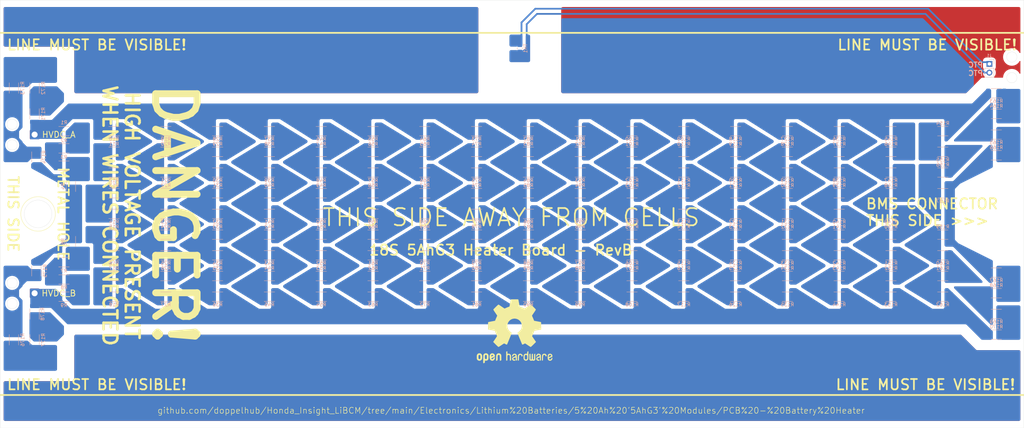
<source format=kicad_pcb>
(kicad_pcb (version 20171130) (host pcbnew "(5.1.9-0-10_14)")
  (layers (0 F.Cu signal hide) (31 B.Cu signal) (34 B.Paste user hide) (35 F.Paste user hide) (36 B.SilkS user hide) (37 F.SilkS user hide) (38 B.Mask user hide) (39 F.Mask user hide) (44 Edge.Cuts user))
  (net 0 "")
  (net 1 /HVDC_POS)
  (net 2 /HVDC_NEG)
  (net 3 "Net-(R1-Pad2)")
  (net 4 "Net-(R2-Pad2)")
  (net 5 "Net-(R3-Pad2)")
  (net 6 "Net-(R6-Pad2)")
  (net 7 "Net-(R7-Pad2)")
  (net 8 "Net-(R8-Pad2)")
  (net 9 "Net-(R10-Pad2)")
  (net 10 "Net-(R11-Pad2)")
  (net 11 "Net-(R12-Pad2)")
  (net 12 "Net-(R13-Pad2)")
  (net 13 "Net-(R14-Pad2)")
  (net 14 "Net-(R15-Pad2)")
  (net 15 "Net-(R16-Pad2)")
  (net 16 "Net-(R17-Pad2)")
  (net 17 "Net-(R19-Pad2)")
  (net 18 "Net-(R20-Pad2)")
  (net 19 "Net-(R21-Pad2)")
  (net 20 "Net-(R22-Pad2)")
  (net 21 "Net-(R23-Pad2)")
  (net 22 "Net-(R24-Pad2)")
  (net 23 "Net-(R25-Pad2)")
  (net 24 "Net-(R26-Pad2)")
  (net 25 "Net-(R28-Pad2)")
  (net 26 "Net-(R29-Pad2)")
  (net 27 "Net-(R30-Pad2)")
  (net 28 "Net-(R31-Pad2)")
  (net 29 "Net-(R32-Pad2)")
  (net 30 "Net-(R33-Pad2)")
  (net 31 "Net-(R34-Pad2)")
  (net 32 "Net-(R35-Pad2)")
  (net 33 "Net-(R37-Pad2)")
  (net 34 "Net-(R38-Pad2)")
  (net 35 "Net-(R39-Pad2)")
  (net 36 "Net-(R40-Pad2)")
  (net 37 "Net-(R41-Pad2)")
  (net 38 "Net-(R42-Pad2)")
  (net 39 "Net-(R43-Pad2)")
  (net 40 "Net-(R44-Pad2)")
  (net 41 "Net-(R46-Pad2)")
  (net 42 "Net-(R47-Pad2)")
  (net 43 "Net-(R48-Pad2)")
  (net 44 "Net-(R49-Pad2)")
  (net 45 "Net-(R50-Pad2)")
  (net 46 "Net-(R51-Pad2)")
  (net 47 "Net-(R52-Pad2)")
  (net 48 "Net-(R53-Pad2)")
  (net 49 "Net-(R55-Pad2)")
  (net 50 "Net-(R56-Pad2)")
  (net 51 "Net-(R57-Pad2)")
  (net 52 "Net-(R58-Pad2)")
  (net 53 "Net-(R59-Pad2)")
  (net 54 "Net-(R60-Pad2)")
  (net 55 "Net-(R61-Pad2)")
  (net 56 "Net-(R62-Pad2)")
  (net 57 "Net-(R64-Pad2)")
  (net 58 "Net-(R65-Pad2)")
  (net 59 "Net-(R66-Pad2)")
  (net 60 "Net-(R67-Pad2)")
  (net 61 "Net-(R68-Pad2)")
  (net 62 "Net-(R69-Pad2)")
  (net 63 "Net-(R70-Pad2)")
  (net 64 "Net-(R71-Pad2)")
  (net 65 "Net-(R73-Pad2)")
  (net 66 "Net-(R74-Pad2)")
  (net 67 "Net-(R75-Pad2)")
  (net 68 "Net-(R76-Pad2)")
  (net 69 "Net-(R77-Pad2)")
  (net 70 "Net-(R78-Pad2)")
  (net 71 "Net-(R79-Pad2)")
  (net 72 "Net-(R80-Pad2)")
  (net 73 "Net-(R82-Pad2)")
  (net 74 "Net-(R83-Pad2)")
  (net 75 "Net-(R84-Pad2)")
  (net 76 "Net-(R85-Pad2)")
  (net 77 "Net-(R86-Pad2)")
  (net 78 "Net-(R87-Pad2)")
  (net 79 "Net-(R88-Pad2)")
  (net 80 "Net-(R89-Pad2)")
  (net 81 "Net-(R91-Pad2)")
  (net 82 "Net-(R92-Pad2)")
  (net 83 "Net-(R93-Pad2)")
  (net 84 "Net-(R94-Pad2)")
  (net 85 "Net-(R95-Pad2)")
  (net 86 "Net-(R96-Pad2)")
  (net 87 "Net-(R97-Pad2)")
  (net 88 "Net-(R98-Pad2)")
  (net 89 "Net-(R100-Pad2)")
  (net 90 "Net-(R101-Pad2)")
  (net 91 "Net-(R102-Pad2)")
  (net 92 "Net-(R103-Pad2)")
  (net 93 "Net-(R104-Pad2)")
  (net 94 "Net-(R105-Pad2)")
  (net 95 "Net-(R106-Pad2)")
  (net 96 "Net-(R107-Pad2)")
  (net 97 "Net-(R109-Pad2)")
  (net 98 "Net-(R110-Pad2)")
  (net 99 "Net-(R111-Pad2)")
  (net 100 "Net-(R112-Pad2)")
  (net 101 "Net-(R113-Pad2)")
  (net 102 "Net-(R114-Pad2)")
  (net 103 "Net-(R115-Pad2)")
  (net 104 "Net-(R116-Pad2)")
  (net 105 "Net-(R118-Pad2)")
  (net 106 "Net-(R119-Pad2)")
  (net 107 "Net-(R120-Pad2)")
  (net 108 "Net-(R121-Pad2)")
  (net 109 "Net-(R122-Pad2)")
  (net 110 "Net-(R123-Pad2)")
  (net 111 "Net-(R124-Pad2)")
  (net 112 "Net-(R125-Pad2)")
  (net 113 "Net-(R127-Pad2)")
  (net 114 "Net-(R128-Pad2)")
  (net 115 "Net-(R129-Pad2)")
  (net 116 "Net-(R130-Pad2)")
  (net 117 "Net-(R131-Pad2)")
  (net 118 "Net-(R132-Pad2)")
  (net 119 "Net-(R133-Pad2)")
  (net 120 "Net-(R134-Pad2)")
  (net 121 "Net-(R136-Pad2)")
  (net 122 "Net-(R137-Pad2)")
  (net 123 "Net-(R138-Pad2)")
  (net 124 "Net-(R139-Pad2)")
  (net 125 "Net-(R140-Pad2)")
  (net 126 "Net-(R141-Pad2)")
  (net 127 "Net-(R142-Pad2)")
  (net 128 "Net-(R143-Pad2)")
  (net 129 "Net-(R145-Pad2)")
  (net 130 "Net-(R146-Pad2)")
  (net 131 "Net-(R147-Pad2)")
  (net 132 "Net-(R148-Pad2)")
  (net 133 "Net-(R149-Pad2)")
  (net 134 "Net-(R150-Pad2)")
  (net 135 "Net-(R151-Pad2)")
  (net 136 "Net-(R152-Pad2)")
  (net 137 "Net-(R154-Pad2)")
  (net 138 "Net-(R155-Pad2)")
  (net 139 "Net-(R156-Pad2)")
  (net 140 "Net-(R157-Pad2)")
  (net 141 "Net-(R159-Pad2)")
  (net 142 "Net-(R160-Pad2)")
  (net 143 "Net-(R161-Pad2)")
  (net 144 /TEMP_NEG)
  (net 145 /TEMP_POS)
  (net 146 "Net-(R163-Pad2)")
  (net 147 "Net-(R164-Pad2)")
  (net 148 "Net-(R165-Pad2)")
  (net 149 "Net-(R167-Pad2)")
  (net 150 "Net-(R168-Pad2)")
  (net 151 "Net-(R169-Pad2)")
  (net 152 "Net-(R171-Pad2)")
  (net 153 "Net-(R172-Pad2)")
  (net 154 "Net-(R173-Pad2)")
  (net 155 "Net-(R174-Pad2)")
  (net 156 "Net-(R175-Pad2)")
  (net 157 "Net-(R176-Pad2)")
  (net 158 "Net-(R177-Pad2)")
  (module Symbol:OSHW-Logo2_24.3x20mm_SilkScreen (layer F.Cu) (at 223 170)
    (fp_text reference REF** hide)
    (fp_text value OSHW-Logo2_24.3x20mm_SilkScreen hide)
  )
  (module Resistor_SMD:R_2010_5025Metric (layer B.Cu) (at 92.5 160 180)
    (fp_text reference R9 (at 0 -2.5) (layer B.SilkS) (effects (justify mirror)))
    (fp_text value 2k2)
    (pad 1 smd roundrect (at -2.3125 0 180) (size 1.225 2.65) (layers B.Cu B.Paste B.Mask) (roundrect_rratio 0.2040816326530612) (net 8 "Net-(R8-Pad2)"))
    (pad 2 smd roundrect (at 2.3125 0 180) (size 1.225 2.65) (layers B.Cu B.Paste B.Mask) (roundrect_rratio 0.2040816326530612) (net 2 /HVDC_NEG))
  )
  (module Resistor_SMD:R_2010_5025Metric (layer B.Cu) (at 92.5 117 180)
    (fp_text reference R2 (at 0 2.28) (layer B.SilkS) (effects (justify mirror)))
    (fp_text value 2k2)
    (pad 2 smd roundrect (at 2.3125 0 180) (size 1.225 2.65) (layers B.Cu B.Paste B.Mask) (roundrect_rratio 0.2040816326530612) (net 4 "Net-(R2-Pad2)"))
    (pad 1 smd roundrect (at -2.3125 0 180) (size 1.225 2.65) (layers B.Cu B.Paste B.Mask) (roundrect_rratio 0.2040816326530612) (net 3 "Net-(R1-Pad2)"))
  )
  (module Resistor_SMD:R_2010_5025Metric (layer B.Cu) (at 94.5 144 270)
    (fp_text reference R6 (at 0 2.28 270) (layer B.SilkS) (effects (justify mirror)))
    (fp_text value 2k2)
    (pad 2 smd roundrect (at 2.3125 0 270) (size 1.225 2.65) (layers B.Cu B.Paste B.Mask) (roundrect_rratio 0.2040816326530612) (net 6 "Net-(R6-Pad2)"))
    (pad 1 smd roundrect (at -2.3125 0 270) (size 1.225 2.65) (layers B.Cu B.Paste B.Mask) (roundrect_rratio 0.2040816326530612) (net 155 "Net-(R174-Pad2)"))
  )
  (module Resistor_SMD:R_2010_5025Metric (layer B.Cu) (at 107 124)
    (fp_text reference R12 (at 0 2.28) (layer B.SilkS) (effects (justify mirror)))
    (fp_text value 2k2)
    (pad 2 smd roundrect (at 2.3125 0) (size 1.225 2.65) (layers B.Cu B.Paste B.Mask) (roundrect_rratio 0.2040816326530612) (net 11 "Net-(R12-Pad2)"))
    (pad 1 smd roundrect (at -2.3125 0) (size 1.225 2.65) (layers B.Cu B.Paste B.Mask) (roundrect_rratio 0.2040816326530612) (net 10 "Net-(R11-Pad2)"))
  )
  (module Resistor_SMD:R_2010_5025Metric (layer B.Cu) (at 122 118 180)
    (fp_text reference R20 (at 0 2.28) (layer B.SilkS) (effects (justify mirror)))
    (fp_text value 2k2)
    (pad 2 smd roundrect (at 2.3125 0 180) (size 1.225 2.65) (layers B.Cu B.Paste B.Mask) (roundrect_rratio 0.2040816326530612) (net 18 "Net-(R20-Pad2)"))
    (pad 1 smd roundrect (at -2.3125 0 180) (size 1.225 2.65) (layers B.Cu B.Paste B.Mask) (roundrect_rratio 0.2040816326530612) (net 17 "Net-(R19-Pad2)"))
  )
  (module Resistor_SMD:R_2010_5025Metric (layer B.Cu) (at 137 118 180)
    (fp_text reference R29 (at 0 2.28) (layer B.SilkS) (effects (justify mirror)))
    (fp_text value 2k2)
    (pad 1 smd roundrect (at -2.3125 0 180) (size 1.225 2.65) (layers B.Cu B.Paste B.Mask) (roundrect_rratio 0.2040816326530612) (net 25 "Net-(R28-Pad2)"))
    (pad 2 smd roundrect (at 2.3125 0 180) (size 1.225 2.65) (layers B.Cu B.Paste B.Mask) (roundrect_rratio 0.2040816326530612) (net 26 "Net-(R29-Pad2)"))
  )
  (module Resistor_SMD:R_2010_5025Metric (layer B.Cu) (at 152 130 180)
    (fp_text reference R40 (at 0 2.28) (layer B.SilkS) (effects (justify mirror)))
    (fp_text value 2k2)
    (pad 2 smd roundrect (at 2.3125 0 180) (size 1.225 2.65) (layers B.Cu B.Paste B.Mask) (roundrect_rratio 0.2040816326530612) (net 36 "Net-(R40-Pad2)"))
    (pad 1 smd roundrect (at -2.3125 0 180) (size 1.225 2.65) (layers B.Cu B.Paste B.Mask) (roundrect_rratio 0.2040816326530612) (net 35 "Net-(R39-Pad2)"))
  )
  (module Resistor_SMD:R_2010_5025Metric (layer B.Cu) (at 167 154 180)
    (fp_text reference R53 (at 0 2.28) (layer B.SilkS) (effects (justify mirror)))
    (fp_text value 2k2)
    (pad 1 smd roundrect (at -2.3125 0 180) (size 1.225 2.65) (layers B.Cu B.Paste B.Mask) (roundrect_rratio 0.2040816326530612) (net 47 "Net-(R52-Pad2)"))
    (pad 2 smd roundrect (at 2.3125 0 180) (size 1.225 2.65) (layers B.Cu B.Paste B.Mask) (roundrect_rratio 0.2040816326530612) (net 48 "Net-(R53-Pad2)"))
  )
  (module Resistor_SMD:R_2010_5025Metric (layer B.Cu) (at 197 130 180)
    (fp_text reference R67 (at 0 2.28) (layer B.SilkS) (effects (justify mirror)))
    (fp_text value 2k2)
    (pad 1 smd roundrect (at -2.3125 0 180) (size 1.225 2.65) (layers B.Cu B.Paste B.Mask) (roundrect_rratio 0.2040816326530612) (net 59 "Net-(R66-Pad2)"))
    (pad 2 smd roundrect (at 2.3125 0 180) (size 1.225 2.65) (layers B.Cu B.Paste B.Mask) (roundrect_rratio 0.2040816326530612) (net 60 "Net-(R67-Pad2)"))
  )
  (module Resistor_SMD:R_2010_5025Metric (layer B.Cu) (at 242 136)
    (fp_text reference R95 (at 0 2.28) (layer B.SilkS) (effects (justify mirror)))
    (fp_text value 2k2)
    (pad 1 smd roundrect (at -2.3125 0) (size 1.225 2.65) (layers B.Cu B.Paste B.Mask) (roundrect_rratio 0.2040816326530612) (net 84 "Net-(R94-Pad2)"))
    (pad 2 smd roundrect (at 2.3125 0) (size 1.225 2.65) (layers B.Cu B.Paste B.Mask) (roundrect_rratio 0.2040816326530612) (net 85 "Net-(R95-Pad2)"))
  )
  (module Resistor_SMD:R_2010_5025Metric (layer B.Cu) (at 272 112)
    (fp_text reference R109 (at 0 2.28) (layer B.SilkS) (effects (justify mirror)))
    (fp_text value 2k2)
    (pad 1 smd roundrect (at -2.3125 0) (size 1.225 2.65) (layers B.Cu B.Paste B.Mask) (roundrect_rratio 0.2040816326530612) (net 1 /HVDC_POS))
    (pad 2 smd roundrect (at 2.3125 0) (size 1.225 2.65) (layers B.Cu B.Paste B.Mask) (roundrect_rratio 0.2040816326530612) (net 97 "Net-(R109-Pad2)"))
  )
  (module Resistor_SMD:R_2010_5025Metric (layer B.Cu) (at 287 142 180)
    (fp_text reference R123 (at 0 2.28) (layer B.SilkS) (effects (justify mirror)))
    (fp_text value 2k2)
    (pad 1 smd roundrect (at -2.3125 0 180) (size 1.225 2.65) (layers B.Cu B.Paste B.Mask) (roundrect_rratio 0.2040816326530612) (net 109 "Net-(R122-Pad2)"))
    (pad 2 smd roundrect (at 2.3125 0 180) (size 1.225 2.65) (layers B.Cu B.Paste B.Mask) (roundrect_rratio 0.2040816326530612) (net 110 "Net-(R123-Pad2)"))
  )
  (module Resistor_SMD:R_2010_5025Metric (layer B.Cu) (at 317 118 180)
    (fp_text reference R137 (at 0 2.28) (layer B.SilkS) (effects (justify mirror)))
    (fp_text value 2k2)
    (pad 1 smd roundrect (at -2.3125 0 180) (size 1.225 2.65) (layers B.Cu B.Paste B.Mask) (roundrect_rratio 0.2040816326530612) (net 121 "Net-(R136-Pad2)"))
    (pad 2 smd roundrect (at 2.3125 0 180) (size 1.225 2.65) (layers B.Cu B.Paste B.Mask) (roundrect_rratio 0.2040816326530612) (net 122 "Net-(R137-Pad2)"))
  )
  (module Resistor_SMD:R_2010_5025Metric (layer B.Cu) (at 332 142 180)
    (fp_text reference R150 (at 0 2.28) (layer B.SilkS) (effects (justify mirror)))
    (fp_text value 2k2)
    (pad 2 smd roundrect (at 2.3125 0 180) (size 1.225 2.65) (layers B.Cu B.Paste B.Mask) (roundrect_rratio 0.2040816326530612) (net 134 "Net-(R150-Pad2)"))
    (pad 1 smd roundrect (at -2.3125 0 180) (size 1.225 2.65) (layers B.Cu B.Paste B.Mask) (roundrect_rratio 0.2040816326530612) (net 133 "Net-(R149-Pad2)"))
  )
  (module Resistor_SMD:R_2010_5025Metric (layer B.Cu) (at 347 160)
    (fp_text reference R162 (at 0 2.28) (layer B.SilkS) (effects (justify mirror)))
    (fp_text value 2k2)
    (pad 2 smd roundrect (at 2.3125 0) (size 1.225 2.65) (layers B.Cu B.Paste B.Mask) (roundrect_rratio 0.2040816326530612) (net 2 /HVDC_NEG))
    (pad 1 smd roundrect (at -2.3125 0) (size 1.225 2.65) (layers B.Cu B.Paste B.Mask) (roundrect_rratio 0.2040816326530612) (net 143 "Net-(R161-Pad2)"))
  )
  (module Resistor_SMD:R_2010_5025Metric (layer B.Cu) (at 92.5 112)
    (fp_text reference R1 (at 0 -2.5) (layer B.SilkS) (effects (justify mirror)))
    (fp_text value 2k2)
    (pad 1 smd roundrect (at -2.3125 0) (size 1.225 2.65) (layers B.Cu B.Paste B.Mask) (roundrect_rratio 0.2040816326530612) (net 1 /HVDC_POS))
    (pad 2 smd roundrect (at 2.3125 0) (size 1.225 2.65) (layers B.Cu B.Paste B.Mask) (roundrect_rratio 0.2040816326530612) (net 3 "Net-(R1-Pad2)"))
  )
  (module Resistor_SMD:R_2010_5025Metric (layer B.Cu) (at 92.5 122)
    (fp_text reference R3 (at 0 -2.5) (layer B.SilkS) (effects (justify mirror)))
    (fp_text value 2k2)
    (pad 1 smd roundrect (at -2.3125 0) (size 1.225 2.65) (layers B.Cu B.Paste B.Mask) (roundrect_rratio 0.2040816326530612) (net 4 "Net-(R2-Pad2)"))
    (pad 2 smd roundrect (at 2.3125 0) (size 1.225 2.65) (layers B.Cu B.Paste B.Mask) (roundrect_rratio 0.2040816326530612) (net 5 "Net-(R3-Pad2)"))
  )
  (module Resistor_SMD:R_2010_5025Metric (layer B.Cu) (at 94.5 128 270)
    (fp_text reference R4 (at 0 2.28 270) (layer B.SilkS) (effects (justify mirror)))
    (fp_text value 2k2)
    (pad 2 smd roundrect (at 2.3125 0 270) (size 1.225 2.65) (layers B.Cu B.Paste B.Mask) (roundrect_rratio 0.2040816326530612) (net 155 "Net-(R174-Pad2)"))
    (pad 1 smd roundrect (at -2.3125 0 270) (size 1.225 2.65) (layers B.Cu B.Paste B.Mask) (roundrect_rratio 0.2040816326530612) (net 5 "Net-(R3-Pad2)"))
  )
  (module Resistor_SMD:R_2010_5025Metric (layer B.Cu) (at 92.5 150 180)
    (fp_text reference R7 (at 0 -2.5) (layer B.SilkS) (effects (justify mirror)))
    (fp_text value 2k2)
    (pad 1 smd roundrect (at -2.3125 0 180) (size 1.225 2.65) (layers B.Cu B.Paste B.Mask) (roundrect_rratio 0.2040816326530612) (net 6 "Net-(R6-Pad2)"))
    (pad 2 smd roundrect (at 2.3125 0 180) (size 1.225 2.65) (layers B.Cu B.Paste B.Mask) (roundrect_rratio 0.2040816326530612) (net 7 "Net-(R7-Pad2)"))
  )
  (module Resistor_SMD:R_2010_5025Metric (layer B.Cu) (at 92.5 155)
    (fp_text reference R8 (at 0 2.28) (layer B.SilkS) (effects (justify mirror)))
    (fp_text value 2k2)
    (pad 2 smd roundrect (at 2.3125 0) (size 1.225 2.65) (layers B.Cu B.Paste B.Mask) (roundrect_rratio 0.2040816326530612) (net 8 "Net-(R8-Pad2)"))
    (pad 1 smd roundrect (at -2.3125 0) (size 1.225 2.65) (layers B.Cu B.Paste B.Mask) (roundrect_rratio 0.2040816326530612) (net 7 "Net-(R7-Pad2)"))
  )
  (module Resistor_SMD:R_2010_5025Metric (layer B.Cu) (at 107 112)
    (fp_text reference R10 (at 0 2.28) (layer B.SilkS) (effects (justify mirror)))
    (fp_text value 2k2)
    (pad 2 smd roundrect (at 2.3125 0) (size 1.225 2.65) (layers B.Cu B.Paste B.Mask) (roundrect_rratio 0.2040816326530612) (net 9 "Net-(R10-Pad2)"))
    (pad 1 smd roundrect (at -2.3125 0) (size 1.225 2.65) (layers B.Cu B.Paste B.Mask) (roundrect_rratio 0.2040816326530612) (net 1 /HVDC_POS))
  )
  (module Resistor_SMD:R_2010_5025Metric (layer B.Cu) (at 107 118 180)
    (fp_text reference R11 (at 0 2.28) (layer B.SilkS) (effects (justify mirror)))
    (fp_text value 2k2)
    (pad 1 smd roundrect (at -2.3125 0 180) (size 1.225 2.65) (layers B.Cu B.Paste B.Mask) (roundrect_rratio 0.2040816326530612) (net 9 "Net-(R10-Pad2)"))
    (pad 2 smd roundrect (at 2.3125 0 180) (size 1.225 2.65) (layers B.Cu B.Paste B.Mask) (roundrect_rratio 0.2040816326530612) (net 10 "Net-(R11-Pad2)"))
  )
  (module Resistor_SMD:R_2010_5025Metric (layer B.Cu) (at 107 130 180)
    (fp_text reference R13 (at 0 2.28) (layer B.SilkS) (effects (justify mirror)))
    (fp_text value 2k2)
    (pad 1 smd roundrect (at -2.3125 0 180) (size 1.225 2.65) (layers B.Cu B.Paste B.Mask) (roundrect_rratio 0.2040816326530612) (net 11 "Net-(R12-Pad2)"))
    (pad 2 smd roundrect (at 2.3125 0 180) (size 1.225 2.65) (layers B.Cu B.Paste B.Mask) (roundrect_rratio 0.2040816326530612) (net 12 "Net-(R13-Pad2)"))
  )
  (module Resistor_SMD:R_2010_5025Metric (layer B.Cu) (at 107 136)
    (fp_text reference R14 (at 0 2.28) (layer B.SilkS) (effects (justify mirror)))
    (fp_text value 2k2)
    (pad 2 smd roundrect (at 2.3125 0) (size 1.225 2.65) (layers B.Cu B.Paste B.Mask) (roundrect_rratio 0.2040816326530612) (net 13 "Net-(R14-Pad2)"))
    (pad 1 smd roundrect (at -2.3125 0) (size 1.225 2.65) (layers B.Cu B.Paste B.Mask) (roundrect_rratio 0.2040816326530612) (net 12 "Net-(R13-Pad2)"))
  )
  (module Resistor_SMD:R_2010_5025Metric (layer B.Cu) (at 107 142 180)
    (fp_text reference R15 (at 0 2.28) (layer B.SilkS) (effects (justify mirror)))
    (fp_text value 2k2)
    (pad 1 smd roundrect (at -2.3125 0 180) (size 1.225 2.65) (layers B.Cu B.Paste B.Mask) (roundrect_rratio 0.2040816326530612) (net 13 "Net-(R14-Pad2)"))
    (pad 2 smd roundrect (at 2.3125 0 180) (size 1.225 2.65) (layers B.Cu B.Paste B.Mask) (roundrect_rratio 0.2040816326530612) (net 14 "Net-(R15-Pad2)"))
  )
  (module Resistor_SMD:R_2010_5025Metric (layer B.Cu) (at 107 148)
    (fp_text reference R16 (at 0 2.28) (layer B.SilkS) (effects (justify mirror)))
    (fp_text value 2k2)
    (pad 2 smd roundrect (at 2.3125 0) (size 1.225 2.65) (layers B.Cu B.Paste B.Mask) (roundrect_rratio 0.2040816326530612) (net 15 "Net-(R16-Pad2)"))
    (pad 1 smd roundrect (at -2.3125 0) (size 1.225 2.65) (layers B.Cu B.Paste B.Mask) (roundrect_rratio 0.2040816326530612) (net 14 "Net-(R15-Pad2)"))
  )
  (module Resistor_SMD:R_2010_5025Metric (layer B.Cu) (at 107 154 180)
    (fp_text reference R17 (at 0 2.28) (layer B.SilkS) (effects (justify mirror)))
    (fp_text value 2k2)
    (pad 1 smd roundrect (at -2.3125 0 180) (size 1.225 2.65) (layers B.Cu B.Paste B.Mask) (roundrect_rratio 0.2040816326530612) (net 15 "Net-(R16-Pad2)"))
    (pad 2 smd roundrect (at 2.3125 0 180) (size 1.225 2.65) (layers B.Cu B.Paste B.Mask) (roundrect_rratio 0.2040816326530612) (net 16 "Net-(R17-Pad2)"))
  )
  (module Resistor_SMD:R_2010_5025Metric (layer B.Cu) (at 107 160)
    (fp_text reference R18 (at 0 2.28) (layer B.SilkS) (effects (justify mirror)))
    (fp_text value 2k2)
    (pad 2 smd roundrect (at 2.3125 0) (size 1.225 2.65) (layers B.Cu B.Paste B.Mask) (roundrect_rratio 0.2040816326530612) (net 2 /HVDC_NEG))
    (pad 1 smd roundrect (at -2.3125 0) (size 1.225 2.65) (layers B.Cu B.Paste B.Mask) (roundrect_rratio 0.2040816326530612) (net 16 "Net-(R17-Pad2)"))
  )
  (module Resistor_SMD:R_2010_5025Metric (layer B.Cu) (at 122 112)
    (fp_text reference R19 (at 0 2.28) (layer B.SilkS) (effects (justify mirror)))
    (fp_text value 2k2)
    (pad 1 smd roundrect (at -2.3125 0) (size 1.225 2.65) (layers B.Cu B.Paste B.Mask) (roundrect_rratio 0.2040816326530612) (net 1 /HVDC_POS))
    (pad 2 smd roundrect (at 2.3125 0) (size 1.225 2.65) (layers B.Cu B.Paste B.Mask) (roundrect_rratio 0.2040816326530612) (net 17 "Net-(R19-Pad2)"))
  )
  (module Resistor_SMD:R_2010_5025Metric (layer B.Cu) (at 122 124)
    (fp_text reference R21 (at 0 2.28) (layer B.SilkS) (effects (justify mirror)))
    (fp_text value 2k2)
    (pad 1 smd roundrect (at -2.3125 0) (size 1.225 2.65) (layers B.Cu B.Paste B.Mask) (roundrect_rratio 0.2040816326530612) (net 18 "Net-(R20-Pad2)"))
    (pad 2 smd roundrect (at 2.3125 0) (size 1.225 2.65) (layers B.Cu B.Paste B.Mask) (roundrect_rratio 0.2040816326530612) (net 19 "Net-(R21-Pad2)"))
  )
  (module Resistor_SMD:R_2010_5025Metric (layer B.Cu) (at 122 130 180)
    (fp_text reference R22 (at 0 2.28) (layer B.SilkS) (effects (justify mirror)))
    (fp_text value 2k2)
    (pad 2 smd roundrect (at 2.3125 0 180) (size 1.225 2.65) (layers B.Cu B.Paste B.Mask) (roundrect_rratio 0.2040816326530612) (net 20 "Net-(R22-Pad2)"))
    (pad 1 smd roundrect (at -2.3125 0 180) (size 1.225 2.65) (layers B.Cu B.Paste B.Mask) (roundrect_rratio 0.2040816326530612) (net 19 "Net-(R21-Pad2)"))
  )
  (module Resistor_SMD:R_2010_5025Metric (layer B.Cu) (at 122 136)
    (fp_text reference R23 (at 0 2.28) (layer B.SilkS) (effects (justify mirror)))
    (fp_text value 2k2)
    (pad 1 smd roundrect (at -2.3125 0) (size 1.225 2.65) (layers B.Cu B.Paste B.Mask) (roundrect_rratio 0.2040816326530612) (net 20 "Net-(R22-Pad2)"))
    (pad 2 smd roundrect (at 2.3125 0) (size 1.225 2.65) (layers B.Cu B.Paste B.Mask) (roundrect_rratio 0.2040816326530612) (net 21 "Net-(R23-Pad2)"))
  )
  (module Resistor_SMD:R_2010_5025Metric (layer B.Cu) (at 122 142 180)
    (fp_text reference R24 (at 0 2.28) (layer B.SilkS) (effects (justify mirror)))
    (fp_text value 2k2)
    (pad 2 smd roundrect (at 2.3125 0 180) (size 1.225 2.65) (layers B.Cu B.Paste B.Mask) (roundrect_rratio 0.2040816326530612) (net 22 "Net-(R24-Pad2)"))
    (pad 1 smd roundrect (at -2.3125 0 180) (size 1.225 2.65) (layers B.Cu B.Paste B.Mask) (roundrect_rratio 0.2040816326530612) (net 21 "Net-(R23-Pad2)"))
  )
  (module Resistor_SMD:R_2010_5025Metric (layer B.Cu) (at 122 148)
    (fp_text reference R25 (at 0 2.28) (layer B.SilkS) (effects (justify mirror)))
    (fp_text value 2k2)
    (pad 1 smd roundrect (at -2.3125 0) (size 1.225 2.65) (layers B.Cu B.Paste B.Mask) (roundrect_rratio 0.2040816326530612) (net 22 "Net-(R24-Pad2)"))
    (pad 2 smd roundrect (at 2.3125 0) (size 1.225 2.65) (layers B.Cu B.Paste B.Mask) (roundrect_rratio 0.2040816326530612) (net 23 "Net-(R25-Pad2)"))
  )
  (module Resistor_SMD:R_2010_5025Metric (layer B.Cu) (at 122 154 180)
    (fp_text reference R26 (at 0 2.28) (layer B.SilkS) (effects (justify mirror)))
    (fp_text value 2k2)
    (pad 2 smd roundrect (at 2.3125 0 180) (size 1.225 2.65) (layers B.Cu B.Paste B.Mask) (roundrect_rratio 0.2040816326530612) (net 24 "Net-(R26-Pad2)"))
    (pad 1 smd roundrect (at -2.3125 0 180) (size 1.225 2.65) (layers B.Cu B.Paste B.Mask) (roundrect_rratio 0.2040816326530612) (net 23 "Net-(R25-Pad2)"))
  )
  (module Resistor_SMD:R_2010_5025Metric (layer B.Cu) (at 122 160)
    (fp_text reference R27 (at 0 2.28) (layer B.SilkS) (effects (justify mirror)))
    (fp_text value 2k2)
    (pad 1 smd roundrect (at -2.3125 0) (size 1.225 2.65) (layers B.Cu B.Paste B.Mask) (roundrect_rratio 0.2040816326530612) (net 24 "Net-(R26-Pad2)"))
    (pad 2 smd roundrect (at 2.3125 0) (size 1.225 2.65) (layers B.Cu B.Paste B.Mask) (roundrect_rratio 0.2040816326530612) (net 2 /HVDC_NEG))
  )
  (module Resistor_SMD:R_2010_5025Metric (layer B.Cu) (at 137 112)
    (fp_text reference R28 (at 0 2.28) (layer B.SilkS) (effects (justify mirror)))
    (fp_text value 2k2)
    (pad 2 smd roundrect (at 2.3125 0) (size 1.225 2.65) (layers B.Cu B.Paste B.Mask) (roundrect_rratio 0.2040816326530612) (net 25 "Net-(R28-Pad2)"))
    (pad 1 smd roundrect (at -2.3125 0) (size 1.225 2.65) (layers B.Cu B.Paste B.Mask) (roundrect_rratio 0.2040816326530612) (net 1 /HVDC_POS))
  )
  (module Resistor_SMD:R_2010_5025Metric (layer B.Cu) (at 137 124)
    (fp_text reference R30 (at 0 2.28) (layer B.SilkS) (effects (justify mirror)))
    (fp_text value 2k2)
    (pad 2 smd roundrect (at 2.3125 0) (size 1.225 2.65) (layers B.Cu B.Paste B.Mask) (roundrect_rratio 0.2040816326530612) (net 27 "Net-(R30-Pad2)"))
    (pad 1 smd roundrect (at -2.3125 0) (size 1.225 2.65) (layers B.Cu B.Paste B.Mask) (roundrect_rratio 0.2040816326530612) (net 26 "Net-(R29-Pad2)"))
  )
  (module Resistor_SMD:R_2010_5025Metric (layer B.Cu) (at 137 130 180)
    (fp_text reference R31 (at 0 2.28) (layer B.SilkS) (effects (justify mirror)))
    (fp_text value 2k2)
    (pad 1 smd roundrect (at -2.3125 0 180) (size 1.225 2.65) (layers B.Cu B.Paste B.Mask) (roundrect_rratio 0.2040816326530612) (net 27 "Net-(R30-Pad2)"))
    (pad 2 smd roundrect (at 2.3125 0 180) (size 1.225 2.65) (layers B.Cu B.Paste B.Mask) (roundrect_rratio 0.2040816326530612) (net 28 "Net-(R31-Pad2)"))
  )
  (module Resistor_SMD:R_2010_5025Metric (layer B.Cu) (at 137 136)
    (fp_text reference R32 (at 0 2.28) (layer B.SilkS) (effects (justify mirror)))
    (fp_text value 2k2)
    (pad 2 smd roundrect (at 2.3125 0) (size 1.225 2.65) (layers B.Cu B.Paste B.Mask) (roundrect_rratio 0.2040816326530612) (net 29 "Net-(R32-Pad2)"))
    (pad 1 smd roundrect (at -2.3125 0) (size 1.225 2.65) (layers B.Cu B.Paste B.Mask) (roundrect_rratio 0.2040816326530612) (net 28 "Net-(R31-Pad2)"))
  )
  (module Resistor_SMD:R_2010_5025Metric (layer B.Cu) (at 137 142 180)
    (fp_text reference R33 (at 0 2.28) (layer B.SilkS) (effects (justify mirror)))
    (fp_text value 2k2)
    (pad 1 smd roundrect (at -2.3125 0 180) (size 1.225 2.65) (layers B.Cu B.Paste B.Mask) (roundrect_rratio 0.2040816326530612) (net 29 "Net-(R32-Pad2)"))
    (pad 2 smd roundrect (at 2.3125 0 180) (size 1.225 2.65) (layers B.Cu B.Paste B.Mask) (roundrect_rratio 0.2040816326530612) (net 30 "Net-(R33-Pad2)"))
  )
  (module Resistor_SMD:R_2010_5025Metric (layer B.Cu) (at 137 148)
    (fp_text reference R34 (at 0 2.28) (layer B.SilkS) (effects (justify mirror)))
    (fp_text value 2k2)
    (pad 2 smd roundrect (at 2.3125 0) (size 1.225 2.65) (layers B.Cu B.Paste B.Mask) (roundrect_rratio 0.2040816326530612) (net 31 "Net-(R34-Pad2)"))
    (pad 1 smd roundrect (at -2.3125 0) (size 1.225 2.65) (layers B.Cu B.Paste B.Mask) (roundrect_rratio 0.2040816326530612) (net 30 "Net-(R33-Pad2)"))
  )
  (module Resistor_SMD:R_2010_5025Metric (layer B.Cu) (at 137 154 180)
    (fp_text reference R35 (at 0 2.28) (layer B.SilkS) (effects (justify mirror)))
    (fp_text value 2k2)
    (pad 1 smd roundrect (at -2.3125 0 180) (size 1.225 2.65) (layers B.Cu B.Paste B.Mask) (roundrect_rratio 0.2040816326530612) (net 31 "Net-(R34-Pad2)"))
    (pad 2 smd roundrect (at 2.3125 0 180) (size 1.225 2.65) (layers B.Cu B.Paste B.Mask) (roundrect_rratio 0.2040816326530612) (net 32 "Net-(R35-Pad2)"))
  )
  (module Resistor_SMD:R_2010_5025Metric (layer B.Cu) (at 137 160)
    (fp_text reference R36 (at 0 2.28) (layer B.SilkS) (effects (justify mirror)))
    (fp_text value 2k2)
    (pad 2 smd roundrect (at 2.3125 0) (size 1.225 2.65) (layers B.Cu B.Paste B.Mask) (roundrect_rratio 0.2040816326530612) (net 2 /HVDC_NEG))
    (pad 1 smd roundrect (at -2.3125 0) (size 1.225 2.65) (layers B.Cu B.Paste B.Mask) (roundrect_rratio 0.2040816326530612) (net 32 "Net-(R35-Pad2)"))
  )
  (module Resistor_SMD:R_2010_5025Metric (layer B.Cu) (at 152 112)
    (fp_text reference R37 (at 0 2.28) (layer B.SilkS) (effects (justify mirror)))
    (fp_text value 2k2)
    (pad 1 smd roundrect (at -2.3125 0) (size 1.225 2.65) (layers B.Cu B.Paste B.Mask) (roundrect_rratio 0.2040816326530612) (net 1 /HVDC_POS))
    (pad 2 smd roundrect (at 2.3125 0) (size 1.225 2.65) (layers B.Cu B.Paste B.Mask) (roundrect_rratio 0.2040816326530612) (net 33 "Net-(R37-Pad2)"))
  )
  (module Resistor_SMD:R_2010_5025Metric (layer B.Cu) (at 152 118 180)
    (fp_text reference R38 (at 0 2.28) (layer B.SilkS) (effects (justify mirror)))
    (fp_text value 2k2)
    (pad 2 smd roundrect (at 2.3125 0 180) (size 1.225 2.65) (layers B.Cu B.Paste B.Mask) (roundrect_rratio 0.2040816326530612) (net 34 "Net-(R38-Pad2)"))
    (pad 1 smd roundrect (at -2.3125 0 180) (size 1.225 2.65) (layers B.Cu B.Paste B.Mask) (roundrect_rratio 0.2040816326530612) (net 33 "Net-(R37-Pad2)"))
  )
  (module Resistor_SMD:R_2010_5025Metric (layer B.Cu) (at 152 124)
    (fp_text reference R39 (at 0 2.28) (layer B.SilkS) (effects (justify mirror)))
    (fp_text value 2k2)
    (pad 1 smd roundrect (at -2.3125 0) (size 1.225 2.65) (layers B.Cu B.Paste B.Mask) (roundrect_rratio 0.2040816326530612) (net 34 "Net-(R38-Pad2)"))
    (pad 2 smd roundrect (at 2.3125 0) (size 1.225 2.65) (layers B.Cu B.Paste B.Mask) (roundrect_rratio 0.2040816326530612) (net 35 "Net-(R39-Pad2)"))
  )
  (module Resistor_SMD:R_2010_5025Metric (layer B.Cu) (at 152 136)
    (fp_text reference R41 (at 0 2.28) (layer B.SilkS) (effects (justify mirror)))
    (fp_text value 2k2)
    (pad 1 smd roundrect (at -2.3125 0) (size 1.225 2.65) (layers B.Cu B.Paste B.Mask) (roundrect_rratio 0.2040816326530612) (net 36 "Net-(R40-Pad2)"))
    (pad 2 smd roundrect (at 2.3125 0) (size 1.225 2.65) (layers B.Cu B.Paste B.Mask) (roundrect_rratio 0.2040816326530612) (net 37 "Net-(R41-Pad2)"))
  )
  (module Resistor_SMD:R_2010_5025Metric (layer B.Cu) (at 152 142 180)
    (fp_text reference R42 (at 0 2.28) (layer B.SilkS) (effects (justify mirror)))
    (fp_text value 2k2)
    (pad 2 smd roundrect (at 2.3125 0 180) (size 1.225 2.65) (layers B.Cu B.Paste B.Mask) (roundrect_rratio 0.2040816326530612) (net 38 "Net-(R42-Pad2)"))
    (pad 1 smd roundrect (at -2.3125 0 180) (size 1.225 2.65) (layers B.Cu B.Paste B.Mask) (roundrect_rratio 0.2040816326530612) (net 37 "Net-(R41-Pad2)"))
  )
  (module Resistor_SMD:R_2010_5025Metric (layer B.Cu) (at 152 148)
    (fp_text reference R43 (at 0 2.28) (layer B.SilkS) (effects (justify mirror)))
    (fp_text value 2k2)
    (pad 1 smd roundrect (at -2.3125 0) (size 1.225 2.65) (layers B.Cu B.Paste B.Mask) (roundrect_rratio 0.2040816326530612) (net 38 "Net-(R42-Pad2)"))
    (pad 2 smd roundrect (at 2.3125 0) (size 1.225 2.65) (layers B.Cu B.Paste B.Mask) (roundrect_rratio 0.2040816326530612) (net 39 "Net-(R43-Pad2)"))
  )
  (module Resistor_SMD:R_2010_5025Metric (layer B.Cu) (at 152 154 180)
    (fp_text reference R44 (at 0 2.28) (layer B.SilkS) (effects (justify mirror)))
    (fp_text value 2k2)
    (pad 2 smd roundrect (at 2.3125 0 180) (size 1.225 2.65) (layers B.Cu B.Paste B.Mask) (roundrect_rratio 0.2040816326530612) (net 40 "Net-(R44-Pad2)"))
    (pad 1 smd roundrect (at -2.3125 0 180) (size 1.225 2.65) (layers B.Cu B.Paste B.Mask) (roundrect_rratio 0.2040816326530612) (net 39 "Net-(R43-Pad2)"))
  )
  (module Resistor_SMD:R_2010_5025Metric (layer B.Cu) (at 152 160)
    (fp_text reference R45 (at 0 2.28) (layer B.SilkS) (effects (justify mirror)))
    (fp_text value 2k2)
    (pad 1 smd roundrect (at -2.3125 0) (size 1.225 2.65) (layers B.Cu B.Paste B.Mask) (roundrect_rratio 0.2040816326530612) (net 40 "Net-(R44-Pad2)"))
    (pad 2 smd roundrect (at 2.3125 0) (size 1.225 2.65) (layers B.Cu B.Paste B.Mask) (roundrect_rratio 0.2040816326530612) (net 2 /HVDC_NEG))
  )
  (module Resistor_SMD:R_2010_5025Metric (layer B.Cu) (at 167 112)
    (fp_text reference R46 (at 0 2.28) (layer B.SilkS) (effects (justify mirror)))
    (fp_text value 2k2)
    (pad 2 smd roundrect (at 2.3125 0) (size 1.225 2.65) (layers B.Cu B.Paste B.Mask) (roundrect_rratio 0.2040816326530612) (net 41 "Net-(R46-Pad2)"))
    (pad 1 smd roundrect (at -2.3125 0) (size 1.225 2.65) (layers B.Cu B.Paste B.Mask) (roundrect_rratio 0.2040816326530612) (net 1 /HVDC_POS))
  )
  (module Resistor_SMD:R_2010_5025Metric (layer B.Cu) (at 167 118 180)
    (fp_text reference R47 (at 0 2.28) (layer B.SilkS) (effects (justify mirror)))
    (fp_text value 2k2)
    (pad 1 smd roundrect (at -2.3125 0 180) (size 1.225 2.65) (layers B.Cu B.Paste B.Mask) (roundrect_rratio 0.2040816326530612) (net 41 "Net-(R46-Pad2)"))
    (pad 2 smd roundrect (at 2.3125 0 180) (size 1.225 2.65) (layers B.Cu B.Paste B.Mask) (roundrect_rratio 0.2040816326530612) (net 42 "Net-(R47-Pad2)"))
  )
  (module Resistor_SMD:R_2010_5025Metric (layer B.Cu) (at 167 124)
    (fp_text reference R48 (at 0 2.28) (layer B.SilkS) (effects (justify mirror)))
    (fp_text value 2k2)
    (pad 2 smd roundrect (at 2.3125 0) (size 1.225 2.65) (layers B.Cu B.Paste B.Mask) (roundrect_rratio 0.2040816326530612) (net 43 "Net-(R48-Pad2)"))
    (pad 1 smd roundrect (at -2.3125 0) (size 1.225 2.65) (layers B.Cu B.Paste B.Mask) (roundrect_rratio 0.2040816326530612) (net 42 "Net-(R47-Pad2)"))
  )
  (module Resistor_SMD:R_2010_5025Metric (layer B.Cu) (at 167 130 180)
    (fp_text reference R49 (at 0 2.28) (layer B.SilkS) (effects (justify mirror)))
    (fp_text value 2k2)
    (pad 1 smd roundrect (at -2.3125 0 180) (size 1.225 2.65) (layers B.Cu B.Paste B.Mask) (roundrect_rratio 0.2040816326530612) (net 43 "Net-(R48-Pad2)"))
    (pad 2 smd roundrect (at 2.3125 0 180) (size 1.225 2.65) (layers B.Cu B.Paste B.Mask) (roundrect_rratio 0.2040816326530612) (net 44 "Net-(R49-Pad2)"))
  )
  (module Resistor_SMD:R_2010_5025Metric (layer B.Cu) (at 167 136)
    (fp_text reference R50 (at 0 2.28) (layer B.SilkS) (effects (justify mirror)))
    (fp_text value 2k2)
    (pad 2 smd roundrect (at 2.3125 0) (size 1.225 2.65) (layers B.Cu B.Paste B.Mask) (roundrect_rratio 0.2040816326530612) (net 45 "Net-(R50-Pad2)"))
    (pad 1 smd roundrect (at -2.3125 0) (size 1.225 2.65) (layers B.Cu B.Paste B.Mask) (roundrect_rratio 0.2040816326530612) (net 44 "Net-(R49-Pad2)"))
  )
  (module Resistor_SMD:R_2010_5025Metric (layer B.Cu) (at 167 142 180)
    (fp_text reference R51 (at 0 2.28) (layer B.SilkS) (effects (justify mirror)))
    (fp_text value 2k2)
    (pad 1 smd roundrect (at -2.3125 0 180) (size 1.225 2.65) (layers B.Cu B.Paste B.Mask) (roundrect_rratio 0.2040816326530612) (net 45 "Net-(R50-Pad2)"))
    (pad 2 smd roundrect (at 2.3125 0 180) (size 1.225 2.65) (layers B.Cu B.Paste B.Mask) (roundrect_rratio 0.2040816326530612) (net 46 "Net-(R51-Pad2)"))
  )
  (module Resistor_SMD:R_2010_5025Metric (layer B.Cu) (at 167 148)
    (fp_text reference R52 (at 0 2.28) (layer B.SilkS) (effects (justify mirror)))
    (fp_text value 2k2)
    (pad 2 smd roundrect (at 2.3125 0) (size 1.225 2.65) (layers B.Cu B.Paste B.Mask) (roundrect_rratio 0.2040816326530612) (net 47 "Net-(R52-Pad2)"))
    (pad 1 smd roundrect (at -2.3125 0) (size 1.225 2.65) (layers B.Cu B.Paste B.Mask) (roundrect_rratio 0.2040816326530612) (net 46 "Net-(R51-Pad2)"))
  )
  (module Resistor_SMD:R_2010_5025Metric (layer B.Cu) (at 167 160)
    (fp_text reference R54 (at 0 2.28) (layer B.SilkS) (effects (justify mirror)))
    (fp_text value 2k2)
    (pad 2 smd roundrect (at 2.3125 0) (size 1.225 2.65) (layers B.Cu B.Paste B.Mask) (roundrect_rratio 0.2040816326530612) (net 2 /HVDC_NEG))
    (pad 1 smd roundrect (at -2.3125 0) (size 1.225 2.65) (layers B.Cu B.Paste B.Mask) (roundrect_rratio 0.2040816326530612) (net 48 "Net-(R53-Pad2)"))
  )
  (module Resistor_SMD:R_2010_5025Metric (layer B.Cu) (at 182 112)
    (fp_text reference R55 (at 0 2.28) (layer B.SilkS) (effects (justify mirror)))
    (fp_text value 2k2)
    (pad 1 smd roundrect (at -2.3125 0) (size 1.225 2.65) (layers B.Cu B.Paste B.Mask) (roundrect_rratio 0.2040816326530612) (net 1 /HVDC_POS))
    (pad 2 smd roundrect (at 2.3125 0) (size 1.225 2.65) (layers B.Cu B.Paste B.Mask) (roundrect_rratio 0.2040816326530612) (net 49 "Net-(R55-Pad2)"))
  )
  (module Resistor_SMD:R_2010_5025Metric (layer B.Cu) (at 182 118 180)
    (fp_text reference R56 (at 0 2.28) (layer B.SilkS) (effects (justify mirror)))
    (fp_text value 2k2)
    (pad 2 smd roundrect (at 2.3125 0 180) (size 1.225 2.65) (layers B.Cu B.Paste B.Mask) (roundrect_rratio 0.2040816326530612) (net 50 "Net-(R56-Pad2)"))
    (pad 1 smd roundrect (at -2.3125 0 180) (size 1.225 2.65) (layers B.Cu B.Paste B.Mask) (roundrect_rratio 0.2040816326530612) (net 49 "Net-(R55-Pad2)"))
  )
  (module Resistor_SMD:R_2010_5025Metric (layer B.Cu) (at 182 124)
    (fp_text reference R57 (at 0 2.28) (layer B.SilkS) (effects (justify mirror)))
    (fp_text value 2k2)
    (pad 1 smd roundrect (at -2.3125 0) (size 1.225 2.65) (layers B.Cu B.Paste B.Mask) (roundrect_rratio 0.2040816326530612) (net 50 "Net-(R56-Pad2)"))
    (pad 2 smd roundrect (at 2.3125 0) (size 1.225 2.65) (layers B.Cu B.Paste B.Mask) (roundrect_rratio 0.2040816326530612) (net 51 "Net-(R57-Pad2)"))
  )
  (module Resistor_SMD:R_2010_5025Metric (layer B.Cu) (at 182 130 180)
    (fp_text reference R58 (at 0 2.28) (layer B.SilkS) (effects (justify mirror)))
    (fp_text value 2k2)
    (pad 2 smd roundrect (at 2.3125 0 180) (size 1.225 2.65) (layers B.Cu B.Paste B.Mask) (roundrect_rratio 0.2040816326530612) (net 52 "Net-(R58-Pad2)"))
    (pad 1 smd roundrect (at -2.3125 0 180) (size 1.225 2.65) (layers B.Cu B.Paste B.Mask) (roundrect_rratio 0.2040816326530612) (net 51 "Net-(R57-Pad2)"))
  )
  (module Resistor_SMD:R_2010_5025Metric (layer B.Cu) (at 182 136)
    (fp_text reference R59 (at 0 2.28) (layer B.SilkS) (effects (justify mirror)))
    (fp_text value 2k2)
    (pad 1 smd roundrect (at -2.3125 0) (size 1.225 2.65) (layers B.Cu B.Paste B.Mask) (roundrect_rratio 0.2040816326530612) (net 52 "Net-(R58-Pad2)"))
    (pad 2 smd roundrect (at 2.3125 0) (size 1.225 2.65) (layers B.Cu B.Paste B.Mask) (roundrect_rratio 0.2040816326530612) (net 53 "Net-(R59-Pad2)"))
  )
  (module Resistor_SMD:R_2010_5025Metric (layer B.Cu) (at 182 142 180)
    (fp_text reference R60 (at 0 2.28) (layer B.SilkS) (effects (justify mirror)))
    (fp_text value 2k2)
    (pad 2 smd roundrect (at 2.3125 0 180) (size 1.225 2.65) (layers B.Cu B.Paste B.Mask) (roundrect_rratio 0.2040816326530612) (net 54 "Net-(R60-Pad2)"))
    (pad 1 smd roundrect (at -2.3125 0 180) (size 1.225 2.65) (layers B.Cu B.Paste B.Mask) (roundrect_rratio 0.2040816326530612) (net 53 "Net-(R59-Pad2)"))
  )
  (module Resistor_SMD:R_2010_5025Metric (layer B.Cu) (at 182 148)
    (fp_text reference R61 (at 0 2.28) (layer B.SilkS) (effects (justify mirror)))
    (fp_text value 2k2)
    (pad 1 smd roundrect (at -2.3125 0) (size 1.225 2.65) (layers B.Cu B.Paste B.Mask) (roundrect_rratio 0.2040816326530612) (net 54 "Net-(R60-Pad2)"))
    (pad 2 smd roundrect (at 2.3125 0) (size 1.225 2.65) (layers B.Cu B.Paste B.Mask) (roundrect_rratio 0.2040816326530612) (net 55 "Net-(R61-Pad2)"))
  )
  (module Resistor_SMD:R_2010_5025Metric (layer B.Cu) (at 182 154 180)
    (fp_text reference R62 (at 0 2.28) (layer B.SilkS) (effects (justify mirror)))
    (fp_text value 2k2)
    (pad 2 smd roundrect (at 2.3125 0 180) (size 1.225 2.65) (layers B.Cu B.Paste B.Mask) (roundrect_rratio 0.2040816326530612) (net 56 "Net-(R62-Pad2)"))
    (pad 1 smd roundrect (at -2.3125 0 180) (size 1.225 2.65) (layers B.Cu B.Paste B.Mask) (roundrect_rratio 0.2040816326530612) (net 55 "Net-(R61-Pad2)"))
  )
  (module Resistor_SMD:R_2010_5025Metric (layer B.Cu) (at 182 160)
    (fp_text reference R63 (at 0 2.28) (layer B.SilkS) (effects (justify mirror)))
    (fp_text value 2k2)
    (pad 1 smd roundrect (at -2.3125 0) (size 1.225 2.65) (layers B.Cu B.Paste B.Mask) (roundrect_rratio 0.2040816326530612) (net 56 "Net-(R62-Pad2)"))
    (pad 2 smd roundrect (at 2.3125 0) (size 1.225 2.65) (layers B.Cu B.Paste B.Mask) (roundrect_rratio 0.2040816326530612) (net 2 /HVDC_NEG))
  )
  (module Resistor_SMD:R_2010_5025Metric (layer B.Cu) (at 197 112)
    (fp_text reference R64 (at 0 2.28) (layer B.SilkS) (effects (justify mirror)))
    (fp_text value 2k2)
    (pad 2 smd roundrect (at 2.3125 0) (size 1.225 2.65) (layers B.Cu B.Paste B.Mask) (roundrect_rratio 0.2040816326530612) (net 57 "Net-(R64-Pad2)"))
    (pad 1 smd roundrect (at -2.3125 0) (size 1.225 2.65) (layers B.Cu B.Paste B.Mask) (roundrect_rratio 0.2040816326530612) (net 1 /HVDC_POS))
  )
  (module Resistor_SMD:R_2010_5025Metric (layer B.Cu) (at 197 118 180)
    (fp_text reference R65 (at 0 2.28) (layer B.SilkS) (effects (justify mirror)))
    (fp_text value 2k2)
    (pad 1 smd roundrect (at -2.3125 0 180) (size 1.225 2.65) (layers B.Cu B.Paste B.Mask) (roundrect_rratio 0.2040816326530612) (net 57 "Net-(R64-Pad2)"))
    (pad 2 smd roundrect (at 2.3125 0 180) (size 1.225 2.65) (layers B.Cu B.Paste B.Mask) (roundrect_rratio 0.2040816326530612) (net 58 "Net-(R65-Pad2)"))
  )
  (module Resistor_SMD:R_2010_5025Metric (layer B.Cu) (at 197 124)
    (fp_text reference R66 (at 0 2.28) (layer B.SilkS) (effects (justify mirror)))
    (fp_text value 2k2)
    (pad 2 smd roundrect (at 2.3125 0) (size 1.225 2.65) (layers B.Cu B.Paste B.Mask) (roundrect_rratio 0.2040816326530612) (net 59 "Net-(R66-Pad2)"))
    (pad 1 smd roundrect (at -2.3125 0) (size 1.225 2.65) (layers B.Cu B.Paste B.Mask) (roundrect_rratio 0.2040816326530612) (net 58 "Net-(R65-Pad2)"))
  )
  (module Resistor_SMD:R_2010_5025Metric (layer B.Cu) (at 197 136)
    (fp_text reference R68 (at 0 2.28) (layer B.SilkS) (effects (justify mirror)))
    (fp_text value 2k2)
    (pad 2 smd roundrect (at 2.3125 0) (size 1.225 2.65) (layers B.Cu B.Paste B.Mask) (roundrect_rratio 0.2040816326530612) (net 61 "Net-(R68-Pad2)"))
    (pad 1 smd roundrect (at -2.3125 0) (size 1.225 2.65) (layers B.Cu B.Paste B.Mask) (roundrect_rratio 0.2040816326530612) (net 60 "Net-(R67-Pad2)"))
  )
  (module Resistor_SMD:R_2010_5025Metric (layer B.Cu) (at 197 142 180)
    (fp_text reference R69 (at 0 2.28) (layer B.SilkS) (effects (justify mirror)))
    (fp_text value 2k2)
    (pad 1 smd roundrect (at -2.3125 0 180) (size 1.225 2.65) (layers B.Cu B.Paste B.Mask) (roundrect_rratio 0.2040816326530612) (net 61 "Net-(R68-Pad2)"))
    (pad 2 smd roundrect (at 2.3125 0 180) (size 1.225 2.65) (layers B.Cu B.Paste B.Mask) (roundrect_rratio 0.2040816326530612) (net 62 "Net-(R69-Pad2)"))
  )
  (module Resistor_SMD:R_2010_5025Metric (layer B.Cu) (at 197 148)
    (fp_text reference R70 (at 0 2.28) (layer B.SilkS) (effects (justify mirror)))
    (fp_text value 2k2)
    (pad 2 smd roundrect (at 2.3125 0) (size 1.225 2.65) (layers B.Cu B.Paste B.Mask) (roundrect_rratio 0.2040816326530612) (net 63 "Net-(R70-Pad2)"))
    (pad 1 smd roundrect (at -2.3125 0) (size 1.225 2.65) (layers B.Cu B.Paste B.Mask) (roundrect_rratio 0.2040816326530612) (net 62 "Net-(R69-Pad2)"))
  )
  (module Resistor_SMD:R_2010_5025Metric (layer B.Cu) (at 197 154 180)
    (fp_text reference R71 (at 0 2.28) (layer B.SilkS) (effects (justify mirror)))
    (fp_text value 2k2)
    (pad 1 smd roundrect (at -2.3125 0 180) (size 1.225 2.65) (layers B.Cu B.Paste B.Mask) (roundrect_rratio 0.2040816326530612) (net 63 "Net-(R70-Pad2)"))
    (pad 2 smd roundrect (at 2.3125 0 180) (size 1.225 2.65) (layers B.Cu B.Paste B.Mask) (roundrect_rratio 0.2040816326530612) (net 64 "Net-(R71-Pad2)"))
  )
  (module Resistor_SMD:R_2010_5025Metric (layer B.Cu) (at 197 160)
    (fp_text reference R72 (at 0 2.28) (layer B.SilkS) (effects (justify mirror)))
    (fp_text value 2k2)
    (pad 2 smd roundrect (at 2.3125 0) (size 1.225 2.65) (layers B.Cu B.Paste B.Mask) (roundrect_rratio 0.2040816326530612) (net 2 /HVDC_NEG))
    (pad 1 smd roundrect (at -2.3125 0) (size 1.225 2.65) (layers B.Cu B.Paste B.Mask) (roundrect_rratio 0.2040816326530612) (net 64 "Net-(R71-Pad2)"))
  )
  (module Resistor_SMD:R_2010_5025Metric (layer B.Cu) (at 212 112)
    (fp_text reference R73 (at 0 2.28) (layer B.SilkS) (effects (justify mirror)))
    (fp_text value 2k2)
    (pad 1 smd roundrect (at -2.3125 0) (size 1.225 2.65) (layers B.Cu B.Paste B.Mask) (roundrect_rratio 0.2040816326530612) (net 1 /HVDC_POS))
    (pad 2 smd roundrect (at 2.3125 0) (size 1.225 2.65) (layers B.Cu B.Paste B.Mask) (roundrect_rratio 0.2040816326530612) (net 65 "Net-(R73-Pad2)"))
  )
  (module Resistor_SMD:R_2010_5025Metric (layer B.Cu) (at 212 118 180)
    (fp_text reference R74 (at 0 2.28) (layer B.SilkS) (effects (justify mirror)))
    (fp_text value 2k2)
    (pad 2 smd roundrect (at 2.3125 0 180) (size 1.225 2.65) (layers B.Cu B.Paste B.Mask) (roundrect_rratio 0.2040816326530612) (net 66 "Net-(R74-Pad2)"))
    (pad 1 smd roundrect (at -2.3125 0 180) (size 1.225 2.65) (layers B.Cu B.Paste B.Mask) (roundrect_rratio 0.2040816326530612) (net 65 "Net-(R73-Pad2)"))
  )
  (module Resistor_SMD:R_2010_5025Metric (layer B.Cu) (at 212 124)
    (fp_text reference R75 (at 0 2.28) (layer B.SilkS) (effects (justify mirror)))
    (fp_text value 2k2)
    (pad 1 smd roundrect (at -2.3125 0) (size 1.225 2.65) (layers B.Cu B.Paste B.Mask) (roundrect_rratio 0.2040816326530612) (net 66 "Net-(R74-Pad2)"))
    (pad 2 smd roundrect (at 2.3125 0) (size 1.225 2.65) (layers B.Cu B.Paste B.Mask) (roundrect_rratio 0.2040816326530612) (net 67 "Net-(R75-Pad2)"))
  )
  (module Resistor_SMD:R_2010_5025Metric (layer B.Cu) (at 212 130 180)
    (fp_text reference R76 (at 0 2.28) (layer B.SilkS) (effects (justify mirror)))
    (fp_text value 2k2)
    (pad 2 smd roundrect (at 2.3125 0 180) (size 1.225 2.65) (layers B.Cu B.Paste B.Mask) (roundrect_rratio 0.2040816326530612) (net 68 "Net-(R76-Pad2)"))
    (pad 1 smd roundrect (at -2.3125 0 180) (size 1.225 2.65) (layers B.Cu B.Paste B.Mask) (roundrect_rratio 0.2040816326530612) (net 67 "Net-(R75-Pad2)"))
  )
  (module Resistor_SMD:R_2010_5025Metric (layer B.Cu) (at 212 136)
    (fp_text reference R77 (at 0 2.28) (layer B.SilkS) (effects (justify mirror)))
    (fp_text value 2k2)
    (pad 1 smd roundrect (at -2.3125 0) (size 1.225 2.65) (layers B.Cu B.Paste B.Mask) (roundrect_rratio 0.2040816326530612) (net 68 "Net-(R76-Pad2)"))
    (pad 2 smd roundrect (at 2.3125 0) (size 1.225 2.65) (layers B.Cu B.Paste B.Mask) (roundrect_rratio 0.2040816326530612) (net 69 "Net-(R77-Pad2)"))
  )
  (module Resistor_SMD:R_2010_5025Metric (layer B.Cu) (at 212 142 180)
    (fp_text reference R78 (at 0 2.28) (layer B.SilkS) (effects (justify mirror)))
    (fp_text value 2k2)
    (pad 2 smd roundrect (at 2.3125 0 180) (size 1.225 2.65) (layers B.Cu B.Paste B.Mask) (roundrect_rratio 0.2040816326530612) (net 70 "Net-(R78-Pad2)"))
    (pad 1 smd roundrect (at -2.3125 0 180) (size 1.225 2.65) (layers B.Cu B.Paste B.Mask) (roundrect_rratio 0.2040816326530612) (net 69 "Net-(R77-Pad2)"))
  )
  (module Resistor_SMD:R_2010_5025Metric (layer B.Cu) (at 212 148)
    (fp_text reference R79 (at 0 2.28) (layer B.SilkS) (effects (justify mirror)))
    (fp_text value 2k2)
    (pad 1 smd roundrect (at -2.3125 0) (size 1.225 2.65) (layers B.Cu B.Paste B.Mask) (roundrect_rratio 0.2040816326530612) (net 70 "Net-(R78-Pad2)"))
    (pad 2 smd roundrect (at 2.3125 0) (size 1.225 2.65) (layers B.Cu B.Paste B.Mask) (roundrect_rratio 0.2040816326530612) (net 71 "Net-(R79-Pad2)"))
  )
  (module Resistor_SMD:R_2010_5025Metric (layer B.Cu) (at 212 154 180)
    (fp_text reference R80 (at 0 2.28) (layer B.SilkS) (effects (justify mirror)))
    (fp_text value 2k2)
    (pad 2 smd roundrect (at 2.3125 0 180) (size 1.225 2.65) (layers B.Cu B.Paste B.Mask) (roundrect_rratio 0.2040816326530612) (net 72 "Net-(R80-Pad2)"))
    (pad 1 smd roundrect (at -2.3125 0 180) (size 1.225 2.65) (layers B.Cu B.Paste B.Mask) (roundrect_rratio 0.2040816326530612) (net 71 "Net-(R79-Pad2)"))
  )
  (module Resistor_SMD:R_2010_5025Metric (layer B.Cu) (at 212 160)
    (fp_text reference R81 (at 0 2.28) (layer B.SilkS) (effects (justify mirror)))
    (fp_text value 2k2)
    (pad 1 smd roundrect (at -2.3125 0) (size 1.225 2.65) (layers B.Cu B.Paste B.Mask) (roundrect_rratio 0.2040816326530612) (net 72 "Net-(R80-Pad2)"))
    (pad 2 smd roundrect (at 2.3125 0) (size 1.225 2.65) (layers B.Cu B.Paste B.Mask) (roundrect_rratio 0.2040816326530612) (net 2 /HVDC_NEG))
  )
  (module Resistor_SMD:R_2010_5025Metric (layer B.Cu) (at 227 112)
    (fp_text reference R82 (at 0 2.28) (layer B.SilkS) (effects (justify mirror)))
    (fp_text value 2k2)
    (pad 2 smd roundrect (at 2.3125 0) (size 1.225 2.65) (layers B.Cu B.Paste B.Mask) (roundrect_rratio 0.2040816326530612) (net 73 "Net-(R82-Pad2)"))
    (pad 1 smd roundrect (at -2.3125 0) (size 1.225 2.65) (layers B.Cu B.Paste B.Mask) (roundrect_rratio 0.2040816326530612) (net 1 /HVDC_POS))
  )
  (module Resistor_SMD:R_2010_5025Metric (layer B.Cu) (at 227 118 180)
    (fp_text reference R83 (at 0 2.28) (layer B.SilkS) (effects (justify mirror)))
    (fp_text value 2k2)
    (pad 1 smd roundrect (at -2.3125 0 180) (size 1.225 2.65) (layers B.Cu B.Paste B.Mask) (roundrect_rratio 0.2040816326530612) (net 73 "Net-(R82-Pad2)"))
    (pad 2 smd roundrect (at 2.3125 0 180) (size 1.225 2.65) (layers B.Cu B.Paste B.Mask) (roundrect_rratio 0.2040816326530612) (net 74 "Net-(R83-Pad2)"))
  )
  (module Resistor_SMD:R_2010_5025Metric (layer B.Cu) (at 227 124)
    (fp_text reference R84 (at 0 2.28) (layer B.SilkS) (effects (justify mirror)))
    (fp_text value 2k2)
    (pad 2 smd roundrect (at 2.3125 0) (size 1.225 2.65) (layers B.Cu B.Paste B.Mask) (roundrect_rratio 0.2040816326530612) (net 75 "Net-(R84-Pad2)"))
    (pad 1 smd roundrect (at -2.3125 0) (size 1.225 2.65) (layers B.Cu B.Paste B.Mask) (roundrect_rratio 0.2040816326530612) (net 74 "Net-(R83-Pad2)"))
  )
  (module Resistor_SMD:R_2010_5025Metric (layer B.Cu) (at 227 130 180)
    (fp_text reference R85 (at 0 2.28) (layer B.SilkS) (effects (justify mirror)))
    (fp_text value 2k2)
    (pad 1 smd roundrect (at -2.3125 0 180) (size 1.225 2.65) (layers B.Cu B.Paste B.Mask) (roundrect_rratio 0.2040816326530612) (net 75 "Net-(R84-Pad2)"))
    (pad 2 smd roundrect (at 2.3125 0 180) (size 1.225 2.65) (layers B.Cu B.Paste B.Mask) (roundrect_rratio 0.2040816326530612) (net 76 "Net-(R85-Pad2)"))
  )
  (module Resistor_SMD:R_2010_5025Metric (layer B.Cu) (at 227 136)
    (fp_text reference R86 (at 0 2.28) (layer B.SilkS) (effects (justify mirror)))
    (fp_text value 2k2)
    (pad 2 smd roundrect (at 2.3125 0) (size 1.225 2.65) (layers B.Cu B.Paste B.Mask) (roundrect_rratio 0.2040816326530612) (net 77 "Net-(R86-Pad2)"))
    (pad 1 smd roundrect (at -2.3125 0) (size 1.225 2.65) (layers B.Cu B.Paste B.Mask) (roundrect_rratio 0.2040816326530612) (net 76 "Net-(R85-Pad2)"))
  )
  (module Resistor_SMD:R_2010_5025Metric (layer B.Cu) (at 227.025001 142 180)
    (fp_text reference R87 (at 0 2.28) (layer B.SilkS) (effects (justify mirror)))
    (fp_text value 2k2)
    (pad 1 smd roundrect (at -2.3125 0 180) (size 1.225 2.65) (layers B.Cu B.Paste B.Mask) (roundrect_rratio 0.2040816326530612) (net 77 "Net-(R86-Pad2)"))
    (pad 2 smd roundrect (at 2.3125 0 180) (size 1.225 2.65) (layers B.Cu B.Paste B.Mask) (roundrect_rratio 0.2040816326530612) (net 78 "Net-(R87-Pad2)"))
  )
  (module Resistor_SMD:R_2010_5025Metric (layer B.Cu) (at 227 148)
    (fp_text reference R88 (at 0 2.28) (layer B.SilkS) (effects (justify mirror)))
    (fp_text value 2k2)
    (pad 2 smd roundrect (at 2.3125 0) (size 1.225 2.65) (layers B.Cu B.Paste B.Mask) (roundrect_rratio 0.2040816326530612) (net 79 "Net-(R88-Pad2)"))
    (pad 1 smd roundrect (at -2.3125 0) (size 1.225 2.65) (layers B.Cu B.Paste B.Mask) (roundrect_rratio 0.2040816326530612) (net 78 "Net-(R87-Pad2)"))
  )
  (module Resistor_SMD:R_2010_5025Metric (layer B.Cu) (at 227 154 180)
    (fp_text reference R89 (at 0 2.28) (layer B.SilkS) (effects (justify mirror)))
    (fp_text value 2k2)
    (pad 1 smd roundrect (at -2.3125 0 180) (size 1.225 2.65) (layers B.Cu B.Paste B.Mask) (roundrect_rratio 0.2040816326530612) (net 79 "Net-(R88-Pad2)"))
    (pad 2 smd roundrect (at 2.3125 0 180) (size 1.225 2.65) (layers B.Cu B.Paste B.Mask) (roundrect_rratio 0.2040816326530612) (net 80 "Net-(R89-Pad2)"))
  )
  (module Resistor_SMD:R_2010_5025Metric (layer B.Cu) (at 227 160)
    (fp_text reference R90 (at 0 2.28) (layer B.SilkS) (effects (justify mirror)))
    (fp_text value 2k2)
    (pad 2 smd roundrect (at 2.3125 0) (size 1.225 2.65) (layers B.Cu B.Paste B.Mask) (roundrect_rratio 0.2040816326530612) (net 2 /HVDC_NEG))
    (pad 1 smd roundrect (at -2.3125 0) (size 1.225 2.65) (layers B.Cu B.Paste B.Mask) (roundrect_rratio 0.2040816326530612) (net 80 "Net-(R89-Pad2)"))
  )
  (module Resistor_SMD:R_2010_5025Metric (layer B.Cu) (at 242 112)
    (fp_text reference R91 (at 0 2.28) (layer B.SilkS) (effects (justify mirror)))
    (fp_text value 2k2)
    (pad 1 smd roundrect (at -2.3125 0) (size 1.225 2.65) (layers B.Cu B.Paste B.Mask) (roundrect_rratio 0.2040816326530612) (net 1 /HVDC_POS))
    (pad 2 smd roundrect (at 2.3125 0) (size 1.225 2.65) (layers B.Cu B.Paste B.Mask) (roundrect_rratio 0.2040816326530612) (net 81 "Net-(R91-Pad2)"))
  )
  (module Resistor_SMD:R_2010_5025Metric (layer B.Cu) (at 242 118 180)
    (fp_text reference R92 (at 0 2.28) (layer B.SilkS) (effects (justify mirror)))
    (fp_text value 2k2)
    (pad 2 smd roundrect (at 2.3125 0 180) (size 1.225 2.65) (layers B.Cu B.Paste B.Mask) (roundrect_rratio 0.2040816326530612) (net 82 "Net-(R92-Pad2)"))
    (pad 1 smd roundrect (at -2.3125 0 180) (size 1.225 2.65) (layers B.Cu B.Paste B.Mask) (roundrect_rratio 0.2040816326530612) (net 81 "Net-(R91-Pad2)"))
  )
  (module Resistor_SMD:R_2010_5025Metric (layer B.Cu) (at 242 124)
    (fp_text reference R93 (at 0 2.28) (layer B.SilkS) (effects (justify mirror)))
    (fp_text value 2k2)
    (pad 1 smd roundrect (at -2.3125 0) (size 1.225 2.65) (layers B.Cu B.Paste B.Mask) (roundrect_rratio 0.2040816326530612) (net 82 "Net-(R92-Pad2)"))
    (pad 2 smd roundrect (at 2.3125 0) (size 1.225 2.65) (layers B.Cu B.Paste B.Mask) (roundrect_rratio 0.2040816326530612) (net 83 "Net-(R93-Pad2)"))
  )
  (module Resistor_SMD:R_2010_5025Metric (layer B.Cu) (at 242 130 180)
    (fp_text reference R94 (at 0 2.28) (layer B.SilkS) (effects (justify mirror)))
    (fp_text value 2k2)
    (pad 2 smd roundrect (at 2.3125 0 180) (size 1.225 2.65) (layers B.Cu B.Paste B.Mask) (roundrect_rratio 0.2040816326530612) (net 84 "Net-(R94-Pad2)"))
    (pad 1 smd roundrect (at -2.3125 0 180) (size 1.225 2.65) (layers B.Cu B.Paste B.Mask) (roundrect_rratio 0.2040816326530612) (net 83 "Net-(R93-Pad2)"))
  )
  (module Resistor_SMD:R_2010_5025Metric (layer B.Cu) (at 242 142 180)
    (fp_text reference R96 (at 0 2.28) (layer B.SilkS) (effects (justify mirror)))
    (fp_text value 2k2)
    (pad 2 smd roundrect (at 2.3125 0 180) (size 1.225 2.65) (layers B.Cu B.Paste B.Mask) (roundrect_rratio 0.2040816326530612) (net 86 "Net-(R96-Pad2)"))
    (pad 1 smd roundrect (at -2.3125 0 180) (size 1.225 2.65) (layers B.Cu B.Paste B.Mask) (roundrect_rratio 0.2040816326530612) (net 85 "Net-(R95-Pad2)"))
  )
  (module Resistor_SMD:R_2010_5025Metric (layer B.Cu) (at 242 148)
    (fp_text reference R97 (at 0 2.28) (layer B.SilkS) (effects (justify mirror)))
    (fp_text value 2k2)
    (pad 1 smd roundrect (at -2.3125 0) (size 1.225 2.65) (layers B.Cu B.Paste B.Mask) (roundrect_rratio 0.2040816326530612) (net 86 "Net-(R96-Pad2)"))
    (pad 2 smd roundrect (at 2.3125 0) (size 1.225 2.65) (layers B.Cu B.Paste B.Mask) (roundrect_rratio 0.2040816326530612) (net 87 "Net-(R97-Pad2)"))
  )
  (module Resistor_SMD:R_2010_5025Metric (layer B.Cu) (at 242 154 180)
    (fp_text reference R98 (at 0 2.28) (layer B.SilkS) (effects (justify mirror)))
    (fp_text value 2k2)
    (pad 2 smd roundrect (at 2.3125 0 180) (size 1.225 2.65) (layers B.Cu B.Paste B.Mask) (roundrect_rratio 0.2040816326530612) (net 88 "Net-(R98-Pad2)"))
    (pad 1 smd roundrect (at -2.3125 0 180) (size 1.225 2.65) (layers B.Cu B.Paste B.Mask) (roundrect_rratio 0.2040816326530612) (net 87 "Net-(R97-Pad2)"))
  )
  (module Resistor_SMD:R_2010_5025Metric (layer B.Cu) (at 242 160)
    (fp_text reference R99 (at 0 2.28) (layer B.SilkS) (effects (justify mirror)))
    (fp_text value 2k2)
    (pad 1 smd roundrect (at -2.3125 0) (size 1.225 2.65) (layers B.Cu B.Paste B.Mask) (roundrect_rratio 0.2040816326530612) (net 88 "Net-(R98-Pad2)"))
    (pad 2 smd roundrect (at 2.3125 0) (size 1.225 2.65) (layers B.Cu B.Paste B.Mask) (roundrect_rratio 0.2040816326530612) (net 2 /HVDC_NEG))
  )
  (module Resistor_SMD:R_2010_5025Metric (layer B.Cu) (at 257 112)
    (fp_text reference R100 (at 0 2.28) (layer B.SilkS) (effects (justify mirror)))
    (fp_text value 2k2)
    (pad 2 smd roundrect (at 2.3125 0) (size 1.225 2.65) (layers B.Cu B.Paste B.Mask) (roundrect_rratio 0.2040816326530612) (net 89 "Net-(R100-Pad2)"))
    (pad 1 smd roundrect (at -2.3125 0) (size 1.225 2.65) (layers B.Cu B.Paste B.Mask) (roundrect_rratio 0.2040816326530612) (net 1 /HVDC_POS))
  )
  (module Resistor_SMD:R_2010_5025Metric (layer B.Cu) (at 257 118 180)
    (fp_text reference R101 (at 0 2.28) (layer B.SilkS) (effects (justify mirror)))
    (fp_text value 2k2)
    (pad 1 smd roundrect (at -2.3125 0 180) (size 1.225 2.65) (layers B.Cu B.Paste B.Mask) (roundrect_rratio 0.2040816326530612) (net 89 "Net-(R100-Pad2)"))
    (pad 2 smd roundrect (at 2.3125 0 180) (size 1.225 2.65) (layers B.Cu B.Paste B.Mask) (roundrect_rratio 0.2040816326530612) (net 90 "Net-(R101-Pad2)"))
  )
  (module Resistor_SMD:R_2010_5025Metric (layer B.Cu) (at 257 124)
    (fp_text reference R102 (at 0 2.28) (layer B.SilkS) (effects (justify mirror)))
    (fp_text value 2k2)
    (pad 2 smd roundrect (at 2.3125 0) (size 1.225 2.65) (layers B.Cu B.Paste B.Mask) (roundrect_rratio 0.2040816326530612) (net 91 "Net-(R102-Pad2)"))
    (pad 1 smd roundrect (at -2.3125 0) (size 1.225 2.65) (layers B.Cu B.Paste B.Mask) (roundrect_rratio 0.2040816326530612) (net 90 "Net-(R101-Pad2)"))
  )
  (module Resistor_SMD:R_2010_5025Metric (layer B.Cu) (at 257 130 180)
    (fp_text reference R103 (at 0 2.28) (layer B.SilkS) (effects (justify mirror)))
    (fp_text value 2k2)
    (pad 1 smd roundrect (at -2.3125 0 180) (size 1.225 2.65) (layers B.Cu B.Paste B.Mask) (roundrect_rratio 0.2040816326530612) (net 91 "Net-(R102-Pad2)"))
    (pad 2 smd roundrect (at 2.3125 0 180) (size 1.225 2.65) (layers B.Cu B.Paste B.Mask) (roundrect_rratio 0.2040816326530612) (net 92 "Net-(R103-Pad2)"))
  )
  (module Resistor_SMD:R_2010_5025Metric (layer B.Cu) (at 257 136)
    (fp_text reference R104 (at 0 2.28) (layer B.SilkS) (effects (justify mirror)))
    (fp_text value 2k2)
    (pad 2 smd roundrect (at 2.3125 0) (size 1.225 2.65) (layers B.Cu B.Paste B.Mask) (roundrect_rratio 0.2040816326530612) (net 93 "Net-(R104-Pad2)"))
    (pad 1 smd roundrect (at -2.3125 0) (size 1.225 2.65) (layers B.Cu B.Paste B.Mask) (roundrect_rratio 0.2040816326530612) (net 92 "Net-(R103-Pad2)"))
  )
  (module Resistor_SMD:R_2010_5025Metric (layer B.Cu) (at 257 142 180)
    (fp_text reference R105 (at 0 2.28) (layer B.SilkS) (effects (justify mirror)))
    (fp_text value 2k2)
    (pad 1 smd roundrect (at -2.3125 0 180) (size 1.225 2.65) (layers B.Cu B.Paste B.Mask) (roundrect_rratio 0.2040816326530612) (net 93 "Net-(R104-Pad2)"))
    (pad 2 smd roundrect (at 2.3125 0 180) (size 1.225 2.65) (layers B.Cu B.Paste B.Mask) (roundrect_rratio 0.2040816326530612) (net 94 "Net-(R105-Pad2)"))
  )
  (module Resistor_SMD:R_2010_5025Metric (layer B.Cu) (at 257 148)
    (fp_text reference R106 (at 0 2.28) (layer B.SilkS) (effects (justify mirror)))
    (fp_text value 2k2)
    (pad 2 smd roundrect (at 2.3125 0) (size 1.225 2.65) (layers B.Cu B.Paste B.Mask) (roundrect_rratio 0.2040816326530612) (net 95 "Net-(R106-Pad2)"))
    (pad 1 smd roundrect (at -2.3125 0) (size 1.225 2.65) (layers B.Cu B.Paste B.Mask) (roundrect_rratio 0.2040816326530612) (net 94 "Net-(R105-Pad2)"))
  )
  (module Resistor_SMD:R_2010_5025Metric (layer B.Cu) (at 257 154 180)
    (fp_text reference R107 (at 0 2.28) (layer B.SilkS) (effects (justify mirror)))
    (fp_text value 2k2)
    (pad 1 smd roundrect (at -2.3125 0 180) (size 1.225 2.65) (layers B.Cu B.Paste B.Mask) (roundrect_rratio 0.2040816326530612) (net 95 "Net-(R106-Pad2)"))
    (pad 2 smd roundrect (at 2.3125 0 180) (size 1.225 2.65) (layers B.Cu B.Paste B.Mask) (roundrect_rratio 0.2040816326530612) (net 96 "Net-(R107-Pad2)"))
  )
  (module Resistor_SMD:R_2010_5025Metric (layer B.Cu) (at 257 160)
    (fp_text reference R108 (at 0 2.28) (layer B.SilkS) (effects (justify mirror)))
    (fp_text value 2k2)
    (pad 2 smd roundrect (at 2.3125 0) (size 1.225 2.65) (layers B.Cu B.Paste B.Mask) (roundrect_rratio 0.2040816326530612) (net 2 /HVDC_NEG))
    (pad 1 smd roundrect (at -2.3125 0) (size 1.225 2.65) (layers B.Cu B.Paste B.Mask) (roundrect_rratio 0.2040816326530612) (net 96 "Net-(R107-Pad2)"))
  )
  (module Resistor_SMD:R_2010_5025Metric (layer B.Cu) (at 272 118 180)
    (fp_text reference R110 (at 0 2.28) (layer B.SilkS) (effects (justify mirror)))
    (fp_text value 2k2)
    (pad 2 smd roundrect (at 2.3125 0 180) (size 1.225 2.65) (layers B.Cu B.Paste B.Mask) (roundrect_rratio 0.2040816326530612) (net 98 "Net-(R110-Pad2)"))
    (pad 1 smd roundrect (at -2.3125 0 180) (size 1.225 2.65) (layers B.Cu B.Paste B.Mask) (roundrect_rratio 0.2040816326530612) (net 97 "Net-(R109-Pad2)"))
  )
  (module Resistor_SMD:R_2010_5025Metric (layer B.Cu) (at 272 124)
    (fp_text reference R111 (at 0 2.28) (layer B.SilkS) (effects (justify mirror)))
    (fp_text value 2k2)
    (pad 1 smd roundrect (at -2.3125 0) (size 1.225 2.65) (layers B.Cu B.Paste B.Mask) (roundrect_rratio 0.2040816326530612) (net 98 "Net-(R110-Pad2)"))
    (pad 2 smd roundrect (at 2.3125 0) (size 1.225 2.65) (layers B.Cu B.Paste B.Mask) (roundrect_rratio 0.2040816326530612) (net 99 "Net-(R111-Pad2)"))
  )
  (module Resistor_SMD:R_2010_5025Metric (layer B.Cu) (at 272 130 180)
    (fp_text reference R112 (at 0 2.28) (layer B.SilkS) (effects (justify mirror)))
    (fp_text value 2k2)
    (pad 2 smd roundrect (at 2.3125 0 180) (size 1.225 2.65) (layers B.Cu B.Paste B.Mask) (roundrect_rratio 0.2040816326530612) (net 100 "Net-(R112-Pad2)"))
    (pad 1 smd roundrect (at -2.3125 0 180) (size 1.225 2.65) (layers B.Cu B.Paste B.Mask) (roundrect_rratio 0.2040816326530612) (net 99 "Net-(R111-Pad2)"))
  )
  (module Resistor_SMD:R_2010_5025Metric (layer B.Cu) (at 272 136)
    (fp_text reference R113 (at 0 2.28) (layer B.SilkS) (effects (justify mirror)))
    (fp_text value 2k2)
    (pad 1 smd roundrect (at -2.3125 0) (size 1.225 2.65) (layers B.Cu B.Paste B.Mask) (roundrect_rratio 0.2040816326530612) (net 100 "Net-(R112-Pad2)"))
    (pad 2 smd roundrect (at 2.3125 0) (size 1.225 2.65) (layers B.Cu B.Paste B.Mask) (roundrect_rratio 0.2040816326530612) (net 101 "Net-(R113-Pad2)"))
  )
  (module Resistor_SMD:R_2010_5025Metric (layer B.Cu) (at 272 142 180)
    (fp_text reference R114 (at 0 2.28) (layer B.SilkS) (effects (justify mirror)))
    (fp_text value 2k2)
    (pad 2 smd roundrect (at 2.3125 0 180) (size 1.225 2.65) (layers B.Cu B.Paste B.Mask) (roundrect_rratio 0.2040816326530612) (net 102 "Net-(R114-Pad2)"))
    (pad 1 smd roundrect (at -2.3125 0 180) (size 1.225 2.65) (layers B.Cu B.Paste B.Mask) (roundrect_rratio 0.2040816326530612) (net 101 "Net-(R113-Pad2)"))
  )
  (module Resistor_SMD:R_2010_5025Metric (layer B.Cu) (at 272 148)
    (fp_text reference R115 (at 0 2.28) (layer B.SilkS) (effects (justify mirror)))
    (fp_text value 2k2)
    (pad 1 smd roundrect (at -2.3125 0) (size 1.225 2.65) (layers B.Cu B.Paste B.Mask) (roundrect_rratio 0.2040816326530612) (net 102 "Net-(R114-Pad2)"))
    (pad 2 smd roundrect (at 2.3125 0) (size 1.225 2.65) (layers B.Cu B.Paste B.Mask) (roundrect_rratio 0.2040816326530612) (net 103 "Net-(R115-Pad2)"))
  )
  (module Resistor_SMD:R_2010_5025Metric (layer B.Cu) (at 272 154 180)
    (fp_text reference R116 (at 0 2.28) (layer B.SilkS) (effects (justify mirror)))
    (fp_text value 2k2)
    (pad 2 smd roundrect (at 2.3125 0 180) (size 1.225 2.65) (layers B.Cu B.Paste B.Mask) (roundrect_rratio 0.2040816326530612) (net 104 "Net-(R116-Pad2)"))
    (pad 1 smd roundrect (at -2.3125 0 180) (size 1.225 2.65) (layers B.Cu B.Paste B.Mask) (roundrect_rratio 0.2040816326530612) (net 103 "Net-(R115-Pad2)"))
  )
  (module Resistor_SMD:R_2010_5025Metric (layer B.Cu) (at 272 160)
    (fp_text reference R117 (at 0 2.28) (layer B.SilkS) (effects (justify mirror)))
    (fp_text value 2k2)
    (pad 1 smd roundrect (at -2.3125 0) (size 1.225 2.65) (layers B.Cu B.Paste B.Mask) (roundrect_rratio 0.2040816326530612) (net 104 "Net-(R116-Pad2)"))
    (pad 2 smd roundrect (at 2.3125 0) (size 1.225 2.65) (layers B.Cu B.Paste B.Mask) (roundrect_rratio 0.2040816326530612) (net 2 /HVDC_NEG))
  )
  (module Resistor_SMD:R_2010_5025Metric (layer B.Cu) (at 287 112)
    (fp_text reference R118 (at 0 2.28) (layer B.SilkS) (effects (justify mirror)))
    (fp_text value 2k2)
    (pad 2 smd roundrect (at 2.3125 0) (size 1.225 2.65) (layers B.Cu B.Paste B.Mask) (roundrect_rratio 0.2040816326530612) (net 105 "Net-(R118-Pad2)"))
    (pad 1 smd roundrect (at -2.3125 0) (size 1.225 2.65) (layers B.Cu B.Paste B.Mask) (roundrect_rratio 0.2040816326530612) (net 1 /HVDC_POS))
  )
  (module Resistor_SMD:R_2010_5025Metric (layer B.Cu) (at 287 118 180)
    (fp_text reference R119 (at 0 2.28) (layer B.SilkS) (effects (justify mirror)))
    (fp_text value 2k2)
    (pad 1 smd roundrect (at -2.3125 0 180) (size 1.225 2.65) (layers B.Cu B.Paste B.Mask) (roundrect_rratio 0.2040816326530612) (net 105 "Net-(R118-Pad2)"))
    (pad 2 smd roundrect (at 2.3125 0 180) (size 1.225 2.65) (layers B.Cu B.Paste B.Mask) (roundrect_rratio 0.2040816326530612) (net 106 "Net-(R119-Pad2)"))
  )
  (module Resistor_SMD:R_2010_5025Metric (layer B.Cu) (at 287 124)
    (fp_text reference R120 (at 0 2.28) (layer B.SilkS) (effects (justify mirror)))
    (fp_text value 2k2)
    (pad 2 smd roundrect (at 2.3125 0) (size 1.225 2.65) (layers B.Cu B.Paste B.Mask) (roundrect_rratio 0.2040816326530612) (net 107 "Net-(R120-Pad2)"))
    (pad 1 smd roundrect (at -2.3125 0) (size 1.225 2.65) (layers B.Cu B.Paste B.Mask) (roundrect_rratio 0.2040816326530612) (net 106 "Net-(R119-Pad2)"))
  )
  (module Resistor_SMD:R_2010_5025Metric (layer B.Cu) (at 287 130 180)
    (fp_text reference R121 (at 0 2.28) (layer B.SilkS) (effects (justify mirror)))
    (fp_text value 2k2)
    (pad 1 smd roundrect (at -2.3125 0 180) (size 1.225 2.65) (layers B.Cu B.Paste B.Mask) (roundrect_rratio 0.2040816326530612) (net 107 "Net-(R120-Pad2)"))
    (pad 2 smd roundrect (at 2.3125 0 180) (size 1.225 2.65) (layers B.Cu B.Paste B.Mask) (roundrect_rratio 0.2040816326530612) (net 108 "Net-(R121-Pad2)"))
  )
  (module Resistor_SMD:R_2010_5025Metric (layer B.Cu) (at 287 136)
    (fp_text reference R122 (at 0 2.28) (layer B.SilkS) (effects (justify mirror)))
    (fp_text value 2k2)
    (pad 2 smd roundrect (at 2.3125 0) (size 1.225 2.65) (layers B.Cu B.Paste B.Mask) (roundrect_rratio 0.2040816326530612) (net 109 "Net-(R122-Pad2)"))
    (pad 1 smd roundrect (at -2.3125 0) (size 1.225 2.65) (layers B.Cu B.Paste B.Mask) (roundrect_rratio 0.2040816326530612) (net 108 "Net-(R121-Pad2)"))
  )
  (module Resistor_SMD:R_2010_5025Metric (layer B.Cu) (at 287 148)
    (fp_text reference R124 (at 0 2.28) (layer B.SilkS) (effects (justify mirror)))
    (fp_text value 2k2)
    (pad 2 smd roundrect (at 2.3125 0) (size 1.225 2.65) (layers B.Cu B.Paste B.Mask) (roundrect_rratio 0.2040816326530612) (net 111 "Net-(R124-Pad2)"))
    (pad 1 smd roundrect (at -2.3125 0) (size 1.225 2.65) (layers B.Cu B.Paste B.Mask) (roundrect_rratio 0.2040816326530612) (net 110 "Net-(R123-Pad2)"))
  )
  (module Resistor_SMD:R_2010_5025Metric (layer B.Cu) (at 287 154 180)
    (fp_text reference R125 (at 0 2.28) (layer B.SilkS) (effects (justify mirror)))
    (fp_text value 2k2)
    (pad 1 smd roundrect (at -2.3125 0 180) (size 1.225 2.65) (layers B.Cu B.Paste B.Mask) (roundrect_rratio 0.2040816326530612) (net 111 "Net-(R124-Pad2)"))
    (pad 2 smd roundrect (at 2.3125 0 180) (size 1.225 2.65) (layers B.Cu B.Paste B.Mask) (roundrect_rratio 0.2040816326530612) (net 112 "Net-(R125-Pad2)"))
  )
  (module Resistor_SMD:R_2010_5025Metric (layer B.Cu) (at 287 160)
    (fp_text reference R126 (at 0 2.28) (layer B.SilkS) (effects (justify mirror)))
    (fp_text value 2k2)
    (pad 2 smd roundrect (at 2.3125 0) (size 1.225 2.65) (layers B.Cu B.Paste B.Mask) (roundrect_rratio 0.2040816326530612) (net 2 /HVDC_NEG))
    (pad 1 smd roundrect (at -2.3125 0) (size 1.225 2.65) (layers B.Cu B.Paste B.Mask) (roundrect_rratio 0.2040816326530612) (net 112 "Net-(R125-Pad2)"))
  )
  (module Resistor_SMD:R_2010_5025Metric (layer B.Cu) (at 302 112)
    (fp_text reference R127 (at 0 2.28) (layer B.SilkS) (effects (justify mirror)))
    (fp_text value 2k2)
    (pad 1 smd roundrect (at -2.3125 0) (size 1.225 2.65) (layers B.Cu B.Paste B.Mask) (roundrect_rratio 0.2040816326530612) (net 1 /HVDC_POS))
    (pad 2 smd roundrect (at 2.3125 0) (size 1.225 2.65) (layers B.Cu B.Paste B.Mask) (roundrect_rratio 0.2040816326530612) (net 113 "Net-(R127-Pad2)"))
  )
  (module Resistor_SMD:R_2010_5025Metric (layer B.Cu) (at 302 118 180)
    (fp_text reference R128 (at 0 2.28) (layer B.SilkS) (effects (justify mirror)))
    (fp_text value 2k2)
    (pad 2 smd roundrect (at 2.3125 0 180) (size 1.225 2.65) (layers B.Cu B.Paste B.Mask) (roundrect_rratio 0.2040816326530612) (net 114 "Net-(R128-Pad2)"))
    (pad 1 smd roundrect (at -2.3125 0 180) (size 1.225 2.65) (layers B.Cu B.Paste B.Mask) (roundrect_rratio 0.2040816326530612) (net 113 "Net-(R127-Pad2)"))
  )
  (module Resistor_SMD:R_2010_5025Metric (layer B.Cu) (at 302 124)
    (fp_text reference R129 (at 0 2.28) (layer B.SilkS) (effects (justify mirror)))
    (fp_text value 2k2)
    (pad 1 smd roundrect (at -2.3125 0) (size 1.225 2.65) (layers B.Cu B.Paste B.Mask) (roundrect_rratio 0.2040816326530612) (net 114 "Net-(R128-Pad2)"))
    (pad 2 smd roundrect (at 2.3125 0) (size 1.225 2.65) (layers B.Cu B.Paste B.Mask) (roundrect_rratio 0.2040816326530612) (net 115 "Net-(R129-Pad2)"))
  )
  (module Resistor_SMD:R_2010_5025Metric (layer B.Cu) (at 302 130 180)
    (fp_text reference R130 (at 0 2.28) (layer B.SilkS) (effects (justify mirror)))
    (fp_text value 2k2)
    (pad 2 smd roundrect (at 2.3125 0 180) (size 1.225 2.65) (layers B.Cu B.Paste B.Mask) (roundrect_rratio 0.2040816326530612) (net 116 "Net-(R130-Pad2)"))
    (pad 1 smd roundrect (at -2.3125 0 180) (size 1.225 2.65) (layers B.Cu B.Paste B.Mask) (roundrect_rratio 0.2040816326530612) (net 115 "Net-(R129-Pad2)"))
  )
  (module Resistor_SMD:R_2010_5025Metric (layer B.Cu) (at 302 136)
    (fp_text reference R131 (at 0 2.28) (layer B.SilkS) (effects (justify mirror)))
    (fp_text value 2k2)
    (pad 1 smd roundrect (at -2.3125 0) (size 1.225 2.65) (layers B.Cu B.Paste B.Mask) (roundrect_rratio 0.2040816326530612) (net 116 "Net-(R130-Pad2)"))
    (pad 2 smd roundrect (at 2.3125 0) (size 1.225 2.65) (layers B.Cu B.Paste B.Mask) (roundrect_rratio 0.2040816326530612) (net 117 "Net-(R131-Pad2)"))
  )
  (module Resistor_SMD:R_2010_5025Metric (layer B.Cu) (at 302 142 180)
    (fp_text reference R132 (at 0 2.28) (layer B.SilkS) (effects (justify mirror)))
    (fp_text value 2k2)
    (pad 2 smd roundrect (at 2.3125 0 180) (size 1.225 2.65) (layers B.Cu B.Paste B.Mask) (roundrect_rratio 0.2040816326530612) (net 118 "Net-(R132-Pad2)"))
    (pad 1 smd roundrect (at -2.3125 0 180) (size 1.225 2.65) (layers B.Cu B.Paste B.Mask) (roundrect_rratio 0.2040816326530612) (net 117 "Net-(R131-Pad2)"))
  )
  (module Resistor_SMD:R_2010_5025Metric (layer B.Cu) (at 302 148)
    (fp_text reference R133 (at 0 2.28) (layer B.SilkS) (effects (justify mirror)))
    (fp_text value 2k2)
    (pad 1 smd roundrect (at -2.3125 0) (size 1.225 2.65) (layers B.Cu B.Paste B.Mask) (roundrect_rratio 0.2040816326530612) (net 118 "Net-(R132-Pad2)"))
    (pad 2 smd roundrect (at 2.3125 0) (size 1.225 2.65) (layers B.Cu B.Paste B.Mask) (roundrect_rratio 0.2040816326530612) (net 119 "Net-(R133-Pad2)"))
  )
  (module Resistor_SMD:R_2010_5025Metric (layer B.Cu) (at 302 154 180)
    (fp_text reference R134 (at 0 2.28) (layer B.SilkS) (effects (justify mirror)))
    (fp_text value 2k2)
    (pad 2 smd roundrect (at 2.3125 0 180) (size 1.225 2.65) (layers B.Cu B.Paste B.Mask) (roundrect_rratio 0.2040816326530612) (net 120 "Net-(R134-Pad2)"))
    (pad 1 smd roundrect (at -2.3125 0 180) (size 1.225 2.65) (layers B.Cu B.Paste B.Mask) (roundrect_rratio 0.2040816326530612) (net 119 "Net-(R133-Pad2)"))
  )
  (module Resistor_SMD:R_2010_5025Metric (layer B.Cu) (at 302 160)
    (fp_text reference R135 (at 0 2.28) (layer B.SilkS) (effects (justify mirror)))
    (fp_text value 2k2)
    (pad 1 smd roundrect (at -2.3125 0) (size 1.225 2.65) (layers B.Cu B.Paste B.Mask) (roundrect_rratio 0.2040816326530612) (net 120 "Net-(R134-Pad2)"))
    (pad 2 smd roundrect (at 2.3125 0) (size 1.225 2.65) (layers B.Cu B.Paste B.Mask) (roundrect_rratio 0.2040816326530612) (net 2 /HVDC_NEG))
  )
  (module Resistor_SMD:R_2010_5025Metric (layer B.Cu) (at 317 112)
    (fp_text reference R136 (at 0 2.28) (layer B.SilkS) (effects (justify mirror)))
    (fp_text value 2k2)
    (pad 2 smd roundrect (at 2.3125 0) (size 1.225 2.65) (layers B.Cu B.Paste B.Mask) (roundrect_rratio 0.2040816326530612) (net 121 "Net-(R136-Pad2)"))
    (pad 1 smd roundrect (at -2.3125 0) (size 1.225 2.65) (layers B.Cu B.Paste B.Mask) (roundrect_rratio 0.2040816326530612) (net 1 /HVDC_POS))
  )
  (module Resistor_SMD:R_2010_5025Metric (layer B.Cu) (at 317 124)
    (fp_text reference R138 (at 0 2.28) (layer B.SilkS) (effects (justify mirror)))
    (fp_text value 2k2)
    (pad 2 smd roundrect (at 2.3125 0) (size 1.225 2.65) (layers B.Cu B.Paste B.Mask) (roundrect_rratio 0.2040816326530612) (net 123 "Net-(R138-Pad2)"))
    (pad 1 smd roundrect (at -2.3125 0) (size 1.225 2.65) (layers B.Cu B.Paste B.Mask) (roundrect_rratio 0.2040816326530612) (net 122 "Net-(R137-Pad2)"))
  )
  (module Resistor_SMD:R_2010_5025Metric (layer B.Cu) (at 317 130 180)
    (fp_text reference R139 (at 0 2.28) (layer B.SilkS) (effects (justify mirror)))
    (fp_text value 2k2)
    (pad 1 smd roundrect (at -2.3125 0 180) (size 1.225 2.65) (layers B.Cu B.Paste B.Mask) (roundrect_rratio 0.2040816326530612) (net 123 "Net-(R138-Pad2)"))
    (pad 2 smd roundrect (at 2.3125 0 180) (size 1.225 2.65) (layers B.Cu B.Paste B.Mask) (roundrect_rratio 0.2040816326530612) (net 124 "Net-(R139-Pad2)"))
  )
  (module Resistor_SMD:R_2010_5025Metric (layer B.Cu) (at 317 136)
    (fp_text reference R140 (at 0 2.28) (layer B.SilkS) (effects (justify mirror)))
    (fp_text value 2k2)
    (pad 2 smd roundrect (at 2.3125 0) (size 1.225 2.65) (layers B.Cu B.Paste B.Mask) (roundrect_rratio 0.2040816326530612) (net 125 "Net-(R140-Pad2)"))
    (pad 1 smd roundrect (at -2.3125 0) (size 1.225 2.65) (layers B.Cu B.Paste B.Mask) (roundrect_rratio 0.2040816326530612) (net 124 "Net-(R139-Pad2)"))
  )
  (module Resistor_SMD:R_2010_5025Metric (layer B.Cu) (at 317 142 180)
    (fp_text reference R141 (at 0 2.28) (layer B.SilkS) (effects (justify mirror)))
    (fp_text value 2k2)
    (pad 1 smd roundrect (at -2.3125 0 180) (size 1.225 2.65) (layers B.Cu B.Paste B.Mask) (roundrect_rratio 0.2040816326530612) (net 125 "Net-(R140-Pad2)"))
    (pad 2 smd roundrect (at 2.3125 0 180) (size 1.225 2.65) (layers B.Cu B.Paste B.Mask) (roundrect_rratio 0.2040816326530612) (net 126 "Net-(R141-Pad2)"))
  )
  (module Resistor_SMD:R_2010_5025Metric (layer B.Cu) (at 317 148)
    (fp_text reference R142 (at 0 2.28) (layer B.SilkS) (effects (justify mirror)))
    (fp_text value 2k2)
    (pad 2 smd roundrect (at 2.3125 0) (size 1.225 2.65) (layers B.Cu B.Paste B.Mask) (roundrect_rratio 0.2040816326530612) (net 127 "Net-(R142-Pad2)"))
    (pad 1 smd roundrect (at -2.3125 0) (size 1.225 2.65) (layers B.Cu B.Paste B.Mask) (roundrect_rratio 0.2040816326530612) (net 126 "Net-(R141-Pad2)"))
  )
  (module Resistor_SMD:R_2010_5025Metric (layer B.Cu) (at 317 154 180)
    (fp_text reference R143 (at 0 2.28) (layer B.SilkS) (effects (justify mirror)))
    (fp_text value 2k2)
    (pad 1 smd roundrect (at -2.3125 0 180) (size 1.225 2.65) (layers B.Cu B.Paste B.Mask) (roundrect_rratio 0.2040816326530612) (net 127 "Net-(R142-Pad2)"))
    (pad 2 smd roundrect (at 2.3125 0 180) (size 1.225 2.65) (layers B.Cu B.Paste B.Mask) (roundrect_rratio 0.2040816326530612) (net 128 "Net-(R143-Pad2)"))
  )
  (module Resistor_SMD:R_2010_5025Metric (layer B.Cu) (at 317 160)
    (fp_text reference R144 (at 0 2.28) (layer B.SilkS) (effects (justify mirror)))
    (fp_text value 2k2)
    (pad 2 smd roundrect (at 2.3125 0) (size 1.225 2.65) (layers B.Cu B.Paste B.Mask) (roundrect_rratio 0.2040816326530612) (net 2 /HVDC_NEG))
    (pad 1 smd roundrect (at -2.3125 0) (size 1.225 2.65) (layers B.Cu B.Paste B.Mask) (roundrect_rratio 0.2040816326530612) (net 128 "Net-(R143-Pad2)"))
  )
  (module Resistor_SMD:R_2010_5025Metric (layer B.Cu) (at 332 112)
    (fp_text reference R145 (at 0 2.28) (layer B.SilkS) (effects (justify mirror)))
    (fp_text value 2k2)
    (pad 1 smd roundrect (at -2.3125 0) (size 1.225 2.65) (layers B.Cu B.Paste B.Mask) (roundrect_rratio 0.2040816326530612) (net 1 /HVDC_POS))
    (pad 2 smd roundrect (at 2.3125 0) (size 1.225 2.65) (layers B.Cu B.Paste B.Mask) (roundrect_rratio 0.2040816326530612) (net 129 "Net-(R145-Pad2)"))
  )
  (module Resistor_SMD:R_2010_5025Metric (layer B.Cu) (at 332 118 180)
    (fp_text reference R146 (at 0 2.28) (layer B.SilkS) (effects (justify mirror)))
    (fp_text value 2k2)
    (pad 2 smd roundrect (at 2.3125 0 180) (size 1.225 2.65) (layers B.Cu B.Paste B.Mask) (roundrect_rratio 0.2040816326530612) (net 130 "Net-(R146-Pad2)"))
    (pad 1 smd roundrect (at -2.3125 0 180) (size 1.225 2.65) (layers B.Cu B.Paste B.Mask) (roundrect_rratio 0.2040816326530612) (net 129 "Net-(R145-Pad2)"))
  )
  (module Resistor_SMD:R_2010_5025Metric (layer B.Cu) (at 332 124)
    (fp_text reference R147 (at 0 2.28) (layer B.SilkS) (effects (justify mirror)))
    (fp_text value 2k2)
    (pad 1 smd roundrect (at -2.3125 0) (size 1.225 2.65) (layers B.Cu B.Paste B.Mask) (roundrect_rratio 0.2040816326530612) (net 130 "Net-(R146-Pad2)"))
    (pad 2 smd roundrect (at 2.3125 0) (size 1.225 2.65) (layers B.Cu B.Paste B.Mask) (roundrect_rratio 0.2040816326530612) (net 131 "Net-(R147-Pad2)"))
  )
  (module Resistor_SMD:R_2010_5025Metric (layer B.Cu) (at 332 130 180)
    (fp_text reference R148 (at 0 2.28) (layer B.SilkS) (effects (justify mirror)))
    (fp_text value 2k2)
    (pad 2 smd roundrect (at 2.3125 0 180) (size 1.225 2.65) (layers B.Cu B.Paste B.Mask) (roundrect_rratio 0.2040816326530612) (net 132 "Net-(R148-Pad2)"))
    (pad 1 smd roundrect (at -2.3125 0 180) (size 1.225 2.65) (layers B.Cu B.Paste B.Mask) (roundrect_rratio 0.2040816326530612) (net 131 "Net-(R147-Pad2)"))
  )
  (module Resistor_SMD:R_2010_5025Metric (layer B.Cu) (at 332 136)
    (fp_text reference R149 (at 0 2.28) (layer B.SilkS) (effects (justify mirror)))
    (fp_text value 2k2)
    (pad 1 smd roundrect (at -2.3125 0) (size 1.225 2.65) (layers B.Cu B.Paste B.Mask) (roundrect_rratio 0.2040816326530612) (net 132 "Net-(R148-Pad2)"))
    (pad 2 smd roundrect (at 2.3125 0) (size 1.225 2.65) (layers B.Cu B.Paste B.Mask) (roundrect_rratio 0.2040816326530612) (net 133 "Net-(R149-Pad2)"))
  )
  (module Resistor_SMD:R_2010_5025Metric (layer B.Cu) (at 332 148)
    (fp_text reference R151 (at 0 2.28) (layer B.SilkS) (effects (justify mirror)))
    (fp_text value 2k2)
    (pad 1 smd roundrect (at -2.3125 0) (size 1.225 2.65) (layers B.Cu B.Paste B.Mask) (roundrect_rratio 0.2040816326530612) (net 134 "Net-(R150-Pad2)"))
    (pad 2 smd roundrect (at 2.3125 0) (size 1.225 2.65) (layers B.Cu B.Paste B.Mask) (roundrect_rratio 0.2040816326530612) (net 135 "Net-(R151-Pad2)"))
  )
  (module Resistor_SMD:R_2010_5025Metric (layer B.Cu) (at 332 154 180)
    (fp_text reference R152 (at 0 2.28) (layer B.SilkS) (effects (justify mirror)))
    (fp_text value 2k2)
    (pad 2 smd roundrect (at 2.3125 0 180) (size 1.225 2.65) (layers B.Cu B.Paste B.Mask) (roundrect_rratio 0.2040816326530612) (net 136 "Net-(R152-Pad2)"))
    (pad 1 smd roundrect (at -2.3125 0 180) (size 1.225 2.65) (layers B.Cu B.Paste B.Mask) (roundrect_rratio 0.2040816326530612) (net 135 "Net-(R151-Pad2)"))
  )
  (module Resistor_SMD:R_2010_5025Metric (layer B.Cu) (at 332 160)
    (fp_text reference R153 (at 0 2.28) (layer B.SilkS) (effects (justify mirror)))
    (fp_text value 2k2)
    (pad 1 smd roundrect (at -2.3125 0) (size 1.225 2.65) (layers B.Cu B.Paste B.Mask) (roundrect_rratio 0.2040816326530612) (net 136 "Net-(R152-Pad2)"))
    (pad 2 smd roundrect (at 2.3125 0) (size 1.225 2.65) (layers B.Cu B.Paste B.Mask) (roundrect_rratio 0.2040816326530612) (net 2 /HVDC_NEG))
  )
  (module Resistor_SMD:R_2010_5025Metric (layer B.Cu) (at 347 112 180)
    (fp_text reference R154 (at 0 2.28) (layer B.SilkS) (effects (justify mirror)))
    (fp_text value 2k2)
    (pad 2 smd roundrect (at 2.3125 0 180) (size 1.225 2.65) (layers B.Cu B.Paste B.Mask) (roundrect_rratio 0.2040816326530612) (net 137 "Net-(R154-Pad2)"))
    (pad 1 smd roundrect (at -2.3125 0 180) (size 1.225 2.65) (layers B.Cu B.Paste B.Mask) (roundrect_rratio 0.2040816326530612) (net 1 /HVDC_POS))
  )
  (module Resistor_SMD:R_2010_5025Metric (layer B.Cu) (at 347 118)
    (fp_text reference R155 (at 0 2.28) (layer B.SilkS) (effects (justify mirror)))
    (fp_text value 2k2)
    (pad 1 smd roundrect (at -2.3125 0) (size 1.225 2.65) (layers B.Cu B.Paste B.Mask) (roundrect_rratio 0.2040816326530612) (net 137 "Net-(R154-Pad2)"))
    (pad 2 smd roundrect (at 2.3125 0) (size 1.225 2.65) (layers B.Cu B.Paste B.Mask) (roundrect_rratio 0.2040816326530612) (net 138 "Net-(R155-Pad2)"))
  )
  (module Resistor_SMD:R_2010_5025Metric (layer B.Cu) (at 347 124 180)
    (fp_text reference R156 (at 0 2.28) (layer B.SilkS) (effects (justify mirror)))
    (fp_text value 2k2)
    (pad 2 smd roundrect (at 2.3125 0 180) (size 1.225 2.65) (layers B.Cu B.Paste B.Mask) (roundrect_rratio 0.2040816326530612) (net 139 "Net-(R156-Pad2)"))
    (pad 1 smd roundrect (at -2.3125 0 180) (size 1.225 2.65) (layers B.Cu B.Paste B.Mask) (roundrect_rratio 0.2040816326530612) (net 138 "Net-(R155-Pad2)"))
  )
  (module Resistor_SMD:R_2010_5025Metric (layer B.Cu) (at 347 130)
    (fp_text reference R157 (at 0 2.28) (layer B.SilkS) (effects (justify mirror)))
    (fp_text value 2k2)
    (pad 1 smd roundrect (at -2.3125 0) (size 1.225 2.65) (layers B.Cu B.Paste B.Mask) (roundrect_rratio 0.2040816326530612) (net 139 "Net-(R156-Pad2)"))
    (pad 2 smd roundrect (at 2.3125 0) (size 1.225 2.65) (layers B.Cu B.Paste B.Mask) (roundrect_rratio 0.2040816326530612) (net 140 "Net-(R157-Pad2)"))
  )
  (module Resistor_SMD:R_2010_5025Metric (layer B.Cu) (at 347 142 180)
    (fp_text reference R159 (at 0 2.28) (layer B.SilkS) (effects (justify mirror)))
    (fp_text value 2k2)
    (pad 1 smd roundrect (at -2.3125 0 180) (size 1.225 2.65) (layers B.Cu B.Paste B.Mask) (roundrect_rratio 0.2040816326530612) (net 140 "Net-(R157-Pad2)"))
    (pad 2 smd roundrect (at 2.3125 0 180) (size 1.225 2.65) (layers B.Cu B.Paste B.Mask) (roundrect_rratio 0.2040816326530612) (net 141 "Net-(R159-Pad2)"))
  )
  (module Resistor_SMD:R_2010_5025Metric (layer B.Cu) (at 347 148)
    (fp_text reference R160 (at 0 2.28) (layer B.SilkS) (effects (justify mirror)))
    (fp_text value 2k2)
    (pad 2 smd roundrect (at 2.3125 0) (size 1.225 2.65) (layers B.Cu B.Paste B.Mask) (roundrect_rratio 0.2040816326530612) (net 142 "Net-(R160-Pad2)"))
    (pad 1 smd roundrect (at -2.3125 0) (size 1.225 2.65) (layers B.Cu B.Paste B.Mask) (roundrect_rratio 0.2040816326530612) (net 141 "Net-(R159-Pad2)"))
  )
  (module Resistor_SMD:R_2010_5025Metric (layer B.Cu) (at 347 154 180)
    (fp_text reference R161 (at 0 2.28) (layer B.SilkS) (effects (justify mirror)))
    (fp_text value 2k2)
    (pad 1 smd roundrect (at -2.3125 0 180) (size 1.225 2.65) (layers B.Cu B.Paste B.Mask) (roundrect_rratio 0.2040816326530612) (net 142 "Net-(R160-Pad2)"))
    (pad 2 smd roundrect (at 2.3125 0 180) (size 1.225 2.65) (layers B.Cu B.Paste B.Mask) (roundrect_rratio 0.2040816326530612) (net 143 "Net-(R161-Pad2)"))
  )
  (module Connector_Wire:SolderWire-1sqmm_1x01_D1.4mm_OD2.7mm (layer F.Cu) (at 84 113)
    (fp_text reference H3 hide)
    (fp_text value MountingHole_Pad)
    (pad 1 thru_hole roundrect (at 0 0) (size 2.75 2.75) (drill 1.75) (layers *.Cu *.Mask) (roundrect_rratio 0.09090836363636363) (net 1 /HVDC_POS))
  )
  (module Connector_Wire:SolderWire-1sqmm_1x01_D1.4mm_OD2.7mm (layer F.Cu) (at 84 159)
    (fp_text reference H4 hide)
    (fp_text value MountingHole_Pad)
    (pad 1 thru_hole roundrect (at 0 0) (size 2.75 2.75) (drill 1.75) (layers *.Cu *.Mask) (roundrect_rratio 0.09090836363636363) (net 2 /HVDC_NEG))
  )
  (module Connector_PinHeader_2.54mm:PinHeader_1x02_P2.54mm_Vertical (layer B.Cu) (at 360.5 92.5 180)
    (fp_text reference J1 (at 0 2.33) (layer B.SilkS) (effects (justify mirror)))
    (fp_text value Conn_01x02)
    (pad 1 thru_hole rect (at 0 0 180) (size 1.7 1.7) (drill 1) (layers *.Cu *.Mask) (net 144 /TEMP_NEG))
    (pad 2 thru_hole oval (at 0 -2.54 180) (size 1.7 1.7) (drill 1) (layers *.Cu *.Mask) (net 145 /TEMP_POS))
  )
  (module Resistor_SMD:R_2010_5025Metric (layer B.Cu) (at 362.5 101)
    (fp_text reference R163 (at 0 2.28) (layer B.SilkS) (effects (justify mirror)))
    (fp_text value 2k2)
    (pad 1 smd roundrect (at -2.3125 0) (size 1.225 2.65) (layers B.Cu B.Paste B.Mask) (roundrect_rratio 0.204082) (net 1 /HVDC_POS))
    (pad 2 smd roundrect (at 2.3125 0) (size 1.225 2.65) (layers B.Cu B.Paste B.Mask) (roundrect_rratio 0.204082) (net 146 "Net-(R163-Pad2)"))
  )
  (module Resistor_SMD:R_2010_5025Metric (layer B.Cu) (at 362.5 107 180)
    (fp_text reference R164 (at 0 2.28) (layer B.SilkS) (effects (justify mirror)))
    (fp_text value 2k2)
    (pad 2 smd roundrect (at 2.3125 0 180) (size 1.225 2.65) (layers B.Cu B.Paste B.Mask) (roundrect_rratio 0.204082) (net 147 "Net-(R164-Pad2)"))
    (pad 1 smd roundrect (at -2.3125 0 180) (size 1.225 2.65) (layers B.Cu B.Paste B.Mask) (roundrect_rratio 0.204082) (net 146 "Net-(R163-Pad2)"))
  )
  (module Resistor_SMD:R_2010_5025Metric (layer B.Cu) (at 362.5 113)
    (fp_text reference R165 (at 0 2.28) (layer B.SilkS) (effects (justify mirror)))
    (fp_text value 2k2)
    (pad 1 smd roundrect (at -2.3125 0) (size 1.225 2.65) (layers B.Cu B.Paste B.Mask) (roundrect_rratio 0.204082) (net 147 "Net-(R164-Pad2)"))
    (pad 2 smd roundrect (at 2.3125 0) (size 1.225 2.65) (layers B.Cu B.Paste B.Mask) (roundrect_rratio 0.204082) (net 148 "Net-(R165-Pad2)"))
  )
  (module Resistor_SMD:R_2010_5025Metric (layer B.Cu) (at 362.5 119 180)
    (fp_text reference R166 (at 0 2.28) (layer B.SilkS) (effects (justify mirror)))
    (fp_text value 2k2)
    (pad 2 smd roundrect (at 2.3125 0 180) (size 1.225 2.65) (layers B.Cu B.Paste B.Mask) (roundrect_rratio 0.204082) (net 140 "Net-(R157-Pad2)"))
    (pad 1 smd roundrect (at -2.3125 0 180) (size 1.225 2.65) (layers B.Cu B.Paste B.Mask) (roundrect_rratio 0.204082) (net 148 "Net-(R165-Pad2)"))
  )
  (module Resistor_SMD:R_2010_5025Metric (layer B.Cu) (at 362.5 153)
    (fp_text reference R167 (at 0 2.28) (layer B.SilkS) (effects (justify mirror)))
    (fp_text value 2k2)
    (pad 1 smd roundrect (at -2.3125 0) (size 1.225 2.65) (layers B.Cu B.Paste B.Mask) (roundrect_rratio 0.204082) (net 140 "Net-(R157-Pad2)"))
    (pad 2 smd roundrect (at 2.3125 0) (size 1.225 2.65) (layers B.Cu B.Paste B.Mask) (roundrect_rratio 0.204082) (net 149 "Net-(R167-Pad2)"))
  )
  (module Resistor_SMD:R_2010_5025Metric (layer B.Cu) (at 362.5 159 180)
    (fp_text reference R168 (at 0 2.28) (layer B.SilkS) (effects (justify mirror)))
    (fp_text value 2k2)
    (pad 2 smd roundrect (at 2.3125 0 180) (size 1.225 2.65) (layers B.Cu B.Paste B.Mask) (roundrect_rratio 0.204082) (net 150 "Net-(R168-Pad2)"))
    (pad 1 smd roundrect (at -2.3125 0 180) (size 1.225 2.65) (layers B.Cu B.Paste B.Mask) (roundrect_rratio 0.204082) (net 149 "Net-(R167-Pad2)"))
  )
  (module Resistor_SMD:R_2010_5025Metric (layer B.Cu) (at 362.5 165)
    (fp_text reference R169 (at 0 2.28) (layer B.SilkS) (effects (justify mirror)))
    (fp_text value 2k2)
    (pad 1 smd roundrect (at -2.3125 0) (size 1.225 2.65) (layers B.Cu B.Paste B.Mask) (roundrect_rratio 0.204082) (net 150 "Net-(R168-Pad2)"))
    (pad 2 smd roundrect (at 2.3125 0) (size 1.225 2.65) (layers B.Cu B.Paste B.Mask) (roundrect_rratio 0.204082) (net 151 "Net-(R169-Pad2)"))
  )
  (module Resistor_SMD:R_2010_5025Metric (layer B.Cu) (at 362.5 171 180)
    (fp_text reference R170 (at 0 2.28) (layer B.SilkS) (effects (justify mirror)))
    (fp_text value 2k2)
    (pad 2 smd roundrect (at 2.3125 0 180) (size 1.225 2.65) (layers B.Cu B.Paste B.Mask) (roundrect_rratio 0.204082) (net 2 /HVDC_NEG))
    (pad 1 smd roundrect (at -2.3125 0 180) (size 1.225 2.65) (layers B.Cu B.Paste B.Mask) (roundrect_rratio 0.204082) (net 151 "Net-(R169-Pad2)"))
  )
  (module Resistor_SMD:R_2010_5025Metric (layer B.Cu) (at 84 107 90)
    (fp_text reference R171 (at 0 2.5 90) (layer B.SilkS) (effects (justify mirror)))
    (fp_text value 2k2)
    (pad 1 smd roundrect (at -2.3125 0 90) (size 1.225 2.65) (layers B.Cu B.Paste B.Mask) (roundrect_rratio 0.204082) (net 1 /HVDC_POS))
    (pad 2 smd roundrect (at 2.3125 0 90) (size 1.225 2.65) (layers B.Cu B.Paste B.Mask) (roundrect_rratio 0.204082) (net 152 "Net-(R171-Pad2)"))
  )
  (module Resistor_SMD:R_2010_5025Metric (layer B.Cu) (at 84 99.5 90)
    (fp_text reference R172 (at 0 2.5 90) (layer B.SilkS) (effects (justify mirror)))
    (fp_text value 2k2)
    (pad 2 smd roundrect (at 2.3125 0 90) (size 1.225 2.65) (layers B.Cu B.Paste B.Mask) (roundrect_rratio 0.204082) (net 153 "Net-(R172-Pad2)"))
    (pad 1 smd roundrect (at -2.3125 0 90) (size 1.225 2.65) (layers B.Cu B.Paste B.Mask) (roundrect_rratio 0.204082) (net 152 "Net-(R171-Pad2)"))
  )
  (module Resistor_SMD:R_2010_5025Metric (layer B.Cu) (at 78 99.5 270)
    (fp_text reference R173 (at 0 -2.5 90) (layer B.SilkS) (effects (justify mirror)))
    (fp_text value 2k2)
    (pad 1 smd roundrect (at -2.3125 0 270) (size 1.225 2.65) (layers B.Cu B.Paste B.Mask) (roundrect_rratio 0.204082) (net 153 "Net-(R172-Pad2)"))
    (pad 2 smd roundrect (at 2.3125 0 270) (size 1.225 2.65) (layers B.Cu B.Paste B.Mask) (roundrect_rratio 0.204082) (net 154 "Net-(R173-Pad2)"))
  )
  (module Resistor_SMD:R_2010_5025Metric (layer B.Cu) (at 84.5 119.5 270)
    (fp_text reference R174 (at 0 -2.25 90) (layer B.SilkS) (effects (justify mirror)))
    (fp_text value 2k2)
    (pad 2 smd roundrect (at 2.3125 0 270) (size 1.225 2.65) (layers B.Cu B.Paste B.Mask) (roundrect_rratio 0.204082) (net 155 "Net-(R174-Pad2)"))
    (pad 1 smd roundrect (at -2.3125 0 270) (size 1.225 2.65) (layers B.Cu B.Paste B.Mask) (roundrect_rratio 0.204082) (net 154 "Net-(R173-Pad2)"))
  )
  (module Resistor_SMD:R_2010_5025Metric (layer B.Cu) (at 84.5 152.5 270)
    (fp_text reference R175 (at 0 -2.5 90) (layer B.SilkS) (effects (justify mirror)))
    (fp_text value 2k2)
    (pad 1 smd roundrect (at -2.3125 0 270) (size 1.225 2.65) (layers B.Cu B.Paste B.Mask) (roundrect_rratio 0.204082) (net 155 "Net-(R174-Pad2)"))
    (pad 2 smd roundrect (at 2.3125 0 270) (size 1.225 2.65) (layers B.Cu B.Paste B.Mask) (roundrect_rratio 0.204082) (net 156 "Net-(R175-Pad2)"))
  )
  (module Resistor_SMD:R_2010_5025Metric (layer B.Cu) (at 78 172.5 270)
    (fp_text reference R176 (at 0 -2.5 90) (layer B.SilkS) (effects (justify mirror)))
    (fp_text value 2k2)
    (pad 2 smd roundrect (at 2.3125 0 270) (size 1.225 2.65) (layers B.Cu B.Paste B.Mask) (roundrect_rratio 0.204082) (net 157 "Net-(R176-Pad2)"))
    (pad 1 smd roundrect (at -2.3125 0 270) (size 1.225 2.65) (layers B.Cu B.Paste B.Mask) (roundrect_rratio 0.204082) (net 156 "Net-(R175-Pad2)"))
  )
  (module Resistor_SMD:R_2010_5025Metric (layer B.Cu) (at 84 172.5 90)
    (fp_text reference R177 (at 0 2.5 90) (layer B.SilkS) (effects (justify mirror)))
    (fp_text value 2k2)
    (pad 2 smd roundrect (at 2.3125 0 90) (size 1.225 2.65) (layers B.Cu B.Paste B.Mask) (roundrect_rratio 0.204082) (net 158 "Net-(R177-Pad2)"))
    (pad 1 smd roundrect (at -2.3125 0 90) (size 1.225 2.65) (layers B.Cu B.Paste B.Mask) (roundrect_rratio 0.204082) (net 157 "Net-(R176-Pad2)"))
  )
  (module Resistor_SMD:R_2010_5025Metric (layer B.Cu) (at 84 165 90)
    (fp_text reference R178 (at 0 2.28 90) (layer B.SilkS) (effects (justify mirror)))
    (fp_text value 2k2)
    (pad 1 smd roundrect (at -2.3125 0 90) (size 1.225 2.65) (layers B.Cu B.Paste B.Mask) (roundrect_rratio 0.204082) (net 158 "Net-(R177-Pad2)"))
    (pad 2 smd roundrect (at 2.3125 0 90) (size 1.225 2.65) (layers B.Cu B.Paste B.Mask) (roundrect_rratio 0.204082) (net 2 /HVDC_NEG))
  )
  (module Resistor_SMD:R_0805_2012Metric (layer B.Cu) (at 224.5 88 90)
    (fp_text reference TH1 (at 0 1.65 90) (layer B.SilkS) (effects (justify mirror)))
    (fp_text value Thermistor_NTC)
    (pad 1 smd roundrect (at -0.9125 0 90) (size 1.025 1.4) (layers B.Cu B.Paste B.Mask) (roundrect_rratio 0.243902) (net 145 /TEMP_POS))
    (pad 2 smd roundrect (at 0.9125 0 90) (size 1.025 1.4) (layers B.Cu B.Paste B.Mask) (roundrect_rratio 0.243902) (net 144 /TEMP_NEG))
  )
  (gr_text "PTC\nPTC" (at 356.5 94) (layer B.SilkS) (effects (font (size 1.5 1.5) (thickness 0.3)) (justify mirror)))
  (gr_text DANGER! (at 124.5 136 -90) (layer F.SilkS) (effects (font (size 12 12) (thickness 2))))
  (gr_text "HIGH VOLTAGE PRESENT\nWHEN WIRES CONNECTED" (at 109 136.5 -90) (layer F.SilkS) (effects (font (size 4 4) (thickness 0.75))))
  (gr_text github.com/doppelhub/Honda_Insight_LiBCM/tree/main/Electronics/Lithium%20Batteries/5%20Ah%20'5AhG3'%20Modules/PCB%20-%20Battery%20Heater (at 222 193) (layer F.SilkS) (effects (font (size 1.75 1.75))))
  (gr_circle (center 367 96.5) (end 368.5 96.5) (layer Edge.Cuts) (width 0.05))
  (gr_circle (center 367 90.5) (end 368.5 90.5) (layer Edge.Cuts) (width 0.05))
  (gr_circle (center 77.5 156) (end 79 156) (layer Edge.Cuts) (width 0.05))
  (gr_circle (center 77.5 162) (end 79 162) (layer Edge.Cuts) (width 0.05))
  (gr_circle (center 77.5 110) (end 79 110) (layer Edge.Cuts) (width 0.05))
  (gr_circle (center 77.5 116) (end 79 116) (layer Edge.Cuts) (width 0.05))
  (gr_text HVDC_B (at 91 159) (layer F.SilkS) (effects (font (size 1.75 1.75) (thickness 0.25))))
  (gr_text HVDC_A (at 91 113) (layer F.SilkS) (effects (font (size 1.75 1.75) (thickness 0.25))))
  (gr_text "THIS SIDE AWAY FROM CELLS" (at 222 137) (layer F.SilkS) (effects (font (size 5 5) (thickness 0.5))))
  (gr_text "18S 5AhG3 Heater Board - RevB" (at 219 146.5) (layer F.SilkS) (effects (font (size 3 3) (thickness 0.5))))
  (gr_text "BMS CONNECTOR\nTHIS SIDE >>>" (at 324.5 135.5) (layer F.SilkS) (effects (font (size 3 3) (thickness 0.5)) (justify left)))
  (gr_text "LINE MUST BE VISIBLE!" (at 102 185.5) (layer F.SilkS) (effects (font (size 3 3) (thickness 0.5))))
  (gr_text "LINE MUST BE VISIBLE!" (at 342 185.5) (layer F.SilkS) (effects (font (size 3 3) (thickness 0.5))))
  (gr_text "LINE MUST BE VISIBLE!" (at 342.5 87) (layer F.SilkS) (effects (font (size 3 3) (thickness 0.5))))
  (gr_text "LINE MUST BE VISIBLE!" (at 102 87) (layer F.SilkS) (effects (font (size 3 3) (thickness 0.5))))
  (gr_line (start 370.5 188.5) (end 74 188.5) (layer F.SilkS) (width 0.5))
  (gr_line (start 74 83.5) (end 370.5 83.5) (layer F.SilkS) (width 0.5))
  (gr_circle (center 85 136) (end 90 136) (layer F.SilkS) (width 0.12))
  (gr_text "METAL HOLE\n\n\nTHIS SIDE" (at 85 136 -90) (layer F.SilkS) (effects (font (size 3 3) (thickness 0.5))))
  (gr_circle (center 85 136) (end 89 136) (layer Edge.Cuts) (width 0.05))
  (gr_line (start 74 198) (end 74 74) (layer Edge.Cuts) (width 0.05))
  (gr_line (start 370.5 198) (end 74 198) (layer Edge.Cuts) (width 0.05))
  (gr_line (start 370.5 74) (end 370.5 198) (layer Edge.Cuts) (width 0.05))
  (gr_line (start 74 74) (end 370.5 74) (layer Edge.Cuts) (width 0.05))
  (segment (start 90.1875 112) (end 90.1875 112.3125) (width 1) (layer B.Cu) (net 1))
  (segment (start 104.6875 105.6875) (end 104.5 105.5) (width 1) (layer B.Cu) (net 1))
  (segment (start 104.6875 112) (end 104.6875 105.6875) (width 1) (layer B.Cu) (net 1))
  (segment (start 104.5 105.5) (end 95.5 105.5) (width 2) (layer B.Cu) (net 1))
  (segment (start 119.6875 105.6875) (end 119.5 105.5) (width 1) (layer B.Cu) (net 1))
  (segment (start 119.6875 112) (end 119.6875 105.6875) (width 1) (layer B.Cu) (net 1))
  (segment (start 119.5 105.5) (end 104.5 105.5) (width 2) (layer B.Cu) (net 1))
  (segment (start 134.6875 105.6875) (end 134.5 105.5) (width 1) (layer B.Cu) (net 1))
  (segment (start 134.5 105.5) (end 119.5 105.5) (width 2) (layer B.Cu) (net 1))
  (segment (start 134.6875 112) (end 134.6875 105.6875) (width 1) (layer B.Cu) (net 1))
  (segment (start 149.6875 112) (end 149.6875 106.1875) (width 1) (layer B.Cu) (net 1))
  (segment (start 149.6875 106.1875) (end 149 105.5) (width 1) (layer B.Cu) (net 1))
  (segment (start 149 105.5) (end 134.5 105.5) (width 2) (layer B.Cu) (net 1))
  (segment (start 164.6875 105.6875) (end 164.5 105.5) (width 1) (layer B.Cu) (net 1))
  (segment (start 164.6875 112) (end 164.6875 105.6875) (width 1) (layer B.Cu) (net 1))
  (segment (start 164.5 105.5) (end 149 105.5) (width 2) (layer B.Cu) (net 1))
  (segment (start 180 105.5) (end 164.5 105.5) (width 2) (layer B.Cu) (net 1))
  (segment (start 179.6875 105.8125) (end 180 105.5) (width 1) (layer B.Cu) (net 1))
  (segment (start 179.6875 112) (end 179.6875 105.8125) (width 1) (layer B.Cu) (net 1))
  (segment (start 194.6875 106.1875) (end 194 105.5) (width 1) (layer B.Cu) (net 1))
  (segment (start 194.6875 112) (end 194.6875 106.1875) (width 1) (layer B.Cu) (net 1))
  (segment (start 194 105.5) (end 180 105.5) (width 2) (layer B.Cu) (net 1))
  (segment (start 209.5 105.5) (end 194 105.5) (width 2) (layer B.Cu) (net 1))
  (segment (start 209.6875 105.6875) (end 209.5 105.5) (width 1) (layer B.Cu) (net 1))
  (segment (start 209.6875 112) (end 209.6875 105.6875) (width 1) (layer B.Cu) (net 1))
  (segment (start 224.6875 105.6875) (end 224.5 105.5) (width 1) (layer B.Cu) (net 1))
  (segment (start 224.6875 112) (end 224.6875 105.6875) (width 1) (layer B.Cu) (net 1))
  (segment (start 224.5 105.5) (end 209.5 105.5) (width 2) (layer B.Cu) (net 1))
  (segment (start 239 105.5) (end 224.5 105.5) (width 2) (layer B.Cu) (net 1))
  (segment (start 239.6875 106.1875) (end 239 105.5) (width 1) (layer B.Cu) (net 1))
  (segment (start 239.6875 112) (end 239.6875 106.1875) (width 1) (layer B.Cu) (net 1))
  (segment (start 254.6875 106.1875) (end 254 105.5) (width 1) (layer B.Cu) (net 1))
  (segment (start 254.6875 112) (end 254.6875 106.1875) (width 1) (layer B.Cu) (net 1))
  (segment (start 254 105.5) (end 239 105.5) (width 2) (layer B.Cu) (net 1))
  (segment (start 269.6875 112) (end 269.6875 105.8125) (width 1) (layer B.Cu) (net 1))
  (segment (start 269.6875 105.8125) (end 270 105.5) (width 1) (layer B.Cu) (net 1))
  (segment (start 270 105.5) (end 254 105.5) (width 2) (layer B.Cu) (net 1))
  (segment (start 284.6875 105.6875) (end 284.5 105.5) (width 1) (layer B.Cu) (net 1))
  (segment (start 284.6875 112) (end 284.6875 105.6875) (width 1) (layer B.Cu) (net 1))
  (segment (start 284.5 105.5) (end 270 105.5) (width 2) (layer B.Cu) (net 1))
  (segment (start 299.6875 105.8125) (end 300 105.5) (width 1) (layer B.Cu) (net 1))
  (segment (start 299.6875 112) (end 299.6875 105.8125) (width 1) (layer B.Cu) (net 1))
  (segment (start 300 105.5) (end 284.5 105.5) (width 2) (layer B.Cu) (net 1))
  (segment (start 314.6875 112) (end 314.6875 105.8125) (width 1) (layer B.Cu) (net 1))
  (segment (start 314.6875 105.8125) (end 315 105.5) (width 1) (layer B.Cu) (net 1))
  (segment (start 315 105.5) (end 300 105.5) (width 2) (layer B.Cu) (net 1))
  (segment (start 329.6875 105.8125) (end 330 105.5) (width 1) (layer B.Cu) (net 1))
  (segment (start 329.6875 112) (end 329.6875 105.8125) (width 1) (layer B.Cu) (net 1))
  (segment (start 330 105.5) (end 315 105.5) (width 2) (layer B.Cu) (net 1))
  (segment (start 344.6875 105.6875) (end 344.5 105.5) (width 1) (layer B.Cu) (net 1))
  (segment (start 344.5 105.5) (end 330 105.5) (width 2) (layer B.Cu) (net 1))
  (segment (start 84 113) (end 84 109.3125) (width 1) (layer B.Cu) (net 1))
  (segment (start 89.1875 113) (end 90.1875 112) (width 1) (layer B.Cu) (net 1))
  (segment (start 84 113) (end 89.1875 113) (width 1) (layer B.Cu) (net 1))
  (segment (start 90.1875 112) (end 90.1875 108.8125) (width 1) (layer B.Cu) (net 1))
  (segment (start 93.5 105.5) (end 95.5 105.5) (width 1) (layer B.Cu) (net 1))
  (segment (start 90.1875 108.8125) (end 93.5 105.5) (width 1) (layer B.Cu) (net 1))
  (segment (start 349.3125 105.8125) (end 349 105.5) (width 1) (layer B.Cu) (net 1))
  (segment (start 349 105.5) (end 344.5 105.5) (width 2) (layer B.Cu) (net 1))
  (segment (start 349.3125 112) (end 349.3125 105.8125) (width 1) (layer B.Cu) (net 1))
  (segment (start 350 105.5) (end 349 105.5) (width 2) (layer B.Cu) (net 1))
  (segment (start 360 101.25) (end 355.75 105.5) (width 1) (layer B.Cu) (net 1))
  (segment (start 355.75 105.5) (end 350 105.5) (width 1) (layer B.Cu) (net 1))
  (segment (start 360 100.375) (end 360 101.25) (width 1) (layer B.Cu) (net 1))
  (segment (start 360.1875 100.5625) (end 360 100.375) (width 1) (layer B.Cu) (net 1))
  (segment (start 360.1875 101) (end 360.1875 100.5625) (width 1) (layer B.Cu) (net 1))
  (segment (start 109.3125 166.3125) (end 109.5 166.5) (width 1) (layer B.Cu) (net 2))
  (segment (start 109.3125 160) (end 109.3125 166.3125) (width 1) (layer B.Cu) (net 2))
  (segment (start 109.5 166.5) (end 95.5 166.5) (width 2) (layer B.Cu) (net 2))
  (segment (start 124.3125 166.1875) (end 124 166.5) (width 1) (layer B.Cu) (net 2))
  (segment (start 124.3125 160) (end 124.3125 166.1875) (width 1) (layer B.Cu) (net 2))
  (segment (start 124 166.5) (end 109.5 166.5) (width 2) (layer B.Cu) (net 2))
  (segment (start 139.3125 166.3125) (end 139.5 166.5) (width 1) (layer B.Cu) (net 2))
  (segment (start 139.3125 160) (end 139.3125 166.3125) (width 1) (layer B.Cu) (net 2))
  (segment (start 139.5 166.5) (end 124 166.5) (width 2) (layer B.Cu) (net 2))
  (segment (start 154.3125 166.3125) (end 154.5 166.5) (width 1) (layer B.Cu) (net 2))
  (segment (start 154.3125 160) (end 154.3125 166.3125) (width 1) (layer B.Cu) (net 2))
  (segment (start 154.5 166.5) (end 139.5 166.5) (width 2) (layer B.Cu) (net 2))
  (segment (start 169.3125 166.3125) (end 169.5 166.5) (width 1) (layer B.Cu) (net 2))
  (segment (start 169.3125 160) (end 169.3125 166.3125) (width 1) (layer B.Cu) (net 2))
  (segment (start 169.5 166.5) (end 154.5 166.5) (width 2) (layer B.Cu) (net 2))
  (segment (start 184.3125 166.1875) (end 184 166.5) (width 1) (layer B.Cu) (net 2))
  (segment (start 184.3125 160) (end 184.3125 166.1875) (width 1) (layer B.Cu) (net 2))
  (segment (start 184 166.5) (end 169.5 166.5) (width 2) (layer B.Cu) (net 2))
  (segment (start 199.3125 166.1875) (end 199 166.5) (width 1) (layer B.Cu) (net 2))
  (segment (start 199 166.5) (end 184 166.5) (width 2) (layer B.Cu) (net 2))
  (segment (start 199.3125 160) (end 199.3125 166.1875) (width 1) (layer B.Cu) (net 2))
  (segment (start 214.3125 160) (end 214.3125 166.3125) (width 1) (layer B.Cu) (net 2))
  (segment (start 214.3125 166.3125) (end 214.5 166.5) (width 1) (layer B.Cu) (net 2))
  (segment (start 214.5 166.5) (end 199 166.5) (width 2) (layer B.Cu) (net 2))
  (segment (start 229.3125 166.3125) (end 229.5 166.5) (width 1) (layer B.Cu) (net 2))
  (segment (start 229.5 166.5) (end 214.5 166.5) (width 2) (layer B.Cu) (net 2))
  (segment (start 229.3125 160) (end 229.3125 166.3125) (width 1) (layer B.Cu) (net 2))
  (segment (start 244.3125 165.6875) (end 243.5 166.5) (width 1) (layer B.Cu) (net 2))
  (segment (start 243.5 166.5) (end 229.5 166.5) (width 2) (layer B.Cu) (net 2))
  (segment (start 244.3125 160) (end 244.3125 165.6875) (width 1) (layer B.Cu) (net 2))
  (segment (start 259.3125 166.3125) (end 259.5 166.5) (width 1) (layer B.Cu) (net 2))
  (segment (start 259.3125 160) (end 259.3125 166.3125) (width 1) (layer B.Cu) (net 2))
  (segment (start 259.5 166.5) (end 243.5 166.5) (width 2) (layer B.Cu) (net 2))
  (segment (start 274.3125 166.1875) (end 274 166.5) (width 1) (layer B.Cu) (net 2))
  (segment (start 274 166.5) (end 259.5 166.5) (width 2) (layer B.Cu) (net 2))
  (segment (start 274.3125 160) (end 274.3125 166.1875) (width 1) (layer B.Cu) (net 2))
  (segment (start 289.3125 166.1875) (end 289 166.5) (width 1) (layer B.Cu) (net 2))
  (segment (start 289.3125 160) (end 289.3125 166.1875) (width 1) (layer B.Cu) (net 2))
  (segment (start 289 166.5) (end 274 166.5) (width 2) (layer B.Cu) (net 2))
  (segment (start 304.3125 166.3125) (end 304.5 166.5) (width 1) (layer B.Cu) (net 2))
  (segment (start 304.3125 160) (end 304.3125 166.3125) (width 1) (layer B.Cu) (net 2))
  (segment (start 304.5 166.5) (end 289 166.5) (width 2) (layer B.Cu) (net 2))
  (segment (start 319.3125 160) (end 319.3125 166.3125) (width 1) (layer B.Cu) (net 2))
  (segment (start 319.3125 166.3125) (end 319.5 166.5) (width 1) (layer B.Cu) (net 2))
  (segment (start 319.5 166.5) (end 304.5 166.5) (width 2) (layer B.Cu) (net 2))
  (segment (start 334.3125 160) (end 334.3125 165.8125) (width 1) (layer B.Cu) (net 2))
  (segment (start 334.3125 165.8125) (end 335 166.5) (width 1) (layer B.Cu) (net 2))
  (segment (start 335 166.5) (end 319.5 166.5) (width 2) (layer B.Cu) (net 2))
  (segment (start 348 166.5) (end 335 166.5) (width 2) (layer B.Cu) (net 2))
  (segment (start 349 166.5) (end 348 166.5) (width 2) (layer B.Cu) (net 2))
  (segment (start 352.25 162.9375) (end 349.3125 160) (width 1) (layer B.Cu) (net 2))
  (segment (start 352.25 163.25) (end 352.25 162.9375) (width 1) (layer B.Cu) (net 2))
  (segment (start 352.25 163.25) (end 349 166.5) (width 2) (layer B.Cu) (net 2))
  (segment (start 84 159) (end 84 162.6875) (width 1) (layer B.Cu) (net 2))
  (segment (start 85 160) (end 84 159) (width 1) (layer B.Cu) (net 2))
  (segment (start 90.1875 160) (end 85 160) (width 1) (layer B.Cu) (net 2))
  (segment (start 90.1875 160) (end 90.1875 162.1875) (width 1) (layer B.Cu) (net 2))
  (segment (start 94.5 166.5) (end 95.5 166.5) (width 1) (layer B.Cu) (net 2))
  (segment (start 90.1875 162.1875) (end 94.5 166.5) (width 1) (layer B.Cu) (net 2))
  (segment (start 352.4375 163.25) (end 352.25 163.25) (width 1) (layer B.Cu) (net 2))
  (segment (start 360.1875 171) (end 352.4375 163.25) (width 1) (layer B.Cu) (net 2))
  (segment (start 94.8125 112) (end 94.8125 117) (width 1) (layer B.Cu) (net 3))
  (segment (start 90.1875 122) (end 90.1875 117) (width 1) (layer B.Cu) (net 4))
  (segment (start 94.8125 125.375) (end 94.5 125.6875) (width 1) (layer B.Cu) (net 5))
  (segment (start 94.8125 122) (end 94.8125 125.375) (width 1) (layer B.Cu) (net 5))
  (segment (start 94.5 149.6875) (end 94.8125 150) (width 1) (layer B.Cu) (net 6))
  (segment (start 94.5 146.3125) (end 94.5 149.6875) (width 1) (layer B.Cu) (net 6))
  (segment (start 90.1875 150) (end 90.1875 155) (width 1) (layer B.Cu) (net 7))
  (segment (start 94.8125 155) (end 94.8125 160) (width 1) (layer B.Cu) (net 8))
  (segment (start 109.3125 118) (end 109.3125 112) (width 1) (layer B.Cu) (net 9))
  (segment (start 104.6875 124) (end 104.6875 118) (width 1) (layer B.Cu) (net 10))
  (segment (start 109.3125 130) (end 109.3125 124) (width 1) (layer B.Cu) (net 11))
  (segment (start 104.6875 136) (end 104.6875 130) (width 1) (layer B.Cu) (net 12))
  (segment (start 109.3125 142) (end 109.3125 136) (width 1) (layer B.Cu) (net 13))
  (segment (start 104.6875 148) (end 104.6875 142) (width 1) (layer B.Cu) (net 14))
  (segment (start 109.3125 154) (end 109.3125 148) (width 1) (layer B.Cu) (net 15))
  (segment (start 104.6875 160) (end 104.6875 154) (width 1) (layer B.Cu) (net 16))
  (segment (start 124.3125 118) (end 124.3125 112) (width 1) (layer B.Cu) (net 17))
  (segment (start 119.6875 124) (end 119.6875 118) (width 1) (layer B.Cu) (net 18))
  (segment (start 124.3125 130) (end 124.3125 124) (width 1) (layer B.Cu) (net 19))
  (segment (start 119.6875 136) (end 119.6875 130) (width 1) (layer B.Cu) (net 20))
  (segment (start 124.3125 142) (end 124.3125 136) (width 1) (layer B.Cu) (net 21))
  (segment (start 119.6875 148) (end 119.6875 142) (width 1) (layer B.Cu) (net 22))
  (segment (start 124.3125 154) (end 124.3125 148) (width 1) (layer B.Cu) (net 23))
  (segment (start 119.6875 160) (end 119.6875 154) (width 1) (layer B.Cu) (net 24))
  (segment (start 139.3125 112) (end 139.3125 118) (width 1) (layer B.Cu) (net 25))
  (segment (start 134.6875 118) (end 134.6875 123.8125) (width 1) (layer B.Cu) (net 26))
  (segment (start 134.6875 123.8125) (end 134.6875 124) (width 1) (layer B.Cu) (net 26))
  (segment (start 139.3125 130) (end 139.3125 124) (width 1) (layer B.Cu) (net 27))
  (segment (start 134.6875 136) (end 134.6875 130) (width 1) (layer B.Cu) (net 28))
  (segment (start 139.3125 136) (end 139.3125 142) (width 1) (layer B.Cu) (net 29))
  (segment (start 134.6875 142) (end 134.6875 148) (width 1) (layer B.Cu) (net 30))
  (segment (start 139.3125 148) (end 139.3125 154) (width 1) (layer B.Cu) (net 31))
  (segment (start 134.6875 154) (end 134.6875 160) (width 1) (layer B.Cu) (net 32))
  (segment (start 154.3125 118) (end 154.3125 112) (width 1) (layer B.Cu) (net 33))
  (segment (start 149.6875 118) (end 149.6875 124) (width 1) (layer B.Cu) (net 34))
  (segment (start 154.3125 130) (end 154.3125 124) (width 1) (layer B.Cu) (net 35))
  (segment (start 149.6875 136) (end 149.6875 130) (width 1) (layer B.Cu) (net 36))
  (segment (start 154.3125 142) (end 154.3125 136) (width 1) (layer B.Cu) (net 37))
  (segment (start 149.6875 148) (end 149.6875 142) (width 1) (layer B.Cu) (net 38))
  (segment (start 154.3125 154) (end 154.3125 148) (width 1) (layer B.Cu) (net 39))
  (segment (start 149.6875 160) (end 149.6875 154) (width 1) (layer B.Cu) (net 40))
  (segment (start 169.3125 118) (end 169.3125 112) (width 1) (layer B.Cu) (net 41))
  (segment (start 164.6875 124) (end 164.6875 118) (width 1) (layer B.Cu) (net 42))
  (segment (start 169.3125 130) (end 169.3125 124) (width 1) (layer B.Cu) (net 43))
  (segment (start 164.6875 136) (end 164.6875 130) (width 1) (layer B.Cu) (net 44))
  (segment (start 169.3125 142) (end 169.3125 136) (width 1) (layer B.Cu) (net 45))
  (segment (start 164.6875 148) (end 164.6875 142) (width 1) (layer B.Cu) (net 46))
  (segment (start 169.3125 154) (end 169.3125 148) (width 1) (layer B.Cu) (net 47))
  (segment (start 164.6875 160) (end 164.6875 154) (width 1) (layer B.Cu) (net 48))
  (segment (start 184.3125 112) (end 184.3125 118) (width 1) (layer B.Cu) (net 49))
  (segment (start 179.6875 118) (end 179.6875 124) (width 1) (layer B.Cu) (net 50))
  (segment (start 184.3125 124) (end 184.3125 130) (width 1) (layer B.Cu) (net 51))
  (segment (start 179.6875 130) (end 179.6875 136) (width 1) (layer B.Cu) (net 52))
  (segment (start 184.3125 136) (end 184.3125 142) (width 1) (layer B.Cu) (net 53))
  (segment (start 179.6875 142) (end 179.6875 148) (width 1) (layer B.Cu) (net 54))
  (segment (start 184.3125 148) (end 184.3125 154) (width 1) (layer B.Cu) (net 55))
  (segment (start 179.6875 154) (end 179.6875 160) (width 1) (layer B.Cu) (net 56))
  (segment (start 199.3125 112) (end 199.3125 118) (width 1) (layer B.Cu) (net 57))
  (segment (start 194.6875 124) (end 194.6875 118) (width 1) (layer B.Cu) (net 58))
  (segment (start 199.3125 124) (end 199.3125 130) (width 1) (layer B.Cu) (net 59))
  (segment (start 194.6875 136) (end 194.6875 130) (width 1) (layer B.Cu) (net 60))
  (segment (start 199.3125 136) (end 199.3125 142) (width 1) (layer B.Cu) (net 61))
  (segment (start 194.6875 148) (end 194.6875 142) (width 1) (layer B.Cu) (net 62))
  (segment (start 199.3125 148) (end 199.3125 154) (width 1) (layer B.Cu) (net 63))
  (segment (start 194.6875 160) (end 194.6875 154) (width 1) (layer B.Cu) (net 64))
  (segment (start 214.3125 118) (end 214.3125 112) (width 1) (layer B.Cu) (net 65))
  (segment (start 209.6875 124) (end 209.6875 118) (width 1) (layer B.Cu) (net 66))
  (segment (start 214.3125 130) (end 214.3125 124) (width 1) (layer B.Cu) (net 67))
  (segment (start 209.6875 136) (end 209.6875 130) (width 1) (layer B.Cu) (net 68))
  (segment (start 214.3125 142) (end 214.3125 136) (width 1) (layer B.Cu) (net 69))
  (segment (start 209.6875 148) (end 209.6875 142) (width 1) (layer B.Cu) (net 70))
  (segment (start 214.3125 154) (end 214.3125 148) (width 1) (layer B.Cu) (net 71))
  (segment (start 209.6875 160) (end 209.6875 154) (width 1) (layer B.Cu) (net 72))
  (segment (start 229.3125 112) (end 229.3125 118) (width 1) (layer B.Cu) (net 73))
  (segment (start 224.6875 118) (end 224.6875 124) (width 1) (layer B.Cu) (net 74))
  (segment (start 229.3125 124) (end 229.3125 130) (width 1) (layer B.Cu) (net 75))
  (segment (start 224.6875 130) (end 224.6875 136) (width 1) (layer B.Cu) (net 76))
  (segment (start 229.3125 141.974999) (end 229.337501 142) (width 1) (layer B.Cu) (net 77))
  (segment (start 229.3125 136) (end 229.3125 141.974999) (width 1) (layer B.Cu) (net 77))
  (segment (start 224.712501 147.974999) (end 224.6875 148) (width 1) (layer B.Cu) (net 78))
  (segment (start 224.712501 142) (end 224.712501 147.974999) (width 1) (layer B.Cu) (net 78))
  (segment (start 229.3125 148) (end 229.3125 154) (width 1) (layer B.Cu) (net 79))
  (segment (start 224.6875 154) (end 224.6875 160) (width 1) (layer B.Cu) (net 80))
  (segment (start 244.3125 118) (end 244.3125 112) (width 1) (layer B.Cu) (net 81))
  (segment (start 239.6875 124) (end 239.6875 118) (width 1) (layer B.Cu) (net 82))
  (segment (start 244.3125 130) (end 244.3125 124) (width 1) (layer B.Cu) (net 83))
  (segment (start 239.6875 136) (end 239.6875 130) (width 1) (layer B.Cu) (net 84))
  (segment (start 244.3125 142) (end 244.3125 136) (width 1) (layer B.Cu) (net 85))
  (segment (start 239.6875 148) (end 239.6875 142) (width 1) (layer B.Cu) (net 86))
  (segment (start 244.3125 154) (end 244.3125 148) (width 1) (layer B.Cu) (net 87))
  (segment (start 239.6875 160) (end 239.6875 154) (width 1) (layer B.Cu) (net 88))
  (segment (start 259.3125 112) (end 259.3125 118) (width 1) (layer B.Cu) (net 89))
  (segment (start 254.6875 118) (end 254.6875 124) (width 1) (layer B.Cu) (net 90))
  (segment (start 259.3125 124) (end 259.3125 130) (width 1) (layer B.Cu) (net 91))
  (segment (start 254.6875 130) (end 254.6875 136) (width 1) (layer B.Cu) (net 92))
  (segment (start 259.3125 136) (end 259.3125 142) (width 1) (layer B.Cu) (net 93))
  (segment (start 254.6875 142) (end 254.6875 148) (width 1) (layer B.Cu) (net 94))
  (segment (start 259.3125 148) (end 259.3125 154) (width 1) (layer B.Cu) (net 95))
  (segment (start 254.6875 154) (end 254.6875 160) (width 1) (layer B.Cu) (net 96))
  (segment (start 274.3125 118) (end 274.3125 112) (width 1) (layer B.Cu) (net 97))
  (segment (start 269.6875 124) (end 269.6875 118) (width 1) (layer B.Cu) (net 98))
  (segment (start 274.3125 130) (end 274.3125 124) (width 1) (layer B.Cu) (net 99))
  (segment (start 269.6875 136) (end 269.6875 130) (width 1) (layer B.Cu) (net 100))
  (segment (start 274.3125 142) (end 274.3125 136) (width 1) (layer B.Cu) (net 101))
  (segment (start 269.6875 148) (end 269.6875 142) (width 1) (layer B.Cu) (net 102))
  (segment (start 274.3125 148) (end 274.3125 154) (width 1) (layer B.Cu) (net 103))
  (segment (start 269.6875 160) (end 269.6875 154) (width 1) (layer B.Cu) (net 104))
  (segment (start 289.3125 112) (end 289.3125 118) (width 1) (layer B.Cu) (net 105))
  (segment (start 284.6875 118) (end 284.6875 124) (width 1) (layer B.Cu) (net 106))
  (segment (start 289.3125 124) (end 289.3125 130) (width 1) (layer B.Cu) (net 107))
  (segment (start 284.6875 130) (end 284.6875 136) (width 1) (layer B.Cu) (net 108))
  (segment (start 289.3125 136) (end 289.3125 142) (width 1) (layer B.Cu) (net 109))
  (segment (start 284.6875 142) (end 284.6875 148) (width 1) (layer B.Cu) (net 110))
  (segment (start 289.3125 148) (end 289.3125 154) (width 1) (layer B.Cu) (net 111))
  (segment (start 284.6875 154) (end 284.6875 160) (width 1) (layer B.Cu) (net 112))
  (segment (start 304.3125 118) (end 304.3125 112) (width 1) (layer B.Cu) (net 113))
  (segment (start 299.6875 124) (end 299.6875 118) (width 1) (layer B.Cu) (net 114))
  (segment (start 304.3125 130) (end 304.3125 124) (width 1) (layer B.Cu) (net 115))
  (segment (start 299.6875 136) (end 299.6875 130) (width 1) (layer B.Cu) (net 116))
  (segment (start 304.3125 142) (end 304.3125 136) (width 1) (layer B.Cu) (net 117))
  (segment (start 299.6875 148) (end 299.6875 142) (width 1) (layer B.Cu) (net 118))
  (segment (start 304.3125 154) (end 304.3125 148) (width 1) (layer B.Cu) (net 119))
  (segment (start 299.6875 160) (end 299.6875 154) (width 1) (layer B.Cu) (net 120))
  (segment (start 319.3125 112) (end 319.3125 118) (width 1) (layer B.Cu) (net 121))
  (segment (start 314.6875 118) (end 314.6875 124) (width 1) (layer B.Cu) (net 122))
  (segment (start 319.3125 124) (end 319.3125 130) (width 1) (layer B.Cu) (net 123))
  (segment (start 314.6875 130) (end 314.6875 136) (width 1) (layer B.Cu) (net 124))
  (segment (start 319.3125 136) (end 319.3125 142) (width 1) (layer B.Cu) (net 125))
  (segment (start 314.6875 142) (end 314.6875 148) (width 1) (layer B.Cu) (net 126))
  (segment (start 319.3125 148) (end 319.3125 154) (width 1) (layer B.Cu) (net 127))
  (segment (start 314.6875 154) (end 314.6875 160) (width 1) (layer B.Cu) (net 128))
  (segment (start 334.3125 118) (end 334.3125 112) (width 1) (layer B.Cu) (net 129))
  (segment (start 329.6875 124) (end 329.6875 118) (width 1) (layer B.Cu) (net 130))
  (segment (start 334.3125 130) (end 334.3125 124) (width 1) (layer B.Cu) (net 131))
  (segment (start 329.6875 136) (end 329.6875 130) (width 1) (layer B.Cu) (net 132))
  (segment (start 334.3125 142) (end 334.3125 136) (width 1) (layer B.Cu) (net 133))
  (segment (start 329.6875 148) (end 329.6875 142) (width 1) (layer B.Cu) (net 134))
  (segment (start 334.3125 154) (end 334.3125 148) (width 1) (layer B.Cu) (net 135))
  (segment (start 329.6875 160) (end 329.6875 154) (width 1) (layer B.Cu) (net 136))
  (segment (start 344.6875 112) (end 344.6875 118) (width 1) (layer B.Cu) (net 137))
  (segment (start 349.3125 118) (end 349.3125 124) (width 1) (layer B.Cu) (net 138))
  (segment (start 344.6875 124) (end 344.6875 130) (width 1) (layer B.Cu) (net 139))
  (segment (start 360.1875 153) (end 359.25 153) (width 1) (layer B.Cu) (net 140))
  (segment (start 359.25 153) (end 352 145.75) (width 1) (layer B.Cu) (net 140))
  (segment (start 352 145.75) (end 351.5 145.75) (width 1) (layer B.Cu) (net 140))
  (segment (start 349.3125 143.5625) (end 349.3125 142) (width 1) (layer B.Cu) (net 140))
  (segment (start 351.5 145.75) (end 349.3125 143.5625) (width 1) (layer B.Cu) (net 140))
  (segment (start 349.3125 142) (end 349.3125 130) (width 1) (layer B.Cu) (net 140))
  (segment (start 359.25 119) (end 360.1875 119) (width 1) (layer B.Cu) (net 140))
  (segment (start 349.3125 128.9375) (end 359.25 119) (width 1) (layer B.Cu) (net 140))
  (segment (start 349.3125 130) (end 349.3125 128.9375) (width 1) (layer B.Cu) (net 140))
  (segment (start 344.6875 142) (end 344.6875 148) (width 1) (layer B.Cu) (net 141))
  (segment (start 349.3125 148) (end 349.3125 154) (width 1) (layer B.Cu) (net 142))
  (segment (start 344.6875 154) (end 344.6875 160) (width 1) (layer B.Cu) (net 143))
  (segment (start 358.25 92) (end 360 92) (width 0.5) (layer B.Cu) (net 144))
  (segment (start 229 76.5) (end 342.75 76.5) (width 0.5) (layer B.Cu) (net 144))
  (segment (start 342.75 76.5) (end 358.25 92) (width 0.5) (layer B.Cu) (net 144))
  (segment (start 360 92) (end 360.5 92.5) (width 0.5) (layer B.Cu) (net 144))
  (segment (start 225 80.5) (end 229 76.5) (width 0.5) (layer B.Cu) (net 144))
  (segment (start 225 86.5875) (end 225 80.5) (width 0.5) (layer B.Cu) (net 144))
  (segment (start 224.5 87.0875) (end 225 86.5875) (width 0.5) (layer B.Cu) (net 144))
  (segment (start 225.5875 88.9125) (end 224.5 88.9125) (width 0.5) (layer B.Cu) (net 145))
  (segment (start 226.5 88) (end 225.5875 88.9125) (width 0.5) (layer B.Cu) (net 145))
  (segment (start 226.5 81) (end 226.5 88) (width 0.5) (layer B.Cu) (net 145))
  (segment (start 342 78) (end 229.5 78) (width 0.5) (layer B.Cu) (net 145))
  (segment (start 229.5 78) (end 226.5 81) (width 0.5) (layer B.Cu) (net 145))
  (segment (start 359.04 95.04) (end 342 78) (width 0.5) (layer B.Cu) (net 145))
  (segment (start 360.5 95.04) (end 359.04 95.04) (width 0.5) (layer B.Cu) (net 145))
  (segment (start 364.8125 101) (end 364.8125 107) (width 1) (layer B.Cu) (net 146))
  (segment (start 360.1875 107) (end 360.1875 113) (width 1) (layer B.Cu) (net 147))
  (segment (start 364.8125 113) (end 364.8125 119) (width 1) (layer B.Cu) (net 148))
  (segment (start 364.8125 159) (end 364.8125 153) (width 1) (layer B.Cu) (net 149))
  (segment (start 360.1875 165) (end 360.1875 159) (width 1) (layer B.Cu) (net 150))
  (segment (start 364.8125 171) (end 364.8125 165) (width 1) (layer B.Cu) (net 151))
  (segment (start 84 104.6875) (end 84 101.8125) (width 1) (layer B.Cu) (net 152))
  (segment (start 84.25 97.1875) (end 77.75 97.1875) (width 1) (layer B.Cu) (net 153))
  (segment (start 77.75 105.25) (end 77.75 101.8125) (width 1) (layer B.Cu) (net 154))
  (segment (start 80 107.5) (end 77.75 105.25) (width 1) (layer B.Cu) (net 154))
  (segment (start 81.6875 117.1875) (end 80 115.5) (width 1) (layer B.Cu) (net 154))
  (segment (start 84.5 117.1875) (end 81.6875 117.1875) (width 1) (layer B.Cu) (net 154))
  (segment (start 80 115) (end 80 115.5) (width 0.25) (layer B.Cu) (net 154))
  (segment (start 79 114) (end 80 115) (width 0.25) (layer B.Cu) (net 154))
  (segment (start 80 111) (end 79 112) (width 0.25) (layer B.Cu) (net 154))
  (segment (start 79 112) (end 79 114) (width 0.25) (layer B.Cu) (net 154))
  (segment (start 80 107.5) (end 80 111) (width 0.25) (layer B.Cu) (net 154))
  (segment (start 94.5 141.6875) (end 94.5 130.3125) (width 1) (layer B.Cu) (net 155))
  (segment (start 94.5 142.625) (end 94.5 141.6875) (width 0.5) (layer B.Cu) (net 155))
  (segment (start 91.125 146) (end 94.5 142.625) (width 0.5) (layer B.Cu) (net 155))
  (segment (start 90.5 146) (end 91.125 146) (width 0.5) (layer B.Cu) (net 155))
  (segment (start 87.5 149) (end 90.5 146) (width 0.5) (layer B.Cu) (net 155))
  (segment (start 85.6875 149) (end 87.5 149) (width 0.5) (layer B.Cu) (net 155))
  (segment (start 84.5 150.1875) (end 85.6875 149) (width 0.5) (layer B.Cu) (net 155))
  (segment (start 94.5 129.75) (end 94.5 130.3125) (width 0.5) (layer B.Cu) (net 155))
  (segment (start 90.5 126) (end 90.75 126) (width 0.5) (layer B.Cu) (net 155))
  (segment (start 87.5 123) (end 90.5 126) (width 0.5) (layer B.Cu) (net 155))
  (segment (start 90.75 126) (end 94.5 129.75) (width 0.5) (layer B.Cu) (net 155))
  (segment (start 85.6875 123) (end 87.5 123) (width 0.5) (layer B.Cu) (net 155))
  (segment (start 84.5 121.8125) (end 85.6875 123) (width 0.5) (layer B.Cu) (net 155))
  (segment (start 78 168) (end 78 170.1875) (width 1) (layer B.Cu) (net 156))
  (segment (start 80 166) (end 78 168) (width 1) (layer B.Cu) (net 156))
  (segment (start 81.6875 154.8125) (end 80 156.5) (width 1) (layer B.Cu) (net 156))
  (segment (start 84.5 154.8125) (end 81.6875 154.8125) (width 1) (layer B.Cu) (net 156))
  (segment (start 84 174.8125) (end 78 174.8125) (width 1) (layer B.Cu) (net 157))
  (segment (start 84 167.3125) (end 84 170.1875) (width 1) (layer B.Cu) (net 158))
  (zone (net 9) (net_name "Net-(R10-Pad2)") (layer B.Cu) (connect_pads yes (clearance 1)) (min_thickness 0.254) (fill yes (arc_segments 32) (thermal_gap 0.508) (thermal_bridge_width 0.508) (smoothing fillet) (radius 0.5))
    (polygon (pts (xy 118.5 115) (xy 109.5 120.5) (xy 107.5 120.5) (xy 107.5 109.5) (xy 109.5 109.5)))
  )
  (zone (net 11) (net_name "Net-(R12-Pad2)") (layer B.Cu) (connect_pads yes (clearance 1)) (min_thickness 0.254) (fill yes (arc_segments 32) (thermal_gap 0.508) (thermal_bridge_width 0.508) (smoothing fillet) (radius 0.5))
    (polygon (pts (xy 118.5 127) (xy 109.5 132.5) (xy 107.5 132.5) (xy 107.5 121.5) (xy 109.5 121.5)))
  )
  (zone (net 18) (net_name "Net-(R20-Pad2)") (layer B.Cu) (connect_pads yes (clearance 1)) (min_thickness 0.254) (fill yes (arc_segments 32) (thermal_gap 0.508) (thermal_bridge_width 0.508) (smoothing fillet) (radius 0.5))
    (polygon (pts (xy 110.5 121) (xy 119.5 115.5) (xy 121.5 115.5) (xy 121.5 126.5) (xy 119.5 126.5)))
  )
  (zone (net 13) (net_name "Net-(R14-Pad2)") (layer B.Cu) (connect_pads yes (clearance 1)) (min_thickness 0.254) (fill yes (arc_segments 32) (thermal_gap 0.508) (thermal_bridge_width 0.508) (smoothing fillet) (radius 0.5))
    (polygon (pts (xy 118.5 139) (xy 109.5 144.5) (xy 107.5 144.5) (xy 107.5 133.5) (xy 109.5 133.5)))
  )
  (zone (net 15) (net_name "Net-(R16-Pad2)") (layer B.Cu) (connect_pads yes (clearance 1)) (min_thickness 0.254) (fill yes (arc_segments 32) (thermal_gap 0.508) (thermal_bridge_width 0.508) (smoothing fillet) (radius 0.5))
    (polygon (pts (xy 118.5 151) (xy 109.5 156.5) (xy 107.5 156.5) (xy 107.5 145.5) (xy 109.5 145.5)))
  )
  (zone (net 20) (net_name "Net-(R22-Pad2)") (layer B.Cu) (connect_pads yes (clearance 1)) (min_thickness 0.254) (fill yes (arc_segments 32) (thermal_gap 0.508) (thermal_bridge_width 0.508) (smoothing fillet) (radius 0.5))
    (polygon (pts (xy 110.491982 133) (xy 119.5 127.5) (xy 121.5 127.5) (xy 121.5 138.5) (xy 119.5 138.5)))
  )
  (zone (net 22) (net_name "Net-(R24-Pad2)") (layer B.Cu) (connect_pads yes (clearance 1)) (min_thickness 0.254) (fill yes (arc_segments 32) (thermal_gap 0.508) (thermal_bridge_width 0.508) (smoothing fillet) (radius 0.5))
    (polygon (pts (xy 110.410177 145) (xy 119.5 139.5) (xy 121.5 139.5) (xy 121.5 150.5) (xy 119.5 150.5)))
  )
  (zone (net 19) (net_name "Net-(R21-Pad2)") (layer B.Cu) (connect_pads yes (clearance 1)) (min_thickness 0.254) (fill yes (arc_segments 32) (thermal_gap 0.508) (thermal_bridge_width 0.508) (smoothing fillet) (radius 0.5))
    (polygon (pts (xy 133.5 127) (xy 124.5 132.5) (xy 122.5 132.5) (xy 122.5 121.5) (xy 124.5 121.5)))
  )
  (zone (net 30) (net_name "Net-(R33-Pad2)") (layer B.Cu) (connect_pads yes (clearance 1)) (min_thickness 0.254) (fill yes (arc_segments 32) (thermal_gap 0.508) (thermal_bridge_width 0.508) (smoothing fillet) (radius 0.5))
    (polygon (pts (xy 125.5 145) (xy 134.5 139.5) (xy 136.5 139.5) (xy 136.5 150.5) (xy 134.5 150.5)))
  )
  (zone (net 21) (net_name "Net-(R23-Pad2)") (layer B.Cu) (connect_pads yes (clearance 1)) (min_thickness 0.254) (fill yes (arc_segments 32) (thermal_gap 0.508) (thermal_bridge_width 0.508) (smoothing fillet) (radius 0.5))
    (polygon (pts (xy 133.5 139) (xy 124.5 144.5) (xy 122.5 144.5) (xy 122.5 133.5) (xy 124.5 133.5)))
  )
  (zone (net 28) (net_name "Net-(R31-Pad2)") (layer B.Cu) (connect_pads yes (clearance 1)) (min_thickness 0.254) (fill yes (arc_segments 32) (thermal_gap 0.508) (thermal_bridge_width 0.508) (smoothing fillet) (radius 0.5))
    (polygon (pts (xy 125.491982 133) (xy 134.5 127.5) (xy 136.5 127.5) (xy 136.5 138.5) (xy 134.5 138.5)))
  )
  (zone (net 17) (net_name "Net-(R19-Pad2)") (layer B.Cu) (connect_pads yes (clearance 1)) (min_thickness 0.254) (fill yes (arc_segments 32) (thermal_gap 0.508) (thermal_bridge_width 0.508) (smoothing fillet) (radius 0.5))
    (polygon (pts (xy 133.5 115) (xy 124.5 120.5) (xy 122.5 120.5) (xy 122.5 109.5) (xy 124.5 109.5)))
  )
  (zone (net 26) (net_name "Net-(R29-Pad2)") (layer B.Cu) (connect_pads yes (clearance 1)) (min_thickness 0.254) (fill yes (arc_segments 32) (thermal_gap 0.508) (thermal_bridge_width 0.508) (smoothing fillet) (radius 0.5))
    (polygon (pts (xy 125.469652 121) (xy 134.5 115.5) (xy 136.5 115.5) (xy 136.5 126.5) (xy 134.5 126.5)))
  )
  (zone (net 23) (net_name "Net-(R25-Pad2)") (layer B.Cu) (connect_pads yes (clearance 1)) (min_thickness 0.254) (fill yes (arc_segments 32) (thermal_gap 0.508) (thermal_bridge_width 0.508) (smoothing fillet) (radius 0.5))
    (polygon (pts (xy 133.5 151) (xy 124.5 156.5) (xy 122.5 156.5) (xy 122.5 145.5) (xy 124.5 145.5)))
  )
  (zone (net 27) (net_name "Net-(R30-Pad2)") (layer B.Cu) (connect_pads yes (clearance 1)) (min_thickness 0.254) (fill yes (arc_segments 32) (thermal_gap 0.508) (thermal_bridge_width 0.508) (smoothing fillet) (radius 0.5))
    (polygon (pts (xy 148.5 127) (xy 139.5 132.5) (xy 137.5 132.5) (xy 137.5 121.5) (xy 139.5 121.5)))
  )
  (zone (net 38) (net_name "Net-(R42-Pad2)") (layer B.Cu) (connect_pads yes (clearance 1)) (min_thickness 0.254) (fill yes (arc_segments 32) (thermal_gap 0.508) (thermal_bridge_width 0.508) (smoothing fillet) (radius 0.5))
    (polygon (pts (xy 140.5 145) (xy 149.5 139.5) (xy 151.5 139.5) (xy 151.5 150.5) (xy 149.5 150.5)))
  )
  (zone (net 29) (net_name "Net-(R32-Pad2)") (layer B.Cu) (connect_pads yes (clearance 1)) (min_thickness 0.254) (fill yes (arc_segments 32) (thermal_gap 0.508) (thermal_bridge_width 0.508) (smoothing fillet) (radius 0.5))
    (polygon (pts (xy 148.5 139) (xy 139.5 144.5) (xy 137.5 144.5) (xy 137.5 133.5) (xy 139.5 133.5)))
  )
  (zone (net 36) (net_name "Net-(R40-Pad2)") (layer B.Cu) (connect_pads yes (clearance 1)) (min_thickness 0.254) (fill yes (arc_segments 32) (thermal_gap 0.508) (thermal_bridge_width 0.508) (smoothing fillet) (radius 0.5))
    (polygon (pts (xy 140.491982 133) (xy 149.5 127.5) (xy 151.5 127.5) (xy 151.5 138.5) (xy 149.5 138.5)))
  )
  (zone (net 25) (net_name "Net-(R28-Pad2)") (layer B.Cu) (connect_pads yes (clearance 1)) (min_thickness 0.254) (fill yes (arc_segments 32) (thermal_gap 0.508) (thermal_bridge_width 0.508) (smoothing fillet) (radius 0.5))
    (polygon (pts (xy 148.5 115) (xy 139.5 120.5) (xy 137.5 120.5) (xy 137.5 109.5) (xy 139.5 109.5)))
  )
  (zone (net 34) (net_name "Net-(R38-Pad2)") (layer B.Cu) (connect_pads yes (clearance 1)) (min_thickness 0.254) (fill yes (arc_segments 32) (thermal_gap 0.508) (thermal_bridge_width 0.508) (smoothing fillet) (radius 0.5))
    (polygon (pts (xy 140.469652 121) (xy 149.5 115.5) (xy 151.5 115.5) (xy 151.5 126.5) (xy 149.5 126.5)))
  )
  (zone (net 31) (net_name "Net-(R34-Pad2)") (layer B.Cu) (connect_pads yes (clearance 1)) (min_thickness 0.254) (fill yes (arc_segments 32) (thermal_gap 0.508) (thermal_bridge_width 0.508) (smoothing fillet) (radius 0.5))
    (polygon (pts (xy 148.5 151) (xy 139.5 156.5) (xy 137.5 156.5) (xy 137.5 145.5) (xy 139.5 145.5)))
  )
  (zone (net 35) (net_name "Net-(R39-Pad2)") (layer B.Cu) (connect_pads yes (clearance 1)) (min_thickness 0.254) (fill yes (arc_segments 32) (thermal_gap 0.508) (thermal_bridge_width 0.508) (smoothing fillet) (radius 0.5))
    (polygon (pts (xy 163.5 127) (xy 154.5 132.5) (xy 152.5 132.5) (xy 152.5 121.5) (xy 154.5 121.5)))
  )
  (zone (net 46) (net_name "Net-(R51-Pad2)") (layer B.Cu) (connect_pads yes (clearance 1)) (min_thickness 0.254) (fill yes (arc_segments 32) (thermal_gap 0.508) (thermal_bridge_width 0.508) (smoothing fillet) (radius 0.5))
    (polygon (pts (xy 155.5 145) (xy 164.5 139.5) (xy 166.5 139.5) (xy 166.5 150.5) (xy 164.5 150.5)))
  )
  (zone (net 37) (net_name "Net-(R41-Pad2)") (layer B.Cu) (connect_pads yes (clearance 1)) (min_thickness 0.254) (fill yes (arc_segments 32) (thermal_gap 0.508) (thermal_bridge_width 0.508) (smoothing fillet) (radius 0.5))
    (polygon (pts (xy 163.5 139) (xy 154.5 144.5) (xy 152.5 144.5) (xy 152.5 133.5) (xy 154.5 133.5)))
  )
  (zone (net 44) (net_name "Net-(R49-Pad2)") (layer B.Cu) (connect_pads yes (clearance 1)) (min_thickness 0.254) (fill yes (arc_segments 32) (thermal_gap 0.508) (thermal_bridge_width 0.508) (smoothing fillet) (radius 0.5))
    (polygon (pts (xy 155.491982 133) (xy 164.5 127.5) (xy 166.5 127.5) (xy 166.5 138.5) (xy 164.5 138.5)))
  )
  (zone (net 33) (net_name "Net-(R37-Pad2)") (layer B.Cu) (connect_pads yes (clearance 1)) (min_thickness 0.254) (fill yes (arc_segments 32) (thermal_gap 0.508) (thermal_bridge_width 0.508) (smoothing fillet) (radius 0.5))
    (polygon (pts (xy 163.5 115) (xy 154.5 120.5) (xy 152.5 120.5) (xy 152.5 109.5) (xy 154.5 109.5)))
  )
  (zone (net 42) (net_name "Net-(R47-Pad2)") (layer B.Cu) (connect_pads yes (clearance 1)) (min_thickness 0.254) (fill yes (arc_segments 32) (thermal_gap 0.508) (thermal_bridge_width 0.508) (smoothing fillet) (radius 0.5))
    (polygon (pts (xy 155.469652 121) (xy 164.5 115.5) (xy 166.5 115.5) (xy 166.5 126.5) (xy 164.5 126.5)))
  )
  (zone (net 39) (net_name "Net-(R43-Pad2)") (layer B.Cu) (connect_pads yes (clearance 1)) (min_thickness 0.254) (fill yes (arc_segments 32) (thermal_gap 0.508) (thermal_bridge_width 0.508) (smoothing fillet) (radius 0.5))
    (polygon (pts (xy 163.5 151) (xy 154.5 156.5) (xy 152.5 156.5) (xy 152.5 145.5) (xy 154.5 145.5)))
  )
  (zone (net 43) (net_name "Net-(R48-Pad2)") (layer B.Cu) (connect_pads yes (clearance 1)) (min_thickness 0.254) (fill yes (arc_segments 32) (thermal_gap 0.508) (thermal_bridge_width 0.508) (smoothing fillet) (radius 0.5))
    (polygon (pts (xy 178.5 127) (xy 169.5 132.5) (xy 167.5 132.5) (xy 167.5 121.5) (xy 169.5 121.5)))
  )
  (zone (net 54) (net_name "Net-(R60-Pad2)") (layer B.Cu) (connect_pads yes (clearance 1)) (min_thickness 0.254) (fill yes (arc_segments 32) (thermal_gap 0.508) (thermal_bridge_width 0.508) (smoothing fillet) (radius 0.5))
    (polygon (pts (xy 170.5 145) (xy 179.5 139.5) (xy 181.5 139.5) (xy 181.5 150.5) (xy 179.5 150.5)))
  )
  (zone (net 45) (net_name "Net-(R50-Pad2)") (layer B.Cu) (connect_pads yes (clearance 1)) (min_thickness 0.254) (fill yes (arc_segments 32) (thermal_gap 0.508) (thermal_bridge_width 0.508) (smoothing fillet) (radius 0.5))
    (polygon (pts (xy 178.5 139) (xy 169.5 144.5) (xy 167.5 144.5) (xy 167.5 133.5) (xy 169.5 133.5)))
  )
  (zone (net 52) (net_name "Net-(R58-Pad2)") (layer B.Cu) (connect_pads yes (clearance 1)) (min_thickness 0.254) (fill yes (arc_segments 32) (thermal_gap 0.508) (thermal_bridge_width 0.508) (smoothing fillet) (radius 0.5))
    (polygon (pts (xy 170.491982 133) (xy 179.5 127.5) (xy 181.5 127.5) (xy 181.5 138.5) (xy 179.5 138.5)))
  )
  (zone (net 41) (net_name "Net-(R46-Pad2)") (layer B.Cu) (connect_pads yes (clearance 1)) (min_thickness 0.254) (fill yes (arc_segments 32) (thermal_gap 0.508) (thermal_bridge_width 0.508) (smoothing fillet) (radius 0.5))
    (polygon (pts (xy 178.5 115) (xy 169.5 120.5) (xy 167.5 120.5) (xy 167.5 109.5) (xy 169.5 109.5)))
  )
  (zone (net 50) (net_name "Net-(R56-Pad2)") (layer B.Cu) (connect_pads yes (clearance 1)) (min_thickness 0.254) (fill yes (arc_segments 32) (thermal_gap 0.508) (thermal_bridge_width 0.508) (smoothing fillet) (radius 0.5))
    (polygon (pts (xy 170.5 121) (xy 179.5 115.5) (xy 181.5 115.5) (xy 181.5 126.5) (xy 179.5 126.5)))
  )
  (zone (net 47) (net_name "Net-(R52-Pad2)") (layer B.Cu) (connect_pads yes (clearance 1)) (min_thickness 0.254) (fill yes (arc_segments 32) (thermal_gap 0.508) (thermal_bridge_width 0.508) (smoothing fillet) (radius 0.5))
    (polygon (pts (xy 178.5 151) (xy 169.5 156.5) (xy 167.5 156.5) (xy 167.5 145.5) (xy 169.5 145.5)))
  )
  (zone (net 51) (net_name "Net-(R57-Pad2)") (layer B.Cu) (connect_pads yes (clearance 1)) (min_thickness 0.254) (fill yes (arc_segments 32) (thermal_gap 0.508) (thermal_bridge_width 0.508) (smoothing fillet) (radius 0.5))
    (polygon (pts (xy 193.5 127) (xy 184.5 132.5) (xy 182.5 132.5) (xy 182.5 121.5) (xy 184.5 121.5)))
  )
  (zone (net 62) (net_name "Net-(R69-Pad2)") (layer B.Cu) (connect_pads yes (clearance 1)) (min_thickness 0.254) (fill yes (arc_segments 32) (thermal_gap 0.508) (thermal_bridge_width 0.508) (smoothing fillet) (radius 0.5))
    (polygon (pts (xy 185.5 145) (xy 194.5 139.5) (xy 196.5 139.5) (xy 196.5 150.5) (xy 194.5 150.5)))
  )
  (zone (net 53) (net_name "Net-(R59-Pad2)") (layer B.Cu) (connect_pads yes (clearance 1)) (min_thickness 0.254) (fill yes (arc_segments 32) (thermal_gap 0.508) (thermal_bridge_width 0.508) (smoothing fillet) (radius 0.5))
    (polygon (pts (xy 193.5 139) (xy 184.5 144.5) (xy 182.5 144.5) (xy 182.5 133.5) (xy 184.5 133.5)))
  )
  (zone (net 60) (net_name "Net-(R67-Pad2)") (layer B.Cu) (connect_pads yes (clearance 1)) (min_thickness 0.254) (fill yes (arc_segments 32) (thermal_gap 0.508) (thermal_bridge_width 0.508) (smoothing fillet) (radius 0.5))
    (polygon (pts (xy 185.491982 133) (xy 194.5 127.5) (xy 196.5 127.5) (xy 196.5 138.5) (xy 194.5 138.5)))
  )
  (zone (net 49) (net_name "Net-(R55-Pad2)") (layer B.Cu) (connect_pads yes (clearance 1)) (min_thickness 0.254) (fill yes (arc_segments 32) (thermal_gap 0.508) (thermal_bridge_width 0.508) (smoothing fillet) (radius 0.5))
    (polygon (pts (xy 193.5 115) (xy 184.5 120.5) (xy 182.5 120.5) (xy 182.5 109.5) (xy 184.5 109.5)))
  )
  (zone (net 58) (net_name "Net-(R65-Pad2)") (layer B.Cu) (connect_pads yes (clearance 1)) (min_thickness 0.254) (fill yes (arc_segments 32) (thermal_gap 0.508) (thermal_bridge_width 0.508) (smoothing fillet) (radius 0.5))
    (polygon (pts (xy 185.469652 121) (xy 194.5 115.5) (xy 196.5 115.5) (xy 196.5 126.5) (xy 194.5 126.5)))
  )
  (zone (net 55) (net_name "Net-(R61-Pad2)") (layer B.Cu) (connect_pads yes (clearance 1)) (min_thickness 0.254) (fill yes (arc_segments 32) (thermal_gap 0.508) (thermal_bridge_width 0.508) (smoothing fillet) (radius 0.5))
    (polygon (pts (xy 193.5 151) (xy 184.5 156.5) (xy 182.5 156.5) (xy 182.5 145.5) (xy 184.5 145.5)))
  )
  (zone (net 59) (net_name "Net-(R66-Pad2)") (layer B.Cu) (connect_pads yes (clearance 1)) (min_thickness 0.254) (fill yes (arc_segments 32) (thermal_gap 0.508) (thermal_bridge_width 0.508) (smoothing fillet) (radius 0.5))
    (polygon (pts (xy 208.5 127) (xy 199.5 132.5) (xy 197.5 132.5) (xy 197.5 121.5) (xy 199.5 121.5)))
  )
  (zone (net 70) (net_name "Net-(R78-Pad2)") (layer B.Cu) (connect_pads yes (clearance 1)) (min_thickness 0.254) (fill yes (arc_segments 32) (thermal_gap 0.508) (thermal_bridge_width 0.508) (smoothing fillet) (radius 0.5))
    (polygon (pts (xy 200.5 145) (xy 209.5 139.5) (xy 211.5 139.5) (xy 211.5 150.5) (xy 209.5 150.5)))
  )
  (zone (net 61) (net_name "Net-(R68-Pad2)") (layer B.Cu) (connect_pads yes (clearance 1)) (min_thickness 0.254) (fill yes (arc_segments 32) (thermal_gap 0.508) (thermal_bridge_width 0.508) (smoothing fillet) (radius 0.5))
    (polygon (pts (xy 208.5 139) (xy 199.5 144.5) (xy 197.5 144.5) (xy 197.5 133.5) (xy 199.5 133.5)))
  )
  (zone (net 68) (net_name "Net-(R76-Pad2)") (layer B.Cu) (connect_pads yes (clearance 1)) (min_thickness 0.254) (fill yes (arc_segments 32) (thermal_gap 0.508) (thermal_bridge_width 0.508) (smoothing fillet) (radius 0.5))
    (polygon (pts (xy 200.491982 133) (xy 209.5 127.5) (xy 211.5 127.5) (xy 211.5 138.5) (xy 209.5 138.5)))
  )
  (zone (net 57) (net_name "Net-(R64-Pad2)") (layer B.Cu) (connect_pads yes (clearance 1)) (min_thickness 0.254) (fill yes (arc_segments 32) (thermal_gap 0.508) (thermal_bridge_width 0.508) (smoothing fillet) (radius 0.5))
    (polygon (pts (xy 208.5 115) (xy 199.5 120.5) (xy 197.5 120.5) (xy 197.5 109.5) (xy 199.5 109.5)))
  )
  (zone (net 66) (net_name "Net-(R74-Pad2)") (layer B.Cu) (connect_pads yes (clearance 1)) (min_thickness 0.254) (fill yes (arc_segments 32) (thermal_gap 0.508) (thermal_bridge_width 0.508) (smoothing fillet) (radius 0.5))
    (polygon (pts (xy 200.469652 121) (xy 209.5 115.5) (xy 211.5 115.5) (xy 211.5 126.5) (xy 209.5 126.5)))
  )
  (zone (net 63) (net_name "Net-(R70-Pad2)") (layer B.Cu) (connect_pads yes (clearance 1)) (min_thickness 0.254) (fill yes (arc_segments 32) (thermal_gap 0.508) (thermal_bridge_width 0.508) (smoothing fillet) (radius 0.5))
    (polygon (pts (xy 208.5 151) (xy 199.5 156.5) (xy 197.5 156.5) (xy 197.5 145.5) (xy 199.5 145.5)))
  )
  (zone (net 72) (net_name "Net-(R80-Pad2)") (layer B.Cu) (connect_pads yes (clearance 1)) (min_thickness 0.254) (fill yes (arc_segments 32) (thermal_gap 0.508) (thermal_bridge_width 0.508) (smoothing fillet) (radius 0.5))
    (polygon (pts (xy 200.5 157) (xy 209.5 151.5) (xy 211.5 151.5) (xy 211.5 162.5) (xy 209.5 162.5)))
  )
  (zone (net 67) (net_name "Net-(R75-Pad2)") (layer B.Cu) (connect_pads yes (clearance 1)) (min_thickness 0.254) (fill yes (arc_segments 32) (thermal_gap 0.508) (thermal_bridge_width 0.508) (smoothing fillet) (radius 0.5))
    (polygon (pts (xy 223.5 127) (xy 214.5 132.5) (xy 212.5 132.5) (xy 212.5 121.5) (xy 214.5 121.5)))
  )
  (zone (net 78) (net_name "Net-(R87-Pad2)") (layer B.Cu) (connect_pads yes (clearance 1)) (min_thickness 0.254) (fill yes (arc_segments 32) (thermal_gap 0.508) (thermal_bridge_width 0.508) (smoothing fillet) (radius 0.5))
    (polygon (pts (xy 215.5 145) (xy 224.5 139.5) (xy 226.5 139.5) (xy 226.5 150.5) (xy 224.5 150.5)))
  )
  (zone (net 69) (net_name "Net-(R77-Pad2)") (layer B.Cu) (connect_pads yes (clearance 1)) (min_thickness 0.254) (fill yes (arc_segments 32) (thermal_gap 0.508) (thermal_bridge_width 0.508) (smoothing fillet) (radius 0.5))
    (polygon (pts (xy 223.5 139) (xy 214.5 144.5) (xy 212.5 144.5) (xy 212.5 133.5) (xy 214.5 133.5)))
  )
  (zone (net 76) (net_name "Net-(R85-Pad2)") (layer B.Cu) (connect_pads yes (clearance 1)) (min_thickness 0.254) (fill yes (arc_segments 32) (thermal_gap 0.508) (thermal_bridge_width 0.508) (smoothing fillet) (radius 0.5))
    (polygon (pts (xy 215.491982 133) (xy 224.5 127.5) (xy 226.5 127.5) (xy 226.5 138.5) (xy 224.5 138.5)))
  )
  (zone (net 65) (net_name "Net-(R73-Pad2)") (layer B.Cu) (connect_pads yes (clearance 1)) (min_thickness 0.254) (fill yes (arc_segments 32) (thermal_gap 0.508) (thermal_bridge_width 0.508) (smoothing fillet) (radius 0.5))
    (polygon (pts (xy 223.5 115) (xy 214.5 120.5) (xy 212.5 120.5) (xy 212.5 109.5) (xy 214.5 109.5)))
  )
  (zone (net 74) (net_name "Net-(R83-Pad2)") (layer B.Cu) (connect_pads yes (clearance 1)) (min_thickness 0.254) (fill yes (arc_segments 32) (thermal_gap 0.508) (thermal_bridge_width 0.508) (smoothing fillet) (radius 0.5))
    (polygon (pts (xy 215.5 121) (xy 224.5 115.5) (xy 226.5 115.5) (xy 226.5 126.5) (xy 224.5 126.5)))
  )
  (zone (net 71) (net_name "Net-(R79-Pad2)") (layer B.Cu) (connect_pads yes (clearance 1)) (min_thickness 0.254) (fill yes (arc_segments 32) (thermal_gap 0.508) (thermal_bridge_width 0.508) (smoothing fillet) (radius 0.5))
    (polygon (pts (xy 223.5 151) (xy 214.5 156.5) (xy 212.5 156.5) (xy 212.5 145.5) (xy 214.5 145.5)))
  )
  (zone (net 80) (net_name "Net-(R89-Pad2)") (layer B.Cu) (connect_pads yes (clearance 1)) (min_thickness 0.254) (fill yes (arc_segments 32) (thermal_gap 0.508) (thermal_bridge_width 0.508) (smoothing fillet) (radius 0.5))
    (polygon (pts (xy 215.5 157) (xy 224.5 151.5) (xy 226.5 151.5) (xy 226.5 162.5) (xy 224.5 162.5)))
  )
  (zone (net 75) (net_name "Net-(R84-Pad2)") (layer B.Cu) (connect_pads yes (clearance 1)) (min_thickness 0.254) (fill yes (arc_segments 32) (thermal_gap 0.508) (thermal_bridge_width 0.508) (smoothing fillet) (radius 0.5))
    (polygon (pts (xy 238.5 127) (xy 229.5 132.5) (xy 227.5 132.5) (xy 227.5 121.5) (xy 229.5 121.5)))
  )
  (zone (net 86) (net_name "Net-(R96-Pad2)") (layer B.Cu) (connect_pads yes (clearance 1)) (min_thickness 0.254) (fill yes (arc_segments 32) (thermal_gap 0.508) (thermal_bridge_width 0.508) (smoothing fillet) (radius 0.5))
    (polygon (pts (xy 230.5 145) (xy 239.5 139.5) (xy 241.5 139.5) (xy 241.5 150.5) (xy 239.5 150.5)))
  )
  (zone (net 77) (net_name "Net-(R86-Pad2)") (layer B.Cu) (connect_pads yes (clearance 1)) (min_thickness 0.254) (fill yes (arc_segments 32) (thermal_gap 0.508) (thermal_bridge_width 0.508) (smoothing fillet) (radius 0.5))
    (polygon (pts (xy 238.5 139) (xy 229.5 144.5) (xy 227.5 144.5) (xy 227.5 133.5) (xy 229.5 133.5)))
  )
  (zone (net 84) (net_name "Net-(R94-Pad2)") (layer B.Cu) (connect_pads yes (clearance 1)) (min_thickness 0.254) (fill yes (arc_segments 32) (thermal_gap 0.508) (thermal_bridge_width 0.508) (smoothing fillet) (radius 0.5))
    (polygon (pts (xy 230.491982 133) (xy 239.5 127.5) (xy 241.5 127.5) (xy 241.5 138.5) (xy 239.5 138.5)))
  )
  (zone (net 73) (net_name "Net-(R82-Pad2)") (layer B.Cu) (connect_pads yes (clearance 1)) (min_thickness 0.254) (fill yes (arc_segments 32) (thermal_gap 0.508) (thermal_bridge_width 0.508) (smoothing fillet) (radius 0.5))
    (polygon (pts (xy 238.5 115) (xy 229.5 120.5) (xy 227.5 120.5) (xy 227.5 109.5) (xy 229.5 109.5)))
  )
  (zone (net 82) (net_name "Net-(R92-Pad2)") (layer B.Cu) (connect_pads yes (clearance 1)) (min_thickness 0.254) (fill yes (arc_segments 32) (thermal_gap 0.508) (thermal_bridge_width 0.508) (smoothing fillet) (radius 0.5))
    (polygon (pts (xy 230.469652 121) (xy 239.5 115.5) (xy 241.5 115.5) (xy 241.5 126.5) (xy 239.5 126.5)))
  )
  (zone (net 79) (net_name "Net-(R88-Pad2)") (layer B.Cu) (connect_pads yes (clearance 1)) (min_thickness 0.254) (fill yes (arc_segments 32) (thermal_gap 0.508) (thermal_bridge_width 0.508) (smoothing fillet) (radius 0.5))
    (polygon (pts (xy 238.5 151) (xy 229.5 156.5) (xy 227.5 156.5) (xy 227.5 145.5) (xy 229.5 145.5)))
  )
  (zone (net 88) (net_name "Net-(R98-Pad2)") (layer B.Cu) (connect_pads yes (clearance 1)) (min_thickness 0.254) (fill yes (arc_segments 32) (thermal_gap 0.508) (thermal_bridge_width 0.508) (smoothing fillet) (radius 0.5))
    (polygon (pts (xy 230.5 157) (xy 239.5 151.5) (xy 241.5 151.5) (xy 241.5 162.5) (xy 239.5 162.5)))
  )
  (zone (net 83) (net_name "Net-(R93-Pad2)") (layer B.Cu) (connect_pads yes (clearance 1)) (min_thickness 0.254) (fill yes (arc_segments 32) (thermal_gap 0.508) (thermal_bridge_width 0.508) (smoothing fillet) (radius 0.5))
    (polygon (pts (xy 253.5 127) (xy 244.5 132.5) (xy 242.5 132.5) (xy 242.5 121.5) (xy 244.5 121.5)))
  )
  (zone (net 94) (net_name "Net-(R105-Pad2)") (layer B.Cu) (connect_pads yes (clearance 1)) (min_thickness 0.254) (fill yes (arc_segments 32) (thermal_gap 0.508) (thermal_bridge_width 0.508) (smoothing fillet) (radius 0.5))
    (polygon (pts (xy 245.5 145) (xy 254.5 139.5) (xy 256.5 139.5) (xy 256.5 150.5) (xy 254.5 150.5)))
  )
  (zone (net 85) (net_name "Net-(R95-Pad2)") (layer B.Cu) (connect_pads yes (clearance 1)) (min_thickness 0.254) (fill yes (arc_segments 32) (thermal_gap 0.508) (thermal_bridge_width 0.508) (smoothing fillet) (radius 0.5))
    (polygon (pts (xy 253.5 139) (xy 244.5 144.5) (xy 242.5 144.5) (xy 242.5 133.5) (xy 244.5 133.5)))
  )
  (zone (net 92) (net_name "Net-(R103-Pad2)") (layer B.Cu) (connect_pads yes (clearance 1)) (min_thickness 0.254) (fill yes (arc_segments 32) (thermal_gap 0.508) (thermal_bridge_width 0.508) (smoothing fillet) (radius 0.5))
    (polygon (pts (xy 245.491982 133) (xy 254.5 127.5) (xy 256.5 127.5) (xy 256.5 138.5) (xy 254.5 138.5)))
  )
  (zone (net 81) (net_name "Net-(R91-Pad2)") (layer B.Cu) (connect_pads yes (clearance 1)) (min_thickness 0.254) (fill yes (arc_segments 32) (thermal_gap 0.508) (thermal_bridge_width 0.508) (smoothing fillet) (radius 0.5))
    (polygon (pts (xy 253.5 115) (xy 244.5 120.5) (xy 242.5 120.5) (xy 242.5 109.5) (xy 244.5 109.5)))
  )
  (zone (net 90) (net_name "Net-(R101-Pad2)") (layer B.Cu) (connect_pads yes (clearance 1)) (min_thickness 0.254) (fill yes (arc_segments 32) (thermal_gap 0.508) (thermal_bridge_width 0.508) (smoothing fillet) (radius 0.5))
    (polygon (pts (xy 245.469652 121) (xy 254.5 115.5) (xy 256.5 115.5) (xy 256.5 126.5) (xy 254.5 126.5)))
  )
  (zone (net 87) (net_name "Net-(R97-Pad2)") (layer B.Cu) (connect_pads yes (clearance 1)) (min_thickness 0.254) (fill yes (arc_segments 32) (thermal_gap 0.508) (thermal_bridge_width 0.508) (smoothing fillet) (radius 0.5))
    (polygon (pts (xy 253.5 151) (xy 244.5 156.5) (xy 242.5 156.5) (xy 242.5 145.5) (xy 244.5 145.5)))
  )
  (zone (net 91) (net_name "Net-(R102-Pad2)") (layer B.Cu) (connect_pads yes (clearance 1)) (min_thickness 0.254) (fill yes (arc_segments 32) (thermal_gap 0.508) (thermal_bridge_width 0.508) (smoothing fillet) (radius 0.5))
    (polygon (pts (xy 268.5 127) (xy 259.5 132.5) (xy 257.5 132.5) (xy 257.5 121.5) (xy 259.5 121.5)))
  )
  (zone (net 102) (net_name "Net-(R114-Pad2)") (layer B.Cu) (connect_pads yes (clearance 1)) (min_thickness 0.254) (fill yes (arc_segments 32) (thermal_gap 0.508) (thermal_bridge_width 0.508) (smoothing fillet) (radius 0.5))
    (polygon (pts (xy 260.5 145) (xy 269.5 139.5) (xy 271.5 139.5) (xy 271.5 150.5) (xy 269.5 150.5)))
  )
  (zone (net 93) (net_name "Net-(R104-Pad2)") (layer B.Cu) (connect_pads yes (clearance 1)) (min_thickness 0.254) (fill yes (arc_segments 32) (thermal_gap 0.508) (thermal_bridge_width 0.508) (smoothing fillet) (radius 0.5))
    (polygon (pts (xy 268.5 139) (xy 259.5 144.5) (xy 257.5 144.5) (xy 257.5 133.5) (xy 259.5 133.5)))
  )
  (zone (net 100) (net_name "Net-(R112-Pad2)") (layer B.Cu) (connect_pads yes (clearance 1)) (min_thickness 0.254) (fill yes (arc_segments 32) (thermal_gap 0.508) (thermal_bridge_width 0.508) (smoothing fillet) (radius 0.5))
    (polygon (pts (xy 260.491982 133) (xy 269.5 127.5) (xy 271.5 127.5) (xy 271.5 138.5) (xy 269.5 138.5)))
  )
  (zone (net 89) (net_name "Net-(R100-Pad2)") (layer B.Cu) (connect_pads yes (clearance 1)) (min_thickness 0.254) (fill yes (arc_segments 32) (thermal_gap 0.508) (thermal_bridge_width 0.508) (smoothing fillet) (radius 0.5))
    (polygon (pts (xy 268.5 115) (xy 259.5 120.5) (xy 257.5 120.5) (xy 257.5 109.5) (xy 259.5 109.5)))
  )
  (zone (net 98) (net_name "Net-(R110-Pad2)") (layer B.Cu) (connect_pads yes (clearance 1)) (min_thickness 0.254) (fill yes (arc_segments 32) (thermal_gap 0.508) (thermal_bridge_width 0.508) (smoothing fillet) (radius 0.5))
    (polygon (pts (xy 260.469652 121) (xy 269.5 115.5) (xy 271.5 115.5) (xy 271.5 126.5) (xy 269.5 126.5)))
  )
  (zone (net 95) (net_name "Net-(R106-Pad2)") (layer B.Cu) (connect_pads yes (clearance 1)) (min_thickness 0.254) (fill yes (arc_segments 32) (thermal_gap 0.508) (thermal_bridge_width 0.508) (smoothing fillet) (radius 0.5))
    (polygon (pts (xy 268.5 151) (xy 259.5 156.5) (xy 257.5 156.5) (xy 257.5 145.5) (xy 259.5 145.5)))
  )
  (zone (net 99) (net_name "Net-(R111-Pad2)") (layer B.Cu) (connect_pads yes (clearance 1)) (min_thickness 0.254) (fill yes (arc_segments 32) (thermal_gap 0.508) (thermal_bridge_width 0.508) (smoothing fillet) (radius 0.5))
    (polygon (pts (xy 283.5 127) (xy 274.5 132.5) (xy 272.5 132.5) (xy 272.5 121.5) (xy 274.5 121.5)))
  )
  (zone (net 110) (net_name "Net-(R123-Pad2)") (layer B.Cu) (connect_pads yes (clearance 1)) (min_thickness 0.254) (fill yes (arc_segments 32) (thermal_gap 0.508) (thermal_bridge_width 0.508) (smoothing fillet) (radius 0.5))
    (polygon (pts (xy 275.5 145) (xy 284.5 139.5) (xy 286.5 139.5) (xy 286.5 150.5) (xy 284.5 150.5)))
  )
  (zone (net 101) (net_name "Net-(R113-Pad2)") (layer B.Cu) (connect_pads yes (clearance 1)) (min_thickness 0.254) (fill yes (arc_segments 32) (thermal_gap 0.508) (thermal_bridge_width 0.508) (smoothing fillet) (radius 0.5))
    (polygon (pts (xy 283.5 139) (xy 274.5 144.5) (xy 272.5 144.5) (xy 272.5 133.5) (xy 274.5 133.5)))
  )
  (zone (net 108) (net_name "Net-(R121-Pad2)") (layer B.Cu) (connect_pads yes (clearance 1)) (min_thickness 0.254) (fill yes (arc_segments 32) (thermal_gap 0.508) (thermal_bridge_width 0.508) (smoothing fillet) (radius 0.5))
    (polygon (pts (xy 275.491982 133) (xy 284.5 127.5) (xy 286.5 127.5) (xy 286.5 138.5) (xy 284.5 138.5)))
  )
  (zone (net 97) (net_name "Net-(R109-Pad2)") (layer B.Cu) (connect_pads yes (clearance 1)) (min_thickness 0.254) (fill yes (arc_segments 32) (thermal_gap 0.508) (thermal_bridge_width 0.508) (smoothing fillet) (radius 0.5))
    (polygon (pts (xy 283.5 115) (xy 274.5 120.5) (xy 272.5 120.5) (xy 272.5 109.5) (xy 274.5 109.5)))
  )
  (zone (net 106) (net_name "Net-(R119-Pad2)") (layer B.Cu) (connect_pads yes (clearance 1)) (min_thickness 0.254) (fill yes (arc_segments 32) (thermal_gap 0.508) (thermal_bridge_width 0.508) (smoothing fillet) (radius 0.5))
    (polygon (pts (xy 275.469652 121) (xy 284.5 115.5) (xy 286.5 115.5) (xy 286.5 126.5) (xy 284.5 126.5)))
  )
  (zone (net 103) (net_name "Net-(R115-Pad2)") (layer B.Cu) (connect_pads yes (clearance 1)) (min_thickness 0.254) (fill yes (arc_segments 32) (thermal_gap 0.508) (thermal_bridge_width 0.508) (smoothing fillet) (radius 0.5))
    (polygon (pts (xy 283.5 151) (xy 274.5 156.5) (xy 272.5 156.5) (xy 272.5 145.5) (xy 274.5 145.5)))
  )
  (zone (net 107) (net_name "Net-(R120-Pad2)") (layer B.Cu) (connect_pads yes (clearance 1)) (min_thickness 0.254) (fill yes (arc_segments 32) (thermal_gap 0.508) (thermal_bridge_width 0.508) (smoothing fillet) (radius 0.5))
    (polygon (pts (xy 298.5 127) (xy 289.5 132.5) (xy 287.5 132.5) (xy 287.5 121.5) (xy 289.5 121.5)))
  )
  (zone (net 118) (net_name "Net-(R132-Pad2)") (layer B.Cu) (connect_pads yes (clearance 1)) (min_thickness 0.254) (fill yes (arc_segments 32) (thermal_gap 0.508) (thermal_bridge_width 0.508) (smoothing fillet) (radius 0.5))
    (polygon (pts (xy 290.5 145) (xy 299.5 139.5) (xy 301.5 139.5) (xy 301.5 150.5) (xy 299.5 150.5)))
  )
  (zone (net 109) (net_name "Net-(R122-Pad2)") (layer B.Cu) (connect_pads yes (clearance 1)) (min_thickness 0.254) (fill yes (arc_segments 32) (thermal_gap 0.508) (thermal_bridge_width 0.508) (smoothing fillet) (radius 0.5))
    (polygon (pts (xy 298.5 139) (xy 289.5 144.5) (xy 287.5 144.5) (xy 287.5 133.5) (xy 289.5 133.5)))
  )
  (zone (net 116) (net_name "Net-(R130-Pad2)") (layer B.Cu) (connect_pads yes (clearance 1)) (min_thickness 0.254) (fill yes (arc_segments 32) (thermal_gap 0.508) (thermal_bridge_width 0.508) (smoothing fillet) (radius 0.5))
    (polygon (pts (xy 290.491982 133) (xy 299.5 127.5) (xy 301.5 127.5) (xy 301.5 138.5) (xy 299.5 138.5)))
  )
  (zone (net 105) (net_name "Net-(R118-Pad2)") (layer B.Cu) (connect_pads yes (clearance 1)) (min_thickness 0.254) (fill yes (arc_segments 32) (thermal_gap 0.508) (thermal_bridge_width 0.508) (smoothing fillet) (radius 0.5))
    (polygon (pts (xy 298.5 115) (xy 289.5 120.5) (xy 287.5 120.5) (xy 287.5 109.5) (xy 289.5 109.5)))
  )
  (zone (net 114) (net_name "Net-(R128-Pad2)") (layer B.Cu) (connect_pads yes (clearance 1)) (min_thickness 0.254) (fill yes (arc_segments 32) (thermal_gap 0.508) (thermal_bridge_width 0.508) (smoothing fillet) (radius 0.5))
    (polygon (pts (xy 290.469652 121) (xy 299.5 115.5) (xy 301.5 115.5) (xy 301.5 126.5) (xy 299.5 126.5)))
  )
  (zone (net 111) (net_name "Net-(R124-Pad2)") (layer B.Cu) (connect_pads yes (clearance 1)) (min_thickness 0.254) (fill yes (arc_segments 32) (thermal_gap 0.508) (thermal_bridge_width 0.508) (smoothing fillet) (radius 0.5))
    (polygon (pts (xy 298.5 151) (xy 289.5 156.5) (xy 287.5 156.5) (xy 287.5 145.5) (xy 289.5 145.5)))
  )
  (zone (net 115) (net_name "Net-(R129-Pad2)") (layer B.Cu) (connect_pads yes (clearance 1)) (min_thickness 0.254) (fill yes (arc_segments 32) (thermal_gap 0.508) (thermal_bridge_width 0.508) (smoothing fillet) (radius 0.5))
    (polygon (pts (xy 313.5 127) (xy 304.5 132.5) (xy 302.5 132.5) (xy 302.5 121.5) (xy 304.5 121.5)))
  )
  (zone (net 126) (net_name "Net-(R141-Pad2)") (layer B.Cu) (connect_pads yes (clearance 1)) (min_thickness 0.254) (fill yes (arc_segments 32) (thermal_gap 0.508) (thermal_bridge_width 0.508) (smoothing fillet) (radius 0.5))
    (polygon (pts (xy 305.5 145) (xy 314.5 139.5) (xy 316.5 139.5) (xy 316.5 150.5) (xy 314.5 150.5)))
  )
  (zone (net 117) (net_name "Net-(R131-Pad2)") (layer B.Cu) (connect_pads yes (clearance 1)) (min_thickness 0.254) (fill yes (arc_segments 32) (thermal_gap 0.508) (thermal_bridge_width 0.508) (smoothing fillet) (radius 0.5))
    (polygon (pts (xy 313.5 139) (xy 304.5 144.5) (xy 302.5 144.5) (xy 302.5 133.5) (xy 304.5 133.5)))
  )
  (zone (net 124) (net_name "Net-(R139-Pad2)") (layer B.Cu) (connect_pads yes (clearance 1)) (min_thickness 0.254) (fill yes (arc_segments 32) (thermal_gap 0.508) (thermal_bridge_width 0.508) (smoothing fillet) (radius 0.5))
    (polygon (pts (xy 305.491982 133) (xy 314.5 127.5) (xy 316.5 127.5) (xy 316.5 138.5) (xy 314.5 138.5)))
  )
  (zone (net 113) (net_name "Net-(R127-Pad2)") (layer B.Cu) (connect_pads yes (clearance 1)) (min_thickness 0.254) (fill yes (arc_segments 32) (thermal_gap 0.508) (thermal_bridge_width 0.508) (smoothing fillet) (radius 0.5))
    (polygon (pts (xy 313.5 115) (xy 304.5 120.5) (xy 302.5 120.5) (xy 302.5 109.5) (xy 304.5 109.5)))
  )
  (zone (net 122) (net_name "Net-(R137-Pad2)") (layer B.Cu) (connect_pads yes (clearance 1)) (min_thickness 0.254) (fill yes (arc_segments 32) (thermal_gap 0.508) (thermal_bridge_width 0.508) (smoothing fillet) (radius 0.5))
    (polygon (pts (xy 305.469652 121) (xy 314.5 115.5) (xy 316.5 115.5) (xy 316.5 126.5) (xy 314.5 126.5)))
  )
  (zone (net 119) (net_name "Net-(R133-Pad2)") (layer B.Cu) (connect_pads yes (clearance 1)) (min_thickness 0.254) (fill yes (arc_segments 32) (thermal_gap 0.508) (thermal_bridge_width 0.508) (smoothing fillet) (radius 0.5))
    (polygon (pts (xy 313.5 151) (xy 304.5 156.5) (xy 302.5 156.5) (xy 302.5 145.5) (xy 304.5 145.5)))
  )
  (zone (net 123) (net_name "Net-(R138-Pad2)") (layer B.Cu) (connect_pads yes (clearance 1)) (min_thickness 0.254) (fill yes (arc_segments 32) (thermal_gap 0.508) (thermal_bridge_width 0.508) (smoothing fillet) (radius 0.5))
    (polygon (pts (xy 328.5 127) (xy 319.5 132.5) (xy 317.5 132.5) (xy 317.5 121.5) (xy 319.5 121.5)))
  )
  (zone (net 134) (net_name "Net-(R150-Pad2)") (layer B.Cu) (connect_pads yes (clearance 1)) (min_thickness 0.254) (fill yes (arc_segments 32) (thermal_gap 0.508) (thermal_bridge_width 0.508) (smoothing fillet) (radius 0.5))
    (polygon (pts (xy 320.5 145) (xy 329.5 139.5) (xy 331.5 139.5) (xy 331.5 150.5) (xy 329.5 150.5)))
  )
  (zone (net 125) (net_name "Net-(R140-Pad2)") (layer B.Cu) (connect_pads yes (clearance 1)) (min_thickness 0.254) (fill yes (arc_segments 32) (thermal_gap 0.508) (thermal_bridge_width 0.508) (smoothing fillet) (radius 0.5))
    (polygon (pts (xy 328.5 139) (xy 319.5 144.5) (xy 317.5 144.5) (xy 317.5 133.5) (xy 319.5 133.5)))
  )
  (zone (net 132) (net_name "Net-(R148-Pad2)") (layer B.Cu) (connect_pads yes (clearance 1)) (min_thickness 0.254) (fill yes (arc_segments 32) (thermal_gap 0.508) (thermal_bridge_width 0.508) (smoothing fillet) (radius 0.5))
    (polygon (pts (xy 320.491982 133) (xy 329.5 127.5) (xy 331.5 127.5) (xy 331.5 138.5) (xy 329.5 138.5)))
  )
  (zone (net 121) (net_name "Net-(R136-Pad2)") (layer B.Cu) (connect_pads yes (clearance 1)) (min_thickness 0.254) (fill yes (arc_segments 32) (thermal_gap 0.508) (thermal_bridge_width 0.508) (smoothing fillet) (radius 0.5))
    (polygon (pts (xy 328.5 115) (xy 319.5 120.5) (xy 317.5 120.5) (xy 317.5 109.5) (xy 319.5 109.5)))
  )
  (zone (net 130) (net_name "Net-(R146-Pad2)") (layer B.Cu) (connect_pads yes (clearance 1)) (min_thickness 0.254) (fill yes (arc_segments 32) (thermal_gap 0.508) (thermal_bridge_width 0.508) (smoothing fillet) (radius 0.5))
    (polygon (pts (xy 320.5 121) (xy 329.5 115.5) (xy 331.5 115.5) (xy 331.5 126.5) (xy 329.5 126.5)))
  )
  (zone (net 127) (net_name "Net-(R142-Pad2)") (layer B.Cu) (connect_pads yes (clearance 1)) (min_thickness 0.254) (fill yes (arc_segments 32) (thermal_gap 0.508) (thermal_bridge_width 0.508) (smoothing fillet) (radius 0.5))
    (polygon (pts (xy 328.5 151) (xy 319.5 156.5) (xy 317.5 156.5) (xy 317.5 145.5) (xy 319.5 145.5)))
  )
  (zone (net 131) (net_name "Net-(R147-Pad2)") (layer B.Cu) (connect_pads yes (clearance 1)) (min_thickness 0.254) (fill yes (arc_segments 32) (thermal_gap 0.508) (thermal_bridge_width 0.508) (smoothing fillet) (radius 0.5))
    (polygon (pts (xy 339 132.5) (xy 334.5 132.5) (xy 332.5 132.5) (xy 332.5 121.5) (xy 339 121.5)))
  )
  (zone (net 141) (net_name "Net-(R159-Pad2)") (layer B.Cu) (connect_pads yes (clearance 1)) (min_thickness 0.254) (fill yes (arc_segments 32) (thermal_gap 0.508) (thermal_bridge_width 0.508) (smoothing fillet) (radius 0.5))
    (polygon (pts (xy 335.5 145) (xy 345 139) (xy 346.5 139) (xy 346.5 150.5) (xy 344.5 150.5)))
  )
  (zone (net 133) (net_name "Net-(R149-Pad2)") (layer B.Cu) (connect_pads yes (clearance 1)) (min_thickness 0.254) (fill yes (arc_segments 32) (thermal_gap 0.508) (thermal_bridge_width 0.508) (smoothing fillet) (radius 0.5))
    (polygon (pts (xy 343.5 138) (xy 343.5 139) (xy 334.5 144.5) (xy 332.5 144.5) (xy 332.5 133.5) (xy 339 133.5)))
  )
  (zone (net 129) (net_name "Net-(R145-Pad2)") (layer B.Cu) (connect_pads yes (clearance 1)) (min_thickness 0.254) (fill yes (arc_segments 32) (thermal_gap 0.508) (thermal_bridge_width 0.508) (smoothing fillet) (radius 0.5))
    (polygon (pts (xy 339 120.5) (xy 334.5 120.5) (xy 332.5 120.5) (xy 332.5 109.5) (xy 339 109.5)))
  )
  (zone (net 135) (net_name "Net-(R151-Pad2)") (layer B.Cu) (connect_pads yes (clearance 1)) (min_thickness 0.254) (fill yes (arc_segments 32) (thermal_gap 0.508) (thermal_bridge_width 0.508) (smoothing fillet) (radius 0.5))
    (polygon (pts (xy 343.5 151) (xy 334.5 156.5) (xy 332.5 156.5) (xy 332.5 145.5) (xy 334.5 145.5)))
  )
  (zone (net 24) (net_name "Net-(R26-Pad2)") (layer B.Cu) (connect_pads yes (clearance 1)) (min_thickness 0.254) (fill yes (arc_segments 32) (thermal_gap 0.508) (thermal_bridge_width 0.508) (smoothing fillet) (radius 0.5))
    (polygon (pts (xy 110.5 157) (xy 119.5 151.5) (xy 121.5 151.5) (xy 121.5 162.5) (xy 119.5 162.5)))
  )
  (zone (net 32) (net_name "Net-(R35-Pad2)") (layer B.Cu) (connect_pads yes (clearance 1)) (min_thickness 0.254) (fill yes (arc_segments 32) (thermal_gap 0.508) (thermal_bridge_width 0.508) (smoothing fillet) (radius 0.5))
    (polygon (pts (xy 125.410177 157) (xy 134.5 151.5) (xy 136.5 151.5) (xy 136.5 162.5) (xy 134.5 162.5)))
  )
  (zone (net 40) (net_name "Net-(R44-Pad2)") (layer B.Cu) (connect_pads yes (clearance 1)) (min_thickness 0.254) (fill yes (arc_segments 32) (thermal_gap 0.508) (thermal_bridge_width 0.508) (smoothing fillet) (radius 0.5))
    (polygon (pts (xy 140.5 157) (xy 149.5 151.5) (xy 151.5 151.5) (xy 151.5 162.5) (xy 149.5 162.5)))
  )
  (zone (net 48) (net_name "Net-(R53-Pad2)") (layer B.Cu) (connect_pads yes (clearance 1)) (min_thickness 0.254) (fill yes (arc_segments 32) (thermal_gap 0.508) (thermal_bridge_width 0.508) (smoothing fillet) (radius 0.5))
    (polygon (pts (xy 155.5 157) (xy 164.5 151.5) (xy 166.5 151.5) (xy 166.5 162.5) (xy 164.5 162.5)))
  )
  (zone (net 56) (net_name "Net-(R62-Pad2)") (layer B.Cu) (connect_pads yes (clearance 1)) (min_thickness 0.254) (fill yes (arc_segments 32) (thermal_gap 0.508) (thermal_bridge_width 0.508) (smoothing fillet) (radius 0.5))
    (polygon (pts (xy 170.5 157) (xy 179.5 151.5) (xy 181.5 151.5) (xy 181.5 162.5) (xy 179.5 162.5)))
  )
  (zone (net 64) (net_name "Net-(R71-Pad2)") (layer B.Cu) (connect_pads yes (clearance 1)) (min_thickness 0.254) (fill yes (arc_segments 32) (thermal_gap 0.508) (thermal_bridge_width 0.508) (smoothing fillet) (radius 0.5))
    (polygon (pts (xy 185.5 157) (xy 194.5 151.5) (xy 196.5 151.5) (xy 196.5 162.5) (xy 194.5 162.5)))
  )
  (zone (net 96) (net_name "Net-(R107-Pad2)") (layer B.Cu) (connect_pads yes (clearance 1)) (min_thickness 0.254) (fill yes (arc_segments 32) (thermal_gap 0.508) (thermal_bridge_width 0.508) (smoothing fillet) (radius 0.5))
    (polygon (pts (xy 245.5 157) (xy 254.5 151.5) (xy 256.5 151.5) (xy 256.5 162.5) (xy 254.5 162.5)))
  )
  (zone (net 104) (net_name "Net-(R116-Pad2)") (layer B.Cu) (connect_pads yes (clearance 1)) (min_thickness 0.254) (fill yes (arc_segments 32) (thermal_gap 0.508) (thermal_bridge_width 0.508) (smoothing fillet) (radius 0.5))
    (polygon (pts (xy 260.5 157) (xy 269.5 151.5) (xy 271.5 151.5) (xy 271.5 162.5) (xy 269.5 162.5)))
  )
  (zone (net 112) (net_name "Net-(R125-Pad2)") (layer B.Cu) (connect_pads yes (clearance 1)) (min_thickness 0.254) (fill yes (arc_segments 32) (thermal_gap 0.508) (thermal_bridge_width 0.508) (smoothing fillet) (radius 0.5))
    (polygon (pts (xy 275.5 157) (xy 284.5 151.5) (xy 286.5 151.5) (xy 286.5 162.5) (xy 284.5 162.5)))
  )
  (zone (net 120) (net_name "Net-(R134-Pad2)") (layer B.Cu) (connect_pads yes (clearance 1)) (min_thickness 0.254) (fill yes (arc_segments 32) (thermal_gap 0.508) (thermal_bridge_width 0.508) (smoothing fillet) (radius 0.5))
    (polygon (pts (xy 290.5 157) (xy 299.5 151.5) (xy 301.5 151.5) (xy 301.5 162.5) (xy 299.5 162.5)))
  )
  (zone (net 128) (net_name "Net-(R143-Pad2)") (layer B.Cu) (connect_pads yes (clearance 1)) (min_thickness 0.254) (fill yes (arc_segments 32) (thermal_gap 0.508) (thermal_bridge_width 0.508) (smoothing fillet) (radius 0.5))
    (polygon (pts (xy 305.5 157) (xy 314.5 151.5) (xy 316.5 151.5) (xy 316.5 162.5) (xy 314.5 162.5)))
  )
  (zone (net 136) (net_name "Net-(R152-Pad2)") (layer B.Cu) (connect_pads yes (clearance 1)) (min_thickness 0.254) (fill yes (arc_segments 32) (thermal_gap 0.508) (thermal_bridge_width 0.508) (smoothing fillet) (radius 0.5))
    (polygon (pts (xy 320.5 157) (xy 329.5 151.5) (xy 331.5 151.5) (xy 331.5 162.5) (xy 329.5 162.5)))
  )
  (zone (net 143) (net_name "Net-(R161-Pad2)") (layer B.Cu) (connect_pads yes (clearance 1)) (min_thickness 0.254) (fill yes (arc_segments 32) (thermal_gap 0.508) (thermal_bridge_width 0.508) (smoothing fillet) (radius 0.5))
    (polygon (pts (xy 335.5 157) (xy 344.5 151.5) (xy 346.5 151.5) (xy 346.5 162.5) (xy 344.5 162.5)))
  )
  (zone (net 16) (net_name "Net-(R17-Pad2)") (layer B.Cu) (connect_pads yes (clearance 1)) (min_thickness 0.254) (fill yes (arc_segments 32) (thermal_gap 0.508) (thermal_bridge_width 0.508) (smoothing fillet) (radius 0.5))
    (polygon (pts (xy 101 162.5) (xy 101 151.5) (xy 106.5 151.5) (xy 106.5 162.5) (xy 104.5 162.5)))
  )
  (zone (net 8) (net_name "Net-(R8-Pad2)") (layer B.Cu) (connect_pads yes (clearance 1)) (min_thickness 0.254) (fill yes (arc_segments 32) (thermal_gap 0.508) (thermal_bridge_width 0.508) (smoothing fillet) (radius 0.5))
    (polygon (pts (xy 93 160.5) (xy 93 153.5) (xy 100 153.5) (xy 100 162.5) (xy 95 162.5)))
  )
  (zone (net 12) (net_name "Net-(R13-Pad2)") (layer B.Cu) (connect_pads yes (clearance 1)) (min_thickness 0.254) (fill yes (arc_segments 32) (thermal_gap 0.508) (thermal_bridge_width 0.508) (smoothing fillet) (radius 0.5))
    (polygon (pts (xy 98.75 138.5) (xy 98.75 127.5) (xy 106.5 127.5) (xy 106.5 138.5) (xy 104.5 138.5)))
  )
  (zone (net 10) (net_name "Net-(R11-Pad2)") (layer B.Cu) (connect_pads yes (clearance 1)) (min_thickness 0.254) (fill yes (arc_segments 32) (thermal_gap 0.508) (thermal_bridge_width 0.508) (smoothing fillet) (radius 0.5))
    (polygon (pts (xy 101 126.5) (xy 101 115.5) (xy 106.5 115.5) (xy 106.5 126.5) (xy 104.5 126.5)))
  )
  (zone (net 3) (net_name "Net-(R1-Pad2)") (layer B.Cu) (connect_pads yes (clearance 1)) (min_thickness 0.254) (fill yes (arc_segments 32) (thermal_gap 0.508) (thermal_bridge_width 0.508) (smoothing fillet) (radius 0.5))
    (polygon (pts (xy 100 118.5) (xy 93 118.5) (xy 93 112) (xy 95.5 109.5) (xy 100 109.5)))
  )
  (zone (net 137) (net_name "Net-(R154-Pad2)") (layer B.Cu) (connect_pads yes (clearance 1)) (min_thickness 0.254) (fill yes (arc_segments 32) (thermal_gap 0.508) (thermal_bridge_width 0.508) (smoothing fillet) (radius 0.5))
    (polygon (pts (xy 346.5 120.5) (xy 342.5 120.5) (xy 340 120.5) (xy 340 109.5) (xy 346.5 109.5)))
  )
  (zone (net 144) (net_name /TEMP_NEG) (layer B.Cu) (connect_pads yes (clearance 1)) (min_thickness 0.254) (fill yes (arc_segments 32) (thermal_gap 0.508) (thermal_bridge_width 0.508) (smoothing fillet) (radius 0.5))
    (polygon (pts (xy 225.25 84) (xy 225.25 87.5) (xy 221.5 87.5) (xy 221.5 84)))
  )
  (zone (net 145) (net_name /TEMP_POS) (layer B.Cu) (connect_pads yes (clearance 1)) (min_thickness 0.254) (fill yes (arc_segments 32) (thermal_gap 0.508) (thermal_bridge_width 0.508) (smoothing fillet) (radius 0.5))
    (polygon (pts (xy 227.5 92) (xy 221.5 92) (xy 221.5 88.5) (xy 225.5 88.5) (xy 226.25 87.75) (xy 226.25 84) (xy 227.5 84)))
  )
  (zone (net 0) (net_name "") (layer B.Cu) (connect_pads yes (clearance 1)) (min_thickness 0.254) (fill yes (arc_segments 32) (thermal_gap 0.508) (thermal_bridge_width 0.508) (smoothing fillet) (radius 0.5))
    (polygon (pts (xy 341.25 79.25) (xy 356 94) (xy 356 98.75) (xy 353.75 101) (xy 236.5 101) (xy 236.5 79.25)))
  )
  (zone (net 0) (net_name "") (layer B.Cu) (connect_pads yes (clearance 1)) (min_thickness 0.254) (fill yes (arc_segments 32) (thermal_gap 0.508) (thermal_bridge_width 0.508) (smoothing fillet) (radius 0.5))
    (polygon (pts (xy 95.5 87.5) (xy 75 87.5) (xy 75 76) (xy 212.5 76) (xy 212.5 101) (xy 95.5 101)))
  )
  (zone (net 0) (net_name "") (layer F.Cu) (connect_pads yes (clearance 1)) (min_thickness 0.254) (fill yes (arc_segments 32) (thermal_gap 0.508) (thermal_bridge_width 0.508) (smoothing fillet) (radius 0.5))
    (polygon (pts (xy 95.5 87.5) (xy 75 87.5) (xy 75 76) (xy 212.5 76) (xy 212.5 101) (xy 95.5 101)))
  )
  (zone (net 0) (net_name "") (layer F.Cu) (connect_pads yes (clearance 1)) (min_thickness 0.254) (fill yes (arc_segments 32) (thermal_gap 0.508) (thermal_bridge_width 0.508) (smoothing fillet) (radius 0.5))
    (polygon (pts (xy 358.25 96.5) (xy 353.75 101) (xy 236.5 101) (xy 236.5 76) (xy 369.5 76) (xy 369.5 96.5)))
  )
  (zone (net 5) (net_name "Net-(R3-Pad2)") (layer B.Cu) (connect_pads yes (clearance 1)) (min_thickness 0.254) (fill yes (arc_segments 32) (thermal_gap 0.508) (thermal_bridge_width 0.508) (smoothing fillet) (radius 0.5))
    (polygon (pts (xy 100 119.5) (xy 100 126.5) (xy 93.5 126.5) (xy 93 126) (xy 93 119.5)))
  )
  (zone (net 153) (net_name "Net-(R172-Pad2)") (layer B.Cu) (connect_pads yes (clearance 1)) (min_thickness 0.254) (fill yes (arc_segments 32) (thermal_gap 0.508) (thermal_bridge_width 0.508) (smoothing fillet) (radius 0.5))
    (polygon (pts (xy 83.25 98) (xy 82 99.25) (xy 75 99.25) (xy 75 90.5) (xy 90.5 90.5) (xy 90.5 98)))
  )
  (zone (net 152) (net_name "Net-(R171-Pad2)") (layer B.Cu) (connect_pads yes (clearance 1)) (min_thickness 0.254) (fill yes (arc_segments 32) (thermal_gap 0.508) (thermal_bridge_width 0.508) (smoothing fillet) (radius 0.5))
    (polygon (pts (xy 90.5 99) (xy 92.5 101) (xy 92.5 103.5) (xy 88.5 107.5) (xy 82.5 107.5) (xy 82.5 100.25) (xy 83.75 99)))
  )
  (zone (net 4) (net_name "Net-(R2-Pad2)") (layer B.Cu) (connect_pads yes (clearance 1)) (min_thickness 0.254) (fill yes (arc_segments 32) (thermal_gap 0.508) (thermal_bridge_width 0.508) (smoothing fillet) (radius 0.5))
    (polygon (pts (xy 89.75 123.25) (xy 87 120.5) (xy 87 115.25) (xy 92 115.25) (xy 92 123.25)))
  )
  (zone (net 155) (net_name "Net-(R174-Pad2)") (layer B.Cu) (connect_pads yes (clearance 1)) (min_thickness 0.254) (fill yes (arc_segments 32) (thermal_gap 0.508) (thermal_bridge_width 0.508) (smoothing fillet) (radius 0.5))
    (polygon (pts (xy 89.5 124.5) (xy 92 124.5) (xy 92 126.5) (xy 93 127.5) (xy 97.75 127.5) (xy 97.75 144.5) (xy 93 144.5) (xy 92 145.5) (xy 92 147.5) (xy 90 147.5) (xy 89.5 147.5) (xy 86 151) (xy 83.5 151) (xy 83 150.5) (xy 83 149.25) (xy 91.75 144.5) (xy 93 143.25) (xy 93 128.75) (xy 91.75 127.5) (xy 83 122.75) (xy 83 121.5) (xy 83.5 121) (xy 86 121)))
  )
  (zone (net 157) (net_name "Net-(R176-Pad2)") (layer B.Cu) (connect_pads yes (clearance 1)) (min_thickness 0.254) (fill yes (arc_segments 32) (thermal_gap 0.508) (thermal_bridge_width 0.508) (smoothing fillet) (radius 0.5))
    (polygon (pts (xy 83.25 174) (xy 82 172.75) (xy 75 172.75) (xy 75 181.5) (xy 90.5 181.5) (xy 90.5 174)))
  )
  (zone (net 158) (net_name "Net-(R177-Pad2)") (layer B.Cu) (connect_pads yes (clearance 1)) (min_thickness 0.254) (fill yes (arc_segments 32) (thermal_gap 0.508) (thermal_bridge_width 0.508) (smoothing fillet) (radius 0.5))
    (polygon (pts (xy 90.5 173) (xy 92.5 171) (xy 92.5 168.5) (xy 88.5 164.5) (xy 82.5 164.5) (xy 82.5 171.75) (xy 83.75 173)))
  )
  (zone (net 2) (net_name /HVDC_NEG) (layer B.Cu) (connect_pads yes (clearance 1)) (min_thickness 0.254) (fill yes (arc_segments 32) (thermal_gap 0.508) (thermal_bridge_width 0.508) (smoothing fillet) (radius 0.5))
    (polygon (pts (xy 119 163.5) (xy 122.5 163.5) (xy 122.5 157.5) (xy 124.5 157.5) (xy 134 163.5) (xy 137.5 163.5) (xy 137.5 157.5) (xy 139.5 157.5) (xy 149 163.5) (xy 152.5 163.5) (xy 152.5 157.5) (xy 154.5 157.5) (xy 164 163.5) (xy 167.5 163.5) (xy 167.5 157.5) (xy 169.5 157.5) (xy 179 163.5) (xy 182.5 163.5) (xy 182.5 157.5) (xy 184.5 157.5) (xy 194 163.5) (xy 197.5 163.5) (xy 197.5 157.5) (xy 199.5 157.5) (xy 209 163.5) (xy 212.5 163.5) (xy 212.5 157.5) (xy 214.5 157.5) (xy 224 163.5) (xy 227.5 163.5) (xy 227.5 157.5) (xy 229.5 157.5) (xy 239 163.5) (xy 242.5 163.5) (xy 242.5 157.5) (xy 244.5 157.5) (xy 254 163.5) (xy 257.5 163.5) (xy 257.5 157.5) (xy 259.5 157.5) (xy 268.5 163.5) (xy 272.5 163.5) (xy 272.5 157.5) (xy 274.5 157.5) (xy 284 163.5) (xy 287.5 163.5) (xy 287.5 157.5) (xy 289.5 157.5) (xy 299 163.5) (xy 302.5 163.5) (xy 302.5 157.5) (xy 304.5 157.5) (xy 314 163.5) (xy 317.5 163.5) (xy 317.5 157.5) (xy 319.5 157.5) (xy 329 163.5) (xy 332.5 163.5) (xy 332.5 157.5) (xy 334.5 157.5) (xy 344 163.5) (xy 347.5 163.5) (xy 347.5 157.5) (xy 348.5 157.5) (xy 361.5 170) (xy 361.5 172.5) (xy 358.25 172.5) (xy 353.75 168) (xy 93.5 168) (xy 88.75 163.25) (xy 82.75 163.25) (xy 82.75 157.75) (xy 90.25 157.75) (xy 92 159.5) (xy 92 161) (xy 94.5 163.5) (xy 107.5 163.5) (xy 107.5 157.5) (xy 109.5 157.5)))
  )
  (zone (net 7) (net_name "Net-(R7-Pad2)") (layer B.Cu) (connect_pads yes (clearance 1)) (min_thickness 0.254) (fill yes (arc_segments 32) (thermal_gap 0.508) (thermal_bridge_width 0.508) (smoothing fillet) (radius 0.5))
    (polygon (pts (xy 89.75 148.75) (xy 87 151.5) (xy 87 156.75) (xy 92 156.75) (xy 92 148.75)))
  )
  (zone (net 6) (net_name "Net-(R6-Pad2)") (layer B.Cu) (connect_pads yes (clearance 1)) (min_thickness 0.254) (fill yes (arc_segments 32) (thermal_gap 0.508) (thermal_bridge_width 0.508) (smoothing fillet) (radius 0.5))
    (polygon (pts (xy 100 152.5) (xy 100 145.5) (xy 93.5 145.5) (xy 93 146) (xy 93 152.5)))
  )
  (zone (net 14) (net_name "Net-(R15-Pad2)") (layer B.Cu) (connect_pads yes (clearance 1)) (min_thickness 0.254) (fill yes (arc_segments 32) (thermal_gap 0.508) (thermal_bridge_width 0.508) (smoothing fillet) (radius 0.5))
    (polygon (pts (xy 106.5 139.5) (xy 106.5 150.5) (xy 101 150.5) (xy 101 144.5) (xy 98.75 144.5) (xy 98.75 139.5)))
  )
  (zone (net 138) (net_name "Net-(R155-Pad2)") (layer B.Cu) (connect_pads yes (clearance 1)) (min_thickness 0.254) (fill yes (arc_segments 32) (thermal_gap 0.508) (thermal_bridge_width 0.508) (smoothing fillet) (radius 0.5))
    (polygon (pts (xy 358.5 116.5) (xy 358.5 116) (xy 351.25 116) (xy 347.5 116) (xy 347.5 125.5) (xy 349.5 125.5)))
  )
  (zone (net 140) (net_name "Net-(R157-Pad2)") (layer B.Cu) (connect_pads yes (clearance 1)) (min_thickness 0.254) (fill yes (arc_segments 32) (thermal_gap 0.508) (thermal_bridge_width 0.508) (smoothing fillet) (radius 0.5))
    (polygon (pts (xy 361.5 118.5) (xy 361.5 122.5) (xy 352 127.25) (xy 350.5 128.75) (xy 350.5 143.5) (xy 351.5 144.5) (xy 361.5 149.5) (xy 361.5 156) (xy 360.5 156) (xy 350 145.5) (xy 347.5 145.5) (xy 347.5 126.5) (xy 350 126.5) (xy 360.5 116) (xy 361.5 116)))
  )
  (zone (net 139) (net_name "Net-(R156-Pad2)") (layer B.Cu) (connect_pads yes (clearance 1)) (min_thickness 0.254) (fill yes (arc_segments 32) (thermal_gap 0.508) (thermal_bridge_width 0.508) (smoothing fillet) (radius 0.5))
    (polygon (pts (xy 346.5 138) (xy 345 138) (xy 340 133) (xy 340 121.5) (xy 346.5 121.5)))
  )
  (zone (net 1) (net_name /HVDC_POS) (layer B.Cu) (connect_pads yes (clearance 1)) (min_thickness 0.254) (fill yes (arc_segments 32) (thermal_gap 0.508) (thermal_bridge_width 0.508) (smoothing fillet) (radius 0.5))
    (polygon (pts (xy 361 102.25) (xy 348.25 115) (xy 347.5 115) (xy 347.5 108.5) (xy 331.5 108.5) (xy 331.5 114.5) (xy 329.5 114.5) (xy 320 108.5) (xy 316.5 108.5) (xy 316.5 114.5) (xy 314.5 114.5) (xy 305 108.5) (xy 301.5 108.5) (xy 301.5 114.5) (xy 299.5 114.5) (xy 290 108.5) (xy 286.5 108.5) (xy 286.5 114.5) (xy 284.5 114.5) (xy 275 108.5) (xy 271.5 108.5) (xy 271.5 114.5) (xy 269.5 114.5) (xy 260 108.5) (xy 256.5 108.5) (xy 256.5 114.5) (xy 254.5 114.5) (xy 245 108.5) (xy 241.5 108.5) (xy 241.5 114.5) (xy 239.5 114.5) (xy 230 108.5) (xy 226.5 108.5) (xy 226.5 114.5) (xy 224.5 114.5) (xy 215 108.5) (xy 211.5 108.5) (xy 211.5 114.5) (xy 209.5 114.5) (xy 200 108.5) (xy 196.5 108.5) (xy 196.5 114.5) (xy 194.5 114.5) (xy 185 108.5) (xy 181.5 108.5) (xy 181.5 114.5) (xy 179.5 114.5) (xy 170 108.5) (xy 166.5 108.5) (xy 166.5 114.5) (xy 164.5 114.5) (xy 155 108.5) (xy 151.5 108.5) (xy 151.5 114.5) (xy 149.5 114.5) (xy 140 108.5) (xy 136.5 108.5) (xy 136.5 114.5) (xy 134.5 114.5) (xy 125 108.5) (xy 121.5 108.5) (xy 121.5 114.5) (xy 119.5 114.5) (xy 110 108.5) (xy 106.5 108.5) (xy 106.5 114.5) (xy 101 114.5) (xy 101 108.5) (xy 95 108.5) (xy 92 111.5) (xy 92 114.25) (xy 82.75 114.25) (xy 82.75 108.75) (xy 89 108.75) (xy 93.75 104) (xy 355.5 104) (xy 359.75 99.75) (xy 361 99.75)))
  )
  (zone (net 147) (net_name "Net-(R164-Pad2)") (layer B.Cu) (connect_pads yes (clearance 1)) (min_thickness 0.254) (fill yes (arc_segments 32) (thermal_gap 0.508) (thermal_bridge_width 0.508) (smoothing fillet) (radius 0.5))
    (polygon (pts (xy 350.25 114.5) (xy 361.5 103.25) (xy 361.5 105) (xy 361.5 115) (xy 350.25 115)))
  )
  (zone (net 148) (net_name "Net-(R165-Pad2)") (layer B.Cu) (connect_pads yes (clearance 1)) (min_thickness 0.254) (fill yes (arc_segments 32) (thermal_gap 0.508) (thermal_bridge_width 0.508) (smoothing fillet) (radius 0.5))
    (polygon (pts (xy 369.5 121) (xy 365.25 121) (xy 362.5 121) (xy 362.5 110.75) (xy 369.5 110.75)))
  )
  (zone (net 146) (net_name "Net-(R163-Pad2)") (layer B.Cu) (connect_pads yes (clearance 1)) (min_thickness 0.254) (fill yes (arc_segments 32) (thermal_gap 0.508) (thermal_bridge_width 0.508) (smoothing fillet) (radius 0.5))
    (polygon (pts (xy 369.5 109.75) (xy 365.25 109.75) (xy 362.5 109.75) (xy 362.5 99.75) (xy 369.5 99.75)))
  )
  (zone (net 149) (net_name "Net-(R167-Pad2)") (layer B.Cu) (connect_pads yes (clearance 1)) (min_thickness 0.254) (fill yes (arc_segments 32) (thermal_gap 0.508) (thermal_bridge_width 0.508) (smoothing fillet) (radius 0.5))
    (polygon (pts (xy 369.5 161.5) (xy 365.25 161.5) (xy 362.5 161.5) (xy 362.5 151.011217) (xy 369.5 151.011217)))
  )
  (zone (net 151) (net_name "Net-(R169-Pad2)") (layer B.Cu) (connect_pads yes (clearance 1)) (min_thickness 0.254) (fill yes (arc_segments 32) (thermal_gap 0.508) (thermal_bridge_width 0.508) (smoothing fillet) (radius 0.5))
    (polygon (pts (xy 369.5 172.5) (xy 365.25 172.5) (xy 362.5 172.5) (xy 362.5 162.5) (xy 369.5 162.5)))
  )
  (zone (net 150) (net_name "Net-(R168-Pad2)") (layer B.Cu) (connect_pads yes (clearance 1)) (min_thickness 0.254) (fill yes (arc_segments 32) (thermal_gap 0.508) (thermal_bridge_width 0.508) (smoothing fillet) (radius 0.5))
    (polygon (pts (xy 350.25 157.5) (xy 361.5 168.75) (xy 361.5 167) (xy 361.5 157) (xy 350.25 157)))
  )
  (zone (net 142) (net_name "Net-(R160-Pad2)") (layer B.Cu) (connect_pads yes (clearance 1)) (min_thickness 0.254) (fill yes (arc_segments 32) (thermal_gap 0.508) (thermal_bridge_width 0.508) (smoothing fillet) (radius 0.5))
    (polygon (pts (xy 358.5 155.5) (xy 358.5 156) (xy 351.25 156) (xy 347.5 156) (xy 347.5 146.5) (xy 349.5 146.5)))
  )
  (zone (net 0) (net_name "") (layer B.Cu) (connect_pads yes (clearance 1)) (min_thickness 0.254) (fill yes (arc_segments 32) (thermal_gap 0.508) (thermal_bridge_width 0.508) (smoothing fillet) (radius 0.5))
    (polygon (pts (xy 356.75 175.5) (xy 369.5 175.5) (xy 369.5 196) (xy 75 196) (xy 75 184.5) (xy 95.5 184.5) (xy 95.5 171) (xy 352.25 171)))
  )
  (zone (net 0) (net_name "") (layer F.Cu) (connect_pads yes (clearance 1)) (min_thickness 0.254) (fill yes (arc_segments 32) (thermal_gap 0.508) (thermal_bridge_width 0.508) (smoothing fillet) (radius 0.5))
    (polygon (pts (xy 354.70098 173.45098) (xy 356.75 175.5) (xy 369.5 175.5) (xy 369.5 196) (xy 75 196) (xy 75 184.5) (xy 95.5 184.5) (xy 95.5 171) (xy 352.25 171)))
  )
  (zone (net 154) (net_name "Net-(R173-Pad2)") (layer B.Cu) (connect_pads yes (clearance 0.5)) (min_thickness 0.254) (fill yes (arc_segments 32) (thermal_gap 0.508) (thermal_bridge_width 0.508) (smoothing fillet) (radius 0.5))
    (polygon (pts (xy 81.75 116.5) (xy 86 116.5) (xy 86 120) (xy 83 120) (xy 82 121) (xy 75 121) (xy 75 100.25) (xy 80.5 100.25) (xy 80.5 111) (xy 79.5 112) (xy 79.5 114) (xy 80.5 115) (xy 80.5 115.25)))
  )
  (zone (net 156) (net_name "Net-(R175-Pad2)") (layer B.Cu) (connect_pads yes (clearance 0.5)) (min_thickness 0.254) (fill yes (arc_segments 32) (thermal_gap 0.508) (thermal_bridge_width 0.508) (smoothing fillet) (radius 0.5))
    (polygon (pts (xy 75 171.75) (xy 75 151) (xy 82 151) (xy 83 152) (xy 86 152) (xy 86 155.5) (xy 81.75 155.5) (xy 80.5 156.75) (xy 80.5 157) (xy 79.5 158) (xy 79.5 160) (xy 80.5 161) (xy 80.5 171.75)))
  )
)
</source>
